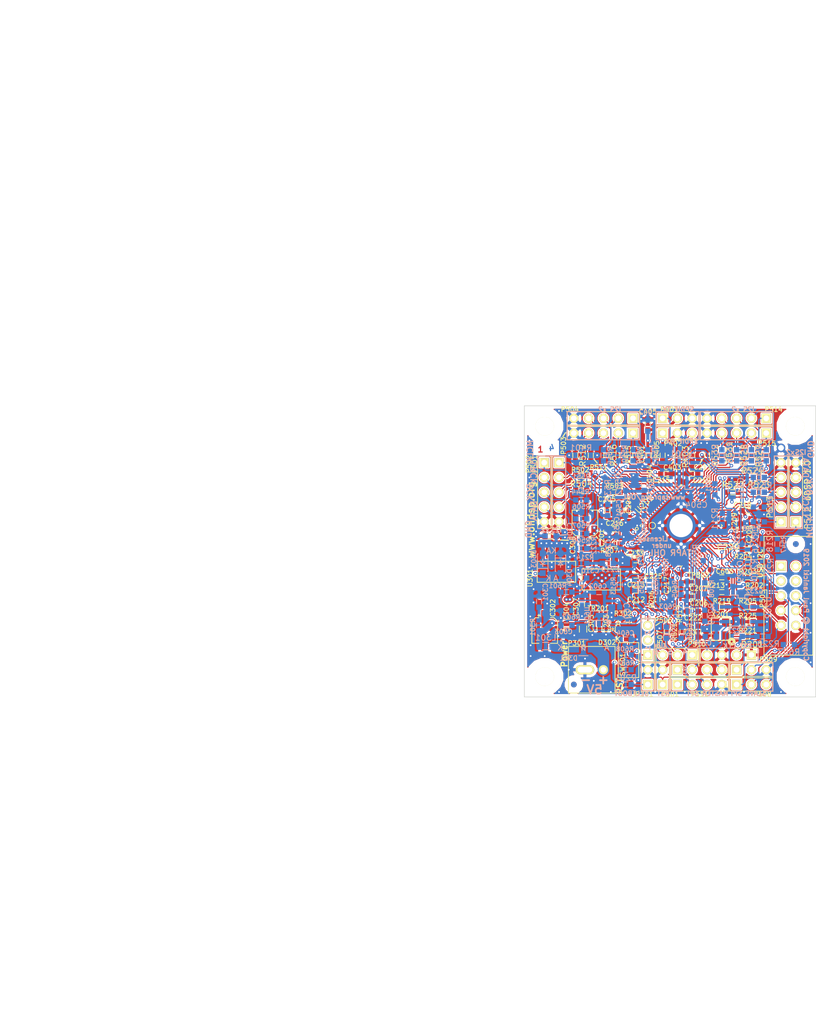
<source format=kicad_pcb>
(kicad_pcb (version 20171130) (host pcbnew "(5.0.2)-1")
  (title_block (title uDSP) (date 2019-03-11) (rev 1.0) (company "Open Hardware DSP Platform - www.ohdsp.org") (comment 1 "MERCHANTABILITY, SATISFACTORY QUALITY AND FITNESS FOR A PARTICULAR PURPOSE.") (comment 2 "is distributed WITHOUT ANY EXPRESS OR IMPLIED WARRANTY, INCLUDING OF") (comment 3 "Licensed under the TAPR Open Hardware License (www.tapr.org/OHL). This documentation") (comment 4 "Copyright Paul Janicki 2019"))
  (layers (0 F.Cu jumper) (1 In1.Cu power) (2 In2.Cu mixed) (31 B.Cu jumper) (34 B.Paste user) (35 F.Paste user) (36 B.SilkS user) (37 F.SilkS user) (38 B.Mask user) (39 F.Mask user) (44 Edge.Cuts user))
  (net 0 "")
  (net 1 GNDD)
  (net 2 VCC)
  (net 3 "Net-(C501-Pad1)")
  (net 4 /Connectors/MCLKA1)
  (net 5 /Connectors/MCLKB1)
  (net 6 /Connectors/MCLKB2)
  (net 7 /Connectors/MCLKB3)
  (net 8 /Connectors/MCLKB4)
  (net 9 /Connectors/MCLKA2)
  (net 10 /Connectors/MCLKA3)
  (net 11 /Connectors/MCLKA4)
  (net 12 "Net-(P501-Pad4)")
  (net 13 "Net-(P502-Pad4)")
  (net 14 "Net-(P503-Pad4)")
  (net 15 "Net-(P504-Pad2)")
  (net 16 "Net-(P504-Pad4)")
  (net 17 "Net-(P505-Pad2)")
  (net 18 "Net-(P501-Pad2)")
  (net 19 "Net-(P502-Pad2)")
  (net 20 "Net-(P503-Pad2)")
  (net 21 "Net-(P507-Pad2)")
  (net 22 "Net-(P512-Pad2)")
  (net 23 +3V3)
  (net 24 /MAN_RESET)
  (net 25 +1V2)
  (net 26 /AUXADC1)
  (net 27 /AUXADC2)
  (net 28 /AUXADC3)
  (net 29 /AUXADC4)
  (net 30 /AUXADC5)
  (net 31 /AUXADC6)
  (net 32 /SPDIF_RX)
  (net 33 /SPI_MISO)
  (net 34 /SPI_SCLK)
  (net 35 /SPI_MOSI)
  (net 36 /SPI_SS)
  (net 37 /SPI_M_CLK)
  (net 38 /SPI_M_MOSI)
  (net 39 /SPI_M_CS)
  (net 40 /SPI_M_MUTE)
  (net 41 /SPI_M_MISO)
  (net 42 /MCLK)
  (net 43 /SPDIF_TX)
  (net 44 /IN_LRCLK3)
  (net 45 /IN_BCLK3)
  (net 46 /IN_SDATA3)
  (net 47 /IN_LRCLK2)
  (net 48 /IN_BCLK2)
  (net 49 /IN_SDATA2)
  (net 50 /IN_LRCLK1)
  (net 51 /IN_BCLK1)
  (net 52 /IN_SDATA1)
  (net 53 /IN_LRCLK0)
  (net 54 /IN_BCLK0)
  (net 55 /IN_SDATA0)
  (net 56 /OUT_LRCLK0)
  (net 57 /OUT_BCLK0)
  (net 58 /OUT_SDATA0)
  (net 59 /OUT_LRCLK1)
  (net 60 /OUT_BCLK1)
  (net 61 /OUT_SDATA1)
  (net 62 /OUT_LRCLK2)
  (net 63 /OUT_BCLK2)
  (net 64 /OUT_SDATA2)
  (net 65 /OUT_LRCLK3)
  (net 66 /OUT_BCLK3)
  (net 67 /OUT_SDATA3)
  (net 68 /GLB_RESET)
  (net 69 "Net-(R601-Pad2)")
  (net 70 "Net-(P201-Pad2)")
  (net 71 "Net-(P512-Pad4)")
  (net 72 "Net-(P601-Pad1)")
  (net 73 "Net-(R220-Pad1)")
  (net 74 "Net-(TP201-Pad1)")
  (net 75 "Net-(TP202-Pad1)")
  (net 76 /SPDIF/SPDIF_3V3)
  (net 77 "Net-(P506-Pad2)")
  (net 78 "Net-(P401-Pad1)")
  (net 79 "Net-(P507-Pad1)")
  (net 80 "Net-(P505-Pad1)")
  (net 81 "Net-(P505-Pad3)")
  (net 82 "Net-(P512-Pad3)")
  (net 83 "Net-(P504-Pad3)")
  (net 84 "Net-(P507-Pad3)")
  (net 85 "Net-(P515-Pad3)")
  (net 86 "Net-(P515-Pad4)")
  (net 87 "Net-(P515-Pad2)")
  (net 88 "Net-(P501-Pad3)")
  (net 89 "Net-(P513-Pad4)")
  (net 90 "Net-(P503-Pad3)")
  (net 91 "Net-(P513-Pad2)")
  (net 92 "Net-(P513-Pad3)")
  (net 93 "Net-(P514-Pad3)")
  (net 94 "Net-(P502-Pad3)")
  (net 95 "Net-(P514-Pad2)")
  (net 96 "Net-(P514-Pad4)")
  (net 97 "Net-(P506-Pad3)")
  (net 98 "Net-(P506-Pad1)")
  (net 99 "Net-(R212-Pad1)")
  (net 100 "Net-(C604-Pad1)")
  (net 101 "Net-(R603-Pad2)")
  (net 102 "Net-(C227-Pad1)")
  (net 103 "Net-(D302-Pad1)")
  (net 104 "Net-(C403-Pad1)")
  (net 105 "Net-(C403-Pad2)")
  (net 106 "Net-(D301-Pad2)")
  (net 107 "Net-(C301-Pad1)")
  (net 108 "Net-(R211-Pad1)")
  (net 109 "Net-(R208-Pad1)")
  (net 110 "Net-(C212-Pad2)")
  (net 111 "Net-(C213-Pad2)")
  (net 112 "Net-(R216-Pad2)")
  (net 113 "Net-(R223-Pad1)")
  (net 114 "Net-(C603-Pad1)")
  (net 115 "Net-(R209-Pad1)")
  (net 116 "Net-(R210-Pad1)")
  (net 117 "Net-(D301-Pad1)")
  (net 118 "Net-(P505-Pad4)")
  (net 119 "Net-(R207-Pad2)")
  (net 120 "Net-(R544-Pad1)")
  (net 121 "Net-(R547-Pad1)")
  (net 122 "Net-(R546-Pad1)")
  (net 123 "Net-(R545-Pad1)")
  (net 124 /DSP_RESET)
  (net 125 "Net-(P510-Pad2)")
  (net 126 "Net-(C504-Pad1)")
  (net 127 /DSP/XTALIN)
  (net 128 /DSP/AVDD)
  (net 129 /DSP/PVDD)
  (net 130 /DSP/M_SS)
  (net 131 /DSP/MCLK_ADAU)
  (net 132 /DSP/XTALOUT)
  (net 133 /DSP/SS_ADDR0)
  (net 134 /DSP/SELFBOOT)
  (net 135 /DSP/MOSI_ADDR1)
  (net 136 /DSP/SCLK_SCL)
  (net 137 /DSP/MISO_SDA)
  (module MyKiCadLibs-Footprints:SMD-0603 (layer B.Cu) (at 124.38 126.113)
    (fp_text reference C604 (at -0.047 -1.0815) (layer B.SilkS) (effects (font (size 0.8 0.8)) (justify mirror)))
    (fp_text value 10n hide)
    (pad 2 smd rect (at 0.95 0) (size 0.9 0.9) (layers B.Cu B.Paste B.Mask) (net 1 GNDD))
    (pad 1 smd rect (at -0.95 0) (size 0.9 0.9) (layers B.Cu B.Paste B.Mask) (net 100 "Net-(C604-Pad1)"))
  )
  (module MyKiCadLibs-Footprints:SMD-0603 (layer B.Cu) (at 114.22 117.985 180)
    (fp_text reference R601 (at 1.5075 1.0815 180) (layer B.SilkS) (effects (font (size 0.8 0.8)) (justify mirror)))
    (fp_text value 22K hide)
    (pad 2 smd rect (at 0.95 0 180) (size 0.9 0.9) (layers B.Cu B.Paste B.Mask) (net 69 "Net-(R601-Pad2)"))
    (pad 1 smd rect (at -0.95 0 180) (size 0.9 0.9) (layers B.Cu B.Paste B.Mask) (net 25 +1V2))
  )
  (module MyKiCadLibs-Footprints:SMD-0603 (layer B.Cu) (at 114.22 121.16 180)
    (fp_text reference R602 (at -0.842 -1.141 180) (layer B.SilkS) (effects (font (size 0.8 0.8)) (justify mirror)))
    (fp_text value 11K5 hide)
    (pad 2 smd rect (at 0.95 0 180) (size 0.9 0.9) (layers B.Cu B.Paste B.Mask) (net 1 GNDD))
    (pad 1 smd rect (at -0.95 0 180) (size 0.9 0.9) (layers B.Cu B.Paste B.Mask) (net 69 "Net-(R601-Pad2)"))
  )
  (module MyKiCadLibs-Footprints:SMD-0603 (layer B.Cu) (at 116.76 110.492 180)
    (fp_text reference R222 (at -2.1755 0.51 270) (layer B.SilkS) (effects (font (size 0.8 0.8)) (justify mirror)))
    (fp_text value 1 hide)
    (pad 2 smd rect (at 0.95 0 180) (size 0.9 0.9) (layers B.Cu B.Paste B.Mask) (net 23 +3V3))
    (pad 1 smd rect (at -0.95 0 180) (size 0.9 0.9) (layers B.Cu B.Paste B.Mask) (net 128 /DSP/AVDD))
  )
  (module MyKiCadLibs-Footprints:SMD-0603 (layer B.Cu) (at 121.332 103.888 270)
    (fp_text reference R533 (at -3.3675 -0.0165 270) (layer B.SilkS) (effects (justify mirror)))
    (fp_text value 1 hide)
    (pad 1 smd rect (at -0.95 0 270) (size 0.9 0.9) (layers B.Cu B.Paste B.Mask) (net 3 "Net-(C501-Pad1)"))
    (pad 2 smd rect (at 0.95 0 270) (size 0.9 0.9) (layers B.Cu B.Paste B.Mask) (net 23 +3V3))
  )
  (module MyKiCadLibs-Footprints:SMD-0603 (layer B.Cu) (at 116.76 113.032 180)
    (fp_text reference R214 (at -0.64 1.018 180) (layer B.SilkS) (effects (font (size 0.8 0.8)) (justify mirror)))
    (fp_text value 1 hide)
    (pad 2 smd rect (at 0.95 0 180) (size 0.9 0.9) (layers B.Cu B.Paste B.Mask) (net 23 +3V3))
    (pad 1 smd rect (at -0.95 0 180) (size 0.9 0.9) (layers B.Cu B.Paste B.Mask) (net 129 /DSP/PVDD))
  )
  (module MyKiCadLibs-Footprints:SMD-0603 (layer B.Cu) (at 116.6965 94.49 180)
    (fp_text reference R401 (at 0 1.27 180) (layer B.SilkS) (effects (justify mirror)))
    (fp_text value 1 hide)
    (pad 1 smd rect (at -0.95 0 180) (size 0.9 0.9) (layers B.Cu B.Paste B.Mask) (net 76 /SPDIF/SPDIF_3V3))
    (pad 2 smd rect (at 0.95 0 180) (size 0.9 0.9) (layers B.Cu B.Paste B.Mask) (net 23 +3V3))
  )
  (module MyKiCadLibs-Footprints:SMD-0603 (layer B.Cu) (at 125.904 112.082 90)
    (fp_text reference C221 (at 0.0045 1.223 90) (layer B.SilkS) (effects (font (size 0.8 0.8)) (justify mirror)))
    (fp_text value 10u hide)
    (pad 2 smd rect (at 0.95 0 90) (size 0.9 0.9) (layers B.Cu B.Paste B.Mask) (net 1 GNDD))
    (pad 1 smd rect (at -0.95 0 90) (size 0.9 0.9) (layers B.Cu B.Paste B.Mask) (net 129 /DSP/PVDD))
  )
  (module MyKiCadLibs-Footprints:SMD-0603 (layer B.Cu) (at 123.364 121.541 270)
    (fp_text reference C601 (at 0.125 -1.223 270) (layer B.SilkS) (effects (justify mirror)))
    (fp_text value 10u hide)
    (pad 1 smd rect (at -0.95 0 270) (size 0.9 0.9) (layers B.Cu B.Paste B.Mask) (net 23 +3V3))
    (pad 2 smd rect (at 0.95 0 270) (size 0.9 0.9) (layers B.Cu B.Paste B.Mask) (net 1 GNDD))
  )
  (module MyKiCadLibs-Footprints:SMD-0603 (layer B.Cu) (at 124.38 99.57 90)
    (fp_text reference C502 (at 0.129 -1.19 90) (layer B.SilkS) (effects (justify mirror)))
    (fp_text value 22u hide)
    (pad 2 smd rect (at 0.95 0 90) (size 0.9 0.9) (layers B.Cu B.Paste B.Mask) (net 1 GNDD))
    (pad 1 smd rect (at -0.95 0 90) (size 0.9 0.9) (layers B.Cu B.Paste B.Mask) (net 3 "Net-(C501-Pad1)"))
  )
  (module MyKiCadLibs-Footprints:SMD-0603 (layer B.Cu) (at 122.856 109.476 90)
    (fp_text reference C231 (at 2.923 0.0165 90) (layer B.SilkS) (effects (font (size 0.8 0.8)) (justify mirror)))
    (fp_text value 10u hide)
    (pad 1 smd rect (at -0.95 0 90) (size 0.9 0.9) (layers B.Cu B.Paste B.Mask) (net 128 /DSP/AVDD))
    (pad 2 smd rect (at 0.95 0 90) (size 0.9 0.9) (layers B.Cu B.Paste B.Mask) (net 1 GNDD))
  )
  (module MyKiCadLibs-Footprints:SMD-0603 (layer B.Cu) (at 146.605 116.715)
    (fp_text reference C232 (at -0.1105 1.0775) (layer B.SilkS) (effects (font (size 0.8 0.8)) (justify mirror)))
    (fp_text value 10u hide)
    (pad 2 smd rect (at 0.95 0) (size 0.9 0.9) (layers B.Cu B.Paste B.Mask) (net 1 GNDD))
    (pad 1 smd rect (at -0.95 0) (size 0.9 0.9) (layers B.Cu B.Paste B.Mask) (net 23 +3V3))
  )
  (module MyKiCadLibs-Footprints:SMD-0603 (layer B.Cu) (at 111.5 108.333 180)
    (fp_text reference C306 (at -3.308 0.764 90) (layer B.SilkS) (effects (font (size 0.8 0.8)) (justify mirror)))
    (fp_text value 22u hide)
    (pad 1 smd rect (at -0.95 0 180) (size 0.9 0.9) (layers B.Cu B.Paste B.Mask) (net 23 +3V3))
    (pad 2 smd rect (at 0.95 0 180) (size 0.9 0.9) (layers B.Cu B.Paste B.Mask) (net 1 GNDD))
  )
  (module MyKiCadLibs-Footprints:SMD-0603 (layer B.Cu) (at 116.76 115.572 180)
    (fp_text reference C310 (at -1.5405 1.27 180) (layer B.SilkS) (effects (font (size 0.8 0.8)) (justify mirror)))
    (fp_text value 10u hide)
    (pad 2 smd rect (at 0.95 0 180) (size 0.9 0.9) (layers B.Cu B.Paste B.Mask) (net 1 GNDD))
    (pad 1 smd rect (at -0.95 0 180) (size 0.9 0.9) (layers B.Cu B.Paste B.Mask) (net 23 +3V3))
  )
  (module MyKiCadLibs-Footprints:SMD-0603 (layer B.Cu) (at 128.19 89.41 90)
    (fp_text reference C402 (at 2.288 0.0165 180) (layer B.SilkS) (effects (font (size 0.8 0.8)) (justify mirror)))
    (fp_text value 22u hide)
    (pad 1 smd rect (at -0.95 0 90) (size 0.9 0.9) (layers B.Cu B.Paste B.Mask) (net 76 /SPDIF/SPDIF_3V3))
    (pad 2 smd rect (at 0.95 0 90) (size 0.9 0.9) (layers B.Cu B.Paste B.Mask) (net 1 GNDD))
  )
  (module MyKiCadLibs-Footprints:IC-SOT23-6 (layer B.Cu) (at 119.808 122.049 180)
    (fp_text reference U601 (at 2.032 0 270) (layer B.SilkS) (effects (font (size 0.8 0.8)) (justify mirror)))
    (fp_text value IC-RST-NCP308 hide)
    (pad 6 smd rect (at -0.95 1.4 180) (size 0.65 1.2) (layers B.Cu B.Paste B.Mask) (net 23 +3V3))
    (pad 4 smd rect (at 0.95 1.4 180) (size 0.65 1.2) (layers B.Cu B.Paste B.Mask) (net 114 "Net-(C603-Pad1)"))
    (pad 3 smd rect (at 0.95 -1.4 180) (size 0.65 1.2) (layers B.Cu B.Paste B.Mask) (net 100 "Net-(C604-Pad1)"))
    (pad 2 smd rect (at 0 -1.4 180) (size 0.65 1.2) (layers B.Cu B.Paste B.Mask) (net 1 GNDD))
    (pad 1 smd rect (at -0.95 -1.4 180) (size 0.65 1.2) (layers B.Cu B.Paste B.Mask) (net 101 "Net-(R603-Pad2)"))
    (pad 5 smd rect (at 0 1.4 180) (size 0.65 1.2) (layers B.Cu B.Paste B.Mask) (net 69 "Net-(R601-Pad2)"))
  )
  (module MyKiCadLibs-Footprints:SMD-0603 (layer F.Cu) (at 124.968 122.809 180)
    (fp_text reference R302 (at 1.0325 1.141 180) (layer F.SilkS) (effects (font (size 0.8 0.8))))
    (fp_text value 470 hide)
    (pad 1 smd rect (at -0.95 0 180) (size 0.9 0.9) (layers F.Cu F.Paste F.Mask) (net 23 +3V3))
    (pad 2 smd rect (at 0.95 0 180) (size 0.9 0.9) (layers F.Cu F.Paste F.Mask) (net 103 "Net-(D302-Pad1)"))
  )
  (module MyKiCadLibs-Footprints:SMD-0603-LED (layer F.Cu) (at 122.174 124.3355 270)
    (fp_text reference D302 (at 2.2855 0.969) (layer F.SilkS) (effects (font (size 0.8 0.8))))
    (fp_text value "LED 0603" hide)
    (fp_text user A (at -0.953 -0.936) (layer F.SilkS))
    (fp_text user K (at 1.7775 -0.936) (layer F.SilkS))
    (pad 1 smd rect (at -0.95 0 270) (size 0.9 0.9) (layers F.Cu F.Paste F.Mask) (net 103 "Net-(D302-Pad1)"))
    (pad 2 smd rect (at 0.95 0 270) (size 0.9 0.9) (layers F.Cu F.Paste F.Mask) (net 1 GNDD))
  )
  (module MyKiCadLibs-Footprints:SMD-0805 (layer F.Cu) (at 117.08 124.335 270)
    (fp_text reference C303 (at -0.9525 -1.3945 270) (layer F.SilkS) (effects (font (size 0.8 0.8))))
    (fp_text value 22u hide)
    (pad 2 smd rect (at 1.1 0 270) (size 0.9 1.3) (layers F.Cu F.Paste F.Mask) (net 1 GNDD))
    (pad 1 smd rect (at -1.1 0 270) (size 0.9 1.3) (layers F.Cu F.Paste F.Mask) (net 2 VCC))
  )
  (module MyKiCadLibs-Footprints:SMD-0603 (layer B.Cu) (at 136.525 101.6 180)
    (fp_text reference C504 (at 0 -1.399 180) (layer B.SilkS) (effects (justify mirror)))
    (fp_text value 1n hide)
    (pad 1 smd rect (at -0.95 0 180) (size 0.9 0.9) (layers B.Cu B.Paste B.Mask) (net 126 "Net-(C504-Pad1)"))
    (pad 2 smd rect (at 0.95 0 180) (size 0.9 0.9) (layers B.Cu B.Paste B.Mask) (net 1 GNDD))
  )
  (module MyKiCadLibs-Footprints:SMD-0603 (layer F.Cu) (at 116.887 120.0805 270)
    (fp_text reference C307 (at 0.4445 1.016 270) (layer F.SilkS) (effects (font (size 0.8 0.8))))
    (fp_text value 100n hide)
    (pad 2 smd rect (at 0.95 0 270) (size 0.9 0.9) (layers F.Cu F.Paste F.Mask) (net 1 GNDD))
    (pad 1 smd rect (at -0.95 0 270) (size 0.9 0.9) (layers F.Cu F.Paste F.Mask) (net 23 +3V3))
  )
  (module MyKiCadLibs-Footprints:SMD-0603 (layer F.Cu) (at 114.22 124.335 270)
    (fp_text reference C304 (at -3.048 0 90) (layer F.SilkS) (effects (font (size 0.8 0.8))))
    (fp_text value 100n hide)
    (pad 2 smd rect (at 0.95 0 270) (size 0.9 0.9) (layers F.Cu F.Paste F.Mask) (net 1 GNDD))
    (pad 1 smd rect (at -0.95 0 270) (size 0.9 0.9) (layers F.Cu F.Paste F.Mask) (net 2 VCC))
  )
  (module MyKiCadLibs-Footprints:SMD-0603 (layer F.Cu) (at 111.5 108.46 180)
    (fp_text reference C305 (at -3.816 -1.4585 270) (layer F.SilkS) (effects (font (size 0.8 0.8))))
    (fp_text value 100n hide)
    (pad 1 smd rect (at -0.95 0 180) (size 0.9 0.9) (layers F.Cu F.Paste F.Mask) (net 23 +3V3))
    (pad 2 smd rect (at 0.95 0 180) (size 0.9 0.9) (layers F.Cu F.Paste F.Mask) (net 1 GNDD))
  )
  (module MyKiCadLibs-Footprints:CAP-SMD-SIZE-B (layer F.Cu) (at 110.49 124.587)
    (fp_text reference C302 (at 1.397 -3.8735 270) (layer F.SilkS) (effects (font (size 0.8 0.8))))
    (fp_text value 10u hide)
    (pad 1 smd rect (at 0 -2) (size 1.2 3) (layers F.Cu F.Paste F.Mask) (net 2 VCC))
    (pad 2 smd rect (at 0 2) (size 1.2 3) (layers F.Cu F.Paste F.Mask) (net 1 GNDD))
  )
  (module MyKiCadLibs-Footprints:CAP-SMD-SIZE-B (layer F.Cu) (at 117.395 106.1085 180)
    (fp_text reference C201 (at -2.8575 -2.6035 90) (layer F.SilkS) (effects (font (size 0.8 0.8))))
    (fp_text value 22u hide)
    (pad 1 smd rect (at 0 -2 180) (size 1.2 3) (layers F.Cu F.Paste F.Mask) (net 25 +1V2))
    (pad 2 smd rect (at 0 2 180) (size 1.2 3) (layers F.Cu F.Paste F.Mask) (net 1 GNDD))
  )
  (module MyKiCadLibs-Footprints:CONN_SIL_4_1MM (layer F.Cu) (at 133.27 131.32)
    (fp_text reference P510 (at 3.3185 -4.3835 180) (layer F.SilkS) (effects (font (size 0.8 0.8))))
    (fp_text value CONN_4x1 hide)
    (pad 4 thru_hole circle (at 7.62 0) (size 1.6 1.6) (drill 1) (layers *.Cu *.Mask F.SilkS) (net 38 /SPI_M_MOSI))
    (pad 3 thru_hole circle (at 5.08 0) (size 1.6 1.6) (drill 1) (layers *.Cu *.Mask F.SilkS) (net 37 /SPI_M_CLK))
    (pad 1 thru_hole rect (at 0 0) (size 1.6 1.6) (drill 1) (layers *.Cu *.Mask F.SilkS) (net 23 +3V3))
    (pad 2 thru_hole circle (at 2.54 0) (size 1.6 1.6) (drill 1) (layers *.Cu *.Mask F.SilkS) (net 125 "Net-(P510-Pad2)"))
  )
  (module MyKiCadLibs-Footprints:IC_SOIC_8 (layer B.Cu) (at 146.859 119.255 180)
    (fp_text reference U202 (at -2.032 -1.397 270) (layer B.SilkS) (effects (justify mirror)))
    (fp_text value M95M01-RMN6TP hide)
    (pad 8 smd rect (at 5.2 0 180) (size 2.2 0.6) (layers B.Cu B.Paste B.Mask) (net 23 +3V3))
    (pad 7 smd rect (at 5.2 -1.27 180) (size 2.2 0.6) (layers B.Cu B.Paste B.Mask) (net 113 "Net-(R223-Pad1)"))
    (pad 6 smd rect (at 5.2 -2.54 180) (size 2.2 0.6) (layers B.Cu B.Paste B.Mask) (net 37 /SPI_M_CLK))
    (pad 5 smd rect (at 5.2 -3.81 180) (size 2.2 0.6) (layers B.Cu B.Paste B.Mask) (net 38 /SPI_M_MOSI))
    (pad 4 smd rect (at 0 -3.81 180) (size 2.2 0.6) (layers B.Cu B.Paste B.Mask) (net 1 GNDD))
    (pad 3 smd rect (at 0 -2.54 180) (size 2.2 0.6) (layers B.Cu B.Paste B.Mask) (net 73 "Net-(R220-Pad1)"))
    (pad 2 smd rect (at 0 -1.27 180) (size 2.2 0.6) (layers B.Cu B.Paste B.Mask) (net 112 "Net-(R216-Pad2)"))
    (pad 1 smd rect (at 0 0 180) (size 2.2 0.6) (layers B.Cu B.Paste B.Mask) (net 130 /DSP/M_SS))
  )
  (module MyKiCadLibs-Footprints:SMD-0603 (layer B.Cu) (at 123.364 116.715 90)
    (fp_text reference R513 (at -0.1885 -1.063 90) (layer B.SilkS) (effects (font (size 0.8 0.8)) (justify mirror)))
    (fp_text value 4K7 hide)
    (pad 1 smd rect (at -0.95 0 90) (size 0.9 0.9) (layers B.Cu B.Paste B.Mask) (net 97 "Net-(P506-Pad3)"))
    (pad 2 smd rect (at 0.95 0 90) (size 0.9 0.9) (layers B.Cu B.Paste B.Mask) (net 28 /AUXADC3))
  )
  (module MyKiCadLibs-Footprints:SMD-0603 (layer B.Cu) (at 128.444 116.715 90)
    (fp_text reference R525 (at -0.252 1.096 90) (layer B.SilkS) (effects (font (size 0.8 0.8)) (justify mirror)))
    (fp_text value 4K7 hide)
    (pad 2 smd rect (at 0.95 0 90) (size 0.9 0.9) (layers B.Cu B.Paste B.Mask) (net 31 /AUXADC6))
    (pad 1 smd rect (at -0.95 0 90) (size 0.9 0.9) (layers B.Cu B.Paste B.Mask) (net 84 "Net-(P507-Pad3)"))
  )
  (module MyKiCadLibs-Footprints:SMD-0603 (layer F.Cu) (at 131.492 124.775 90)
    (fp_text reference R521 (at -0.068 1.27 90) (layer F.SilkS) (effects (font (size 0.8 0.8))))
    (fp_text value 4K7 hide)
    (pad 1 smd rect (at -0.95 0 90) (size 0.9 0.9) (layers F.Cu F.Paste F.Mask) (net 21 "Net-(P507-Pad2)"))
    (pad 2 smd rect (at 0.95 0 90) (size 0.9 0.9) (layers F.Cu F.Paste F.Mask) (net 30 /AUXADC5))
  )
  (module MyKiCadLibs-Footprints:SMD-0603 (layer F.Cu) (at 134.159 124.775 90)
    (fp_text reference R517 (at 3.0435 -0.508 90) (layer F.SilkS) (effects (font (size 0.8 0.8))))
    (fp_text value 4K7 hide)
    (pad 2 smd rect (at 0.95 0 90) (size 0.9 0.9) (layers F.Cu F.Paste F.Mask) (net 29 /AUXADC4))
    (pad 1 smd rect (at -0.95 0 90) (size 0.9 0.9) (layers F.Cu F.Paste F.Mask) (net 79 "Net-(P507-Pad1)"))
  )
  (module MyKiCadLibs-Footprints:SMD-0603 (layer B.Cu) (at 125.904 116.715 90)
    (fp_text reference R505 (at 0.002 1.1595 90) (layer B.SilkS) (effects (font (size 0.8 0.8)) (justify mirror)))
    (fp_text value 4K7 hide)
    (pad 1 smd rect (at -0.95 0 90) (size 0.9 0.9) (layers B.Cu B.Paste B.Mask) (net 98 "Net-(P506-Pad1)"))
    (pad 2 smd rect (at 0.95 0 90) (size 0.9 0.9) (layers B.Cu B.Paste B.Mask) (net 26 /AUXADC1))
  )
  (module MyKiCadLibs-Footprints:SMD-0603 (layer B.Cu) (at 130.984 116.715 90)
    (fp_text reference R509 (at 2.9865 0.2705 270) (layer B.SilkS) (effects (font (size 0.8 0.8)) (justify mirror)))
    (fp_text value 4K7 hide)
    (pad 2 smd rect (at 0.95 0 90) (size 0.9 0.9) (layers B.Cu B.Paste B.Mask) (net 27 /AUXADC2))
    (pad 1 smd rect (at -0.95 0 90) (size 0.9 0.9) (layers B.Cu B.Paste B.Mask) (net 77 "Net-(P506-Pad2)"))
  )
  (module MyKiCadLibs-Footprints:SMD-0603 (layer B.Cu) (at 121.332 113.032)
    (fp_text reference C219 (at 0.3975 1.0775) (layer B.SilkS) (effects (font (size 0.8 0.8)) (justify mirror)))
    (fp_text value 100p hide)
    (pad 1 smd rect (at -0.95 0) (size 0.9 0.9) (layers B.Cu B.Paste B.Mask) (net 129 /DSP/PVDD))
    (pad 2 smd rect (at 0.95 0) (size 0.9 0.9) (layers B.Cu B.Paste B.Mask) (net 1 GNDD))
  )
  (module MyKiCadLibs-Footprints:CONN_DIL_2X5_BOX_1MM (layer F.Cu) (at 152.32 118.62)
    (fp_text reference P505 (at -4.445 0.508 90) (layer F.SilkS) (effects (font (size 0.8 0.8))))
    (fp_text value CONN_02X05 hide)
    (pad 10 thru_hole circle (at 1.27 5.08) (size 1.6 1.6) (drill 1) (layers *.Cu *.Mask F.SilkS) (net 1 GNDD))
    (pad 9 thru_hole circle (at -1.27 5.08) (size 1.6 1.6) (drill 1) (layers *.Cu *.Mask F.SilkS) (net 36 /SPI_SS))
    (pad 8 thru_hole circle (at 1.27 2.54) (size 1.6 1.6) (drill 1) (layers *.Cu *.Mask F.SilkS) (net 35 /SPI_MOSI))
    (pad 7 thru_hole circle (at -1.27 2.54) (size 1.6 1.6) (drill 1) (layers *.Cu *.Mask F.SilkS) (net 34 /SPI_SCLK))
    (pad 6 thru_hole circle (at 1.27 0) (size 1.6 1.6) (drill 1) (layers *.Cu *.Mask F.SilkS) (net 24 /MAN_RESET))
    (pad 5 thru_hole circle (at -1.27 0) (size 1.6 1.6) (drill 1) (layers *.Cu *.Mask F.SilkS) (net 33 /SPI_MISO))
    (pad 4 thru_hole circle (at 1.27 -2.54) (size 1.6 1.6) (drill 1) (layers *.Cu *.Mask F.SilkS) (net 118 "Net-(P505-Pad4)"))
    (pad 3 thru_hole circle (at -1.27 -2.54) (size 1.6 1.6) (drill 1) (layers *.Cu *.Mask F.SilkS) (net 81 "Net-(P505-Pad3)"))
    (pad 2 thru_hole circle (at 1.27 -5.08) (size 1.6 1.6) (drill 1) (layers *.Cu *.Mask F.SilkS) (net 17 "Net-(P505-Pad2)"))
    (pad 1 thru_hole rect (at -1.27 -5.08) (size 1.6 1.6) (drill 1) (layers *.Cu *.Mask F.SilkS) (net 80 "Net-(P505-Pad1)"))
  )
  (module MyKiCadLibs-Footprints:SMD-0603 (layer B.Cu) (at 124.38 128.78 180)
    (fp_text reference R608 (at 0.127 1.016) (layer B.SilkS) (effects (font (size 0.8 0.8)) (justify mirror)))
    (fp_text value 2K2 hide)
    (pad 1 smd rect (at -0.95 0 180) (size 0.9 0.9) (layers B.Cu B.Paste B.Mask) (net 23 +3V3))
    (pad 2 smd rect (at 0.95 0 180) (size 0.9 0.9) (layers B.Cu B.Paste B.Mask) (net 100 "Net-(C604-Pad1)"))
  )
  (module MyKiCadLibs-Footprints:SMD-0603 (layer B.Cu) (at 148.51 94.49 90)
    (fp_text reference R526 (at 0.002 -1.143 90) (layer B.SilkS) (effects (justify mirror)))
    (fp_text value 22 hide)
    (pad 2 smd rect (at 0.95 0 90) (size 0.9 0.9) (layers B.Cu B.Paste B.Mask) (net 95 "Net-(P514-Pad2)"))
    (pad 1 smd rect (at -0.95 0 90) (size 0.9 0.9) (layers B.Cu B.Paste B.Mask) (net 62 /OUT_LRCLK2))
  )
  (module MyKiCadLibs-Footprints:XTAL_3.2x2.5_4PIN (layer F.Cu) (at 140.675 124.335 90)
    (fp_text reference X201 (at 2.54 -0.039 180) (layer F.SilkS) (effects (font (size 0.8 0.8))))
    (fp_text value 24M576 hide)
    (pad 1 smd rect (at -1.1 0.85 90) (size 1.4 1.2) (layers F.Cu F.Paste F.Mask) (net 127 /DSP/XTALIN))
    (pad 2 smd rect (at 1.1 0.85 90) (size 1.4 1.2) (layers F.Cu F.Paste F.Mask) (net 1 GNDD))
    (pad 3 smd rect (at 1.1 -0.85 90) (size 1.4 1.2) (layers F.Cu F.Paste F.Mask) (net 102 "Net-(C227-Pad1)"))
    (pad 4 smd rect (at -1.1 -0.85 90) (size 1.4 1.2) (layers F.Cu F.Paste F.Mask) (net 1 GNDD))
  )
  (module MyKiCadLibs-Footprints:SMD-0603 (layer F.Cu) (at 145.335 110.68)
    (fp_text reference C220 (at -3.3655 -0.442) (layer F.SilkS))
    (fp_text value 10n hide)
    (pad 1 smd rect (at -0.95 0) (size 0.9 0.9) (layers F.Cu F.Paste F.Mask) (net 134 /DSP/SELFBOOT))
    (pad 2 smd rect (at 0.95 0) (size 0.9 0.9) (layers F.Cu F.Paste F.Mask) (net 1 GNDD))
  )
  (module MyKiCadLibs-Footprints:SMD-0603 (layer B.Cu) (at 109.521 119.636 90)
    (fp_text reference C301 (at 1.653 1.096 90) (layer B.SilkS) (effects (font (size 0.8 0.8)) (justify mirror)))
    (fp_text value 100p hide)
    (pad 2 smd rect (at 0.95 0 90) (size 0.9 0.9) (layers B.Cu B.Paste B.Mask) (net 1 GNDD))
    (pad 1 smd rect (at -0.95 0 90) (size 0.9 0.9) (layers B.Cu B.Paste B.Mask) (net 107 "Net-(C301-Pad1)"))
  )
  (module MyKiCadLibs-Footprints:SMD-0603 (layer B.Cu) (at 109.521 123.7 90)
    (fp_text reference R301 (at -0.3155 -1.063 90) (layer B.SilkS) (effects (font (size 0.8 0.8)) (justify mirror)))
    (fp_text value 47 hide)
    (pad 1 smd rect (at -0.95 0 90) (size 0.9 0.9) (layers B.Cu B.Paste B.Mask) (net 2 VCC))
    (pad 2 smd rect (at 0.95 0 90) (size 0.9 0.9) (layers B.Cu B.Paste B.Mask) (net 107 "Net-(C301-Pad1)"))
  )
  (module MyKiCadLibs-Footprints:SMD-0603 (layer F.Cu) (at 119.888 124.333 270)
    (fp_text reference C203 (at -0.9505 -1.19 270) (layer F.SilkS) (effects (font (size 0.8 0.8))))
    (fp_text value 100n hide)
    (pad 1 smd rect (at -0.95 0 270) (size 0.9 0.9) (layers F.Cu F.Paste F.Mask) (net 25 +1V2))
    (pad 2 smd rect (at 0.95 0 270) (size 0.9 0.9) (layers F.Cu F.Paste F.Mask) (net 1 GNDD))
  )
  (module MyKiCadLibs-Footprints:IC-LFCSP72-HANDFIT (layer F.Cu) (at 133.905 106.561981 45)
    (fp_text reference U201 (at -1.821891 -7.070429 45) (layer F.SilkS))
    (fp_text value ADAU1452WBCPZ hide)
    (pad EP1 thru_hole circle (at 2.25 2.25 45) (size 0.8 0.8) (drill 0.6) (layers *.Cu *.Mask) (net 1 GNDD))
    (pad EP1 thru_hole circle (at -2.25 2.25 45) (size 0.8 0.8) (drill 0.6) (layers *.Cu *.Mask) (net 1 GNDD))
    (pad EP1 thru_hole circle (at -2.25 -2.25 45) (size 0.8 0.8) (drill 0.6) (layers *.Cu *.Mask) (net 1 GNDD))
    (pad EP1 thru_hole circle (at 2.25 -2.25 45) (size 0.8 0.8) (drill 0.6) (layers *.Cu *.Mask) (net 1 GNDD))
    (pad EP1 thru_hole circle (at 0 0 45) (size 5 5) (drill 4) (layers *.Cu *.Mask) (net 1 GNDD))
    (pad EP1 smd rect (at 0 0 45) (size 5.3 5.3) (layers F.Cu F.Paste F.Mask) (net 1 GNDD))
    (pad 72 smd rect (at -4.25 -5.55 45) (size 0.25 1.5) (layers F.Cu F.Paste F.Mask) (net 1 GNDD))
    (pad 71 smd rect (at -3.75 -5.55 45) (size 0.25 1.5) (layers F.Cu F.Paste F.Mask) (net 25 +1V2))
    (pad 70 smd rect (at -3.25 -5.550001 45) (size 0.25 1.5) (layers F.Cu F.Paste F.Mask) (net 46 /IN_SDATA3))
    (pad 69 smd rect (at -2.75 -5.55 45) (size 0.25 1.5) (layers F.Cu F.Paste F.Mask) (net 44 /IN_LRCLK3))
    (pad 68 smd rect (at -2.25 -5.55 45) (size 0.25 1.5) (layers F.Cu F.Paste F.Mask) (net 45 /IN_BCLK3))
    (pad 67 smd rect (at -1.75 -5.550001 45) (size 0.25 1.5) (layers F.Cu F.Paste F.Mask) (net 49 /IN_SDATA2))
    (pad 66 smd rect (at -1.25 -5.55 45) (size 0.25 1.5) (layers F.Cu F.Paste F.Mask) (net 47 /IN_LRCLK2))
    (pad 65 smd rect (at -0.75 -5.550001 45) (size 0.25 1.5) (layers F.Cu F.Paste F.Mask) (net 48 /IN_BCLK2))
    (pad 64 smd rect (at -0.25 -5.55 45) (size 0.25 1.5) (layers F.Cu F.Paste F.Mask) (net 74 "Net-(TP201-Pad1)"))
    (pad 63 smd rect (at 0.25 -5.55 45) (size 0.25 1.5) (layers F.Cu F.Paste F.Mask) (net 75 "Net-(TP202-Pad1)"))
    (pad 62 smd rect (at 0.75 -5.550001 45) (size 0.25 1.5) (layers F.Cu F.Paste F.Mask) (net 52 /IN_SDATA1))
    (pad 61 smd rect (at 1.25 -5.55 45) (size 0.25 1.5) (layers F.Cu F.Paste F.Mask) (net 50 /IN_LRCLK1))
    (pad 60 smd rect (at 1.75 -5.550001 45) (size 0.25 1.5) (layers F.Cu F.Paste F.Mask) (net 51 /IN_BCLK1))
    (pad 59 smd rect (at 2.25 -5.55 45) (size 0.25 1.5) (layers F.Cu F.Paste F.Mask) (net 55 /IN_SDATA0))
    (pad 58 smd rect (at 2.75 -5.55 45) (size 0.25 1.5) (layers F.Cu F.Paste F.Mask) (net 53 /IN_LRCLK0))
    (pad 57 smd rect (at 3.25 -5.550001 45) (size 0.25 1.5) (layers F.Cu F.Paste F.Mask) (net 54 /IN_BCLK0))
    (pad 56 smd rect (at 3.75 -5.55 45) (size 0.25 1.5) (layers F.Cu F.Paste F.Mask) (net 23 +3V3))
    (pad 55 smd rect (at 4.25 -5.55 45) (size 0.25 1.5) (layers F.Cu F.Paste F.Mask) (net 1 GNDD))
    (pad 54 smd rect (at 5.55 -4.25 45) (size 1.5 0.25) (layers F.Cu F.Paste F.Mask) (net 1 GNDD))
    (pad 53 smd rect (at 5.55 -3.75 45) (size 1.5 0.25) (layers F.Cu F.Paste F.Mask) (net 25 +1V2))
    (pad 52 smd rect (at 5.550001 -3.25 45) (size 1.5 0.25) (layers F.Cu F.Paste F.Mask) (net 67 /OUT_SDATA3))
    (pad 51 smd rect (at 5.55 -2.75 45) (size 1.5 0.25) (layers F.Cu F.Paste F.Mask) (net 66 /OUT_BCLK3))
    (pad 50 smd rect (at 5.55 -2.25 45) (size 1.5 0.25) (layers F.Cu F.Paste F.Mask) (net 65 /OUT_LRCLK3))
    (pad 49 smd rect (at 5.550001 -1.75 45) (size 1.5 0.25) (layers F.Cu F.Paste F.Mask) (net 64 /OUT_SDATA2))
    (pad 48 smd rect (at 5.55 -1.25 45) (size 1.5 0.25) (layers F.Cu F.Paste F.Mask) (net 63 /OUT_BCLK2))
    (pad 47 smd rect (at 5.550001 -0.75 45) (size 1.5 0.25) (layers F.Cu F.Paste F.Mask) (net 62 /OUT_LRCLK2))
    (pad 46 smd rect (at 5.55 -0.25 45) (size 1.5 0.25) (layers F.Cu F.Paste F.Mask) (net 108 "Net-(R211-Pad1)"))
    (pad 45 smd rect (at 5.55 0.25 45) (size 1.5 0.25) (layers F.Cu F.Paste F.Mask) (net 99 "Net-(R212-Pad1)"))
    (pad 44 smd rect (at 5.550001 0.75 45) (size 1.5 0.25) (layers F.Cu F.Paste F.Mask) (net 61 /OUT_SDATA1))
    (pad 43 smd rect (at 5.55 1.25 45) (size 1.5 0.25) (layers F.Cu F.Paste F.Mask) (net 60 /OUT_BCLK1))
    (pad 42 smd rect (at 5.550001 1.75 45) (size 1.5 0.25) (layers F.Cu F.Paste F.Mask) (net 59 /OUT_LRCLK1))
    (pad 41 smd rect (at 5.55 2.25 45) (size 1.5 0.25) (layers F.Cu F.Paste F.Mask) (net 58 /OUT_SDATA0))
    (pad 40 smd rect (at 5.55 2.75 45) (size 1.5 0.25) (layers F.Cu F.Paste F.Mask) (net 57 /OUT_BCLK0))
    (pad 39 smd rect (at 5.550001 3.25 45) (size 1.5 0.25) (layers F.Cu F.Paste F.Mask) (net 56 /OUT_LRCLK0))
    (pad 38 smd rect (at 5.55 3.75 45) (size 1.5 0.25) (layers F.Cu F.Paste F.Mask) (net 23 +3V3))
    (pad 37 smd rect (at 5.55 4.25 45) (size 1.5 0.25) (layers F.Cu F.Paste F.Mask) (net 1 GNDD))
    (pad 36 smd rect (at 4.25 5.55 45) (size 0.25 1.5) (layers F.Cu F.Paste F.Mask) (net 1 GNDD))
    (pad 35 smd rect (at 3.75 5.55 45) (size 0.25 1.5) (layers F.Cu F.Paste F.Mask) (net 25 +1V2))
    (pad 34 smd rect (at 3.25 5.550001 45) (size 0.25 1.5) (layers F.Cu F.Paste F.Mask) (net 134 /DSP/SELFBOOT))
    (pad 33 smd rect (at 2.75 5.55 45) (size 0.25 1.5) (layers F.Cu F.Paste F.Mask) (net 133 /DSP/SS_ADDR0))
    (pad 32 smd rect (at 2.25 5.55 45) (size 0.25 1.5) (layers F.Cu F.Paste F.Mask) (net 135 /DSP/MOSI_ADDR1))
    (pad 31 smd rect (at 1.75 5.550001 45) (size 0.25 1.5) (layers F.Cu F.Paste F.Mask) (net 136 /DSP/SCLK_SCL))
    (pad 30 smd rect (at 1.25 5.55 45) (size 0.25 1.5) (layers F.Cu F.Paste F.Mask) (net 137 /DSP/MISO_SDA))
    (pad 29 smd rect (at 0.75 5.550001 45) (size 0.25 1.5) (layers F.Cu F.Paste F.Mask) (net 41 /SPI_M_MISO))
    (pad 28 smd rect (at 0.25 5.55 45) (size 0.25 1.5) (layers F.Cu F.Paste F.Mask) (net 109 "Net-(R208-Pad1)"))
    (pad 27 smd rect (at -0.25 5.55 45) (size 0.25 1.5) (layers F.Cu F.Paste F.Mask) (net 115 "Net-(R209-Pad1)"))
    (pad 26 smd rect (at -0.75 5.550001 45) (size 0.25 1.5) (layers F.Cu F.Paste F.Mask) (net 116 "Net-(R210-Pad1)"))
    (pad 25 smd rect (at -1.25 5.55 45) (size 0.25 1.5) (layers F.Cu F.Paste F.Mask) (net 1 GNDD))
    (pad 24 smd rect (at -1.75 5.550001 45) (size 0.25 1.5) (layers F.Cu F.Paste F.Mask) (net 124 /DSP_RESET))
    (pad 23 smd rect (at -2.25 5.55 45) (size 0.25 1.5) (layers F.Cu F.Paste F.Mask) (net 131 /DSP/MCLK_ADAU))
    (pad 22 smd rect (at -2.75 5.55 45) (size 0.25 1.5) (layers F.Cu F.Paste F.Mask) (net 132 /DSP/XTALOUT))
    (pad 21 smd rect (at -3.25 5.550001 45) (size 0.25 1.5) (layers F.Cu F.Paste F.Mask) (net 127 /DSP/XTALIN))
    (pad 20 smd rect (at -3.75 5.55 45) (size 0.25 1.5) (layers F.Cu F.Paste F.Mask) (net 25 +1V2))
    (pad 19 smd rect (at -4.25 5.55 45) (size 0.25 1.5) (layers F.Cu F.Paste F.Mask) (net 1 GNDD))
    (pad 18 smd rect (at -5.55 4.25 45) (size 1.5 0.25) (layers F.Cu F.Paste F.Mask) (net 23 +3V3))
    (pad 17 smd rect (at -5.55 3.75 45) (size 1.5 0.25) (layers F.Cu F.Paste F.Mask) (net 1 GNDD))
    (pad 16 smd rect (at -5.550001 3.25 45) (size 1.5 0.25) (layers F.Cu F.Paste F.Mask) (net 111 "Net-(C213-Pad2)"))
    (pad 15 smd rect (at -5.55 2.75 45) (size 1.5 0.25) (layers F.Cu F.Paste F.Mask) (net 129 /DSP/PVDD))
    (pad 14 smd rect (at -5.55 2.25 45) (size 1.5 0.25) (layers F.Cu F.Paste F.Mask) (net 1 GNDD))
    (pad 13 smd rect (at -5.550001 1.75 45) (size 1.5 0.25) (layers F.Cu F.Paste F.Mask) (net 31 /AUXADC6))
    (pad 12 smd rect (at -5.55 1.25 45) (size 1.5 0.25) (layers F.Cu F.Paste F.Mask) (net 30 /AUXADC5))
    (pad 11 smd rect (at -5.550001 0.75 45) (size 1.5 0.25) (layers F.Cu F.Paste F.Mask) (net 29 /AUXADC4))
    (pad 10 smd rect (at -5.55 0.25 45) (size 1.5 0.25) (layers F.Cu F.Paste F.Mask) (net 28 /AUXADC3))
    (pad 9 smd rect (at -5.55 -0.25 45) (size 1.5 0.25) (layers F.Cu F.Paste F.Mask) (net 27 /AUXADC2))
    (pad 8 smd rect (at -5.550001 -0.75 45) (size 1.5 0.25) (layers F.Cu F.Paste F.Mask) (net 26 /AUXADC1))
    (pad 7 smd rect (at -5.55 -1.25 45) (size 1.5 0.25) (layers F.Cu F.Paste F.Mask) (net 128 /DSP/AVDD))
    (pad 6 smd rect (at -5.550001 -1.75 45) (size 1.5 0.25) (layers F.Cu F.Paste F.Mask) (net 1 GNDD))
    (pad 5 smd rect (at -5.55 -2.25 45) (size 1.5 0.25) (layers F.Cu F.Paste F.Mask) (net 43 /SPDIF_TX))
    (pad 4 smd rect (at -5.55 -2.75 45) (size 1.5 0.25) (layers F.Cu F.Paste F.Mask) (net 32 /SPDIF_RX))
    (pad 3 smd rect (at -5.550001 -3.25 45) (size 1.5 0.25) (layers F.Cu F.Paste F.Mask) (net 119 "Net-(R207-Pad2)"))
    (pad 2 smd rect (at -5.55 -3.75 45) (size 1.5 0.25) (layers F.Cu F.Paste F.Mask) (net 23 +3V3))
    (pad 1 smd rect (at -5.55 -4.25 45) (size 1.5 0.25) (layers F.Cu F.Paste F.Mask) (net 1 GNDD))
  )
  (module MyKiCadLibs-Footprints:SMD-0603 (layer F.Cu) (at 140.89 117.985)
    (fp_text reference R213 (at -1.016 -1.143) (layer F.SilkS) (effects (font (size 0.8 0.8))))
    (fp_text value 22 hide)
    (pad 1 smd rect (at -0.949999 0) (size 0.9 0.9) (layers F.Cu F.Paste F.Mask) (net 131 /DSP/MCLK_ADAU))
    (pad 2 smd rect (at 0.949999 0) (size 0.9 0.9) (layers F.Cu F.Paste F.Mask) (net 42 /MCLK))
  )
  (module MyKiCadLibs-Footprints:SMD-0603 (layer F.Cu) (at 128.19 89.156 90)
    (fp_text reference C405 (at 2.159 0 180) (layer F.SilkS) (effects (font (size 0.8 0.8))))
    (fp_text value 100n hide)
    (pad 2 smd rect (at 0.95 0 90) (size 0.9 0.9) (layers F.Cu F.Paste F.Mask) (net 1 GNDD))
    (pad 1 smd rect (at -0.95 0 90) (size 0.9 0.9) (layers F.Cu F.Paste F.Mask) (net 76 /SPDIF/SPDIF_3V3))
  )
  (module MyKiCadLibs-Footprints:SMD-0603 (layer B.Cu) (at 124.38 103.888 270)
    (fp_text reference C501 (at -0.3195 1.1265 270) (layer B.SilkS) (effects (font (size 0.8 0.8)) (justify mirror)))
    (fp_text value 100p hide)
    (pad 1 smd rect (at -0.95 0 270) (size 0.9 0.9) (layers B.Cu B.Paste B.Mask) (net 3 "Net-(C501-Pad1)"))
    (pad 2 smd rect (at 0.95 0 270) (size 0.9 0.9) (layers B.Cu B.Paste B.Mask) (net 1 GNDD))
  )
  (module MyKiCadLibs-Footprints:SMD-0603 (layer F.Cu) (at 126.031 94.49 270)
    (fp_text reference C401 (at -0.1925 -1.096 270) (layer F.SilkS) (effects (font (size 0.8 0.8))))
    (fp_text value 100p hide)
    (pad 2 smd rect (at 0.95 0 270) (size 0.9 0.9) (layers F.Cu F.Paste F.Mask) (net 1 GNDD))
    (pad 1 smd rect (at -0.95 0 270) (size 0.9 0.9) (layers F.Cu F.Paste F.Mask) (net 76 /SPDIF/SPDIF_3V3))
  )
  (module MyKiCadLibs-Footprints:SMD-0603 (layer B.Cu) (at 120.316 109.476 90)
    (fp_text reference C228 (at -0.9505 1.096 90) (layer B.SilkS) (effects (font (size 0.8 0.8)) (justify mirror)))
    (fp_text value 100p hide)
    (pad 1 smd rect (at -0.95 0 90) (size 0.9 0.9) (layers B.Cu B.Paste B.Mask) (net 128 /DSP/AVDD))
    (pad 2 smd rect (at 0.95 0 90) (size 0.9 0.9) (layers B.Cu B.Paste B.Mask) (net 1 GNDD))
  )
  (module MyKiCadLibs-Footprints:SMD-0603 (layer F.Cu) (at 133.27 94.49 90)
    (fp_text reference C403 (at -2.0935 -0.8725 180) (layer F.SilkS) (effects (font (size 0.8 0.8))))
    (fp_text value 10n hide)
    (pad 2 smd rect (at 0.95 0 90) (size 0.9 0.9) (layers F.Cu F.Paste F.Mask) (net 105 "Net-(C403-Pad2)"))
    (pad 1 smd rect (at -0.95 0 90) (size 0.9 0.9) (layers F.Cu F.Paste F.Mask) (net 104 "Net-(C403-Pad1)"))
  )
  (module MyKiCadLibs-Footprints:SMD-0603 (layer F.Cu) (at 128.3805 94.49 270)
    (fp_text reference C404 (at 3.175 -0.127 270) (layer F.SilkS) (effects (font (size 0.8 0.8))))
    (fp_text value 100n hide)
    (pad 1 smd rect (at -0.95 0 270) (size 0.9 0.9) (layers F.Cu F.Paste F.Mask) (net 76 /SPDIF/SPDIF_3V3))
    (pad 2 smd rect (at 0.95 0 270) (size 0.9 0.9) (layers F.Cu F.Paste F.Mask) (net 1 GNDD))
  )
  (module MyKiCadLibs-Footprints:SMD-0603 (layer F.Cu) (at 130.73 94.49 90)
    (fp_text reference R405 (at 0.9545 -0.9995 90) (layer F.SilkS) (effects (font (size 0.8 0.8))))
    (fp_text value 10K hide)
    (pad 1 smd rect (at -0.95 0 90) (size 0.9 0.9) (layers F.Cu F.Paste F.Mask) (net 105 "Net-(C403-Pad2)"))
    (pad 2 smd rect (at 0.95 0 90) (size 0.9 0.9) (layers F.Cu F.Paste F.Mask) (net 76 /SPDIF/SPDIF_3V3))
  )
  (module MyKiCadLibs-Footprints:SMD-0603 (layer F.Cu) (at 135.81 94.49 90)
    (fp_text reference R403 (at -0.254 -1.143 90) (layer F.SilkS))
    (fp_text value 22 hide)
    (pad 2 smd rect (at 0.95 0 90) (size 0.9 0.9) (layers F.Cu F.Paste F.Mask) (net 32 /SPDIF_RX))
    (pad 1 smd rect (at -0.95 0 90) (size 0.9 0.9) (layers F.Cu F.Paste F.Mask) (net 104 "Net-(C403-Pad1)"))
  )
  (module MyKiCadLibs-Footprints:SMD-0603 (layer B.Cu) (at 127.555 103.888 270)
    (fp_text reference R404 (at 2.919 -0.08 270) (layer B.SilkS) (effects (font (size 0.8 0.8)) (justify mirror)))
    (fp_text value 22 hide)
    (pad 1 smd rect (at -0.95 0 270) (size 0.9 0.9) (layers B.Cu B.Paste B.Mask) (net 78 "Net-(P401-Pad1)"))
    (pad 2 smd rect (at 0.95 0 270) (size 0.9 0.9) (layers B.Cu B.Paste B.Mask) (net 43 /SPDIF_TX))
  )
  (module MyKiCadLibs-Footprints:CONN_SIL_3_1MM (layer F.Cu) (at 143.43 131.32)
    (fp_text reference P509 (at 5.461 -1.778) (layer F.SilkS) (effects (font (size 0.8 0.8))))
    (fp_text value CONN_3x1 hide)
    (fp_text user 1 (at -1.8 0) (layer F.SilkS))
    (pad 3 thru_hole circle (at 5.08 0) (size 1.6 1.6) (drill 1) (layers *.Cu *.Mask F.SilkS) (net 1 GNDD))
    (pad 1 thru_hole rect (at 0 0) (size 1.6 1.6) (drill 1) (layers *.Cu *.Mask F.SilkS) (net 36 /SPI_SS))
    (pad 2 thru_hole circle (at 2.54 0) (size 1.6 1.6) (drill 1) (layers *.Cu *.Mask F.SilkS) (net 24 /MAN_RESET))
  )
  (module MyKiCadLibs-Footprints:SMD-0603 (layer F.Cu) (at 136.84 124.775 270)
    (fp_text reference C227 (at 0.068 1.03 270) (layer F.SilkS) (effects (font (size 0.8 0.8))))
    (fp_text value 33p hide)
    (pad 1 smd rect (at -0.95 0 270) (size 0.9 0.9) (layers F.Cu F.Paste F.Mask) (net 102 "Net-(C227-Pad1)"))
    (pad 2 smd rect (at 0.95 0 270) (size 0.9 0.9) (layers F.Cu F.Paste F.Mask) (net 1 GNDD))
  )
  (module MyKiCadLibs-Footprints:SMD-0603 (layer B.Cu) (at 143.43 94.49 90)
    (fp_text reference R546 (at 0.51 -1.143 90) (layer B.SilkS) (effects (justify mirror)))
    (fp_text value 22 hide)
    (pad 1 smd rect (at -0.95 0 90) (size 0.9 0.9) (layers B.Cu B.Paste B.Mask) (net 122 "Net-(R546-Pad1)"))
    (pad 2 smd rect (at 0.95 0 90) (size 0.9 0.9) (layers B.Cu B.Paste B.Mask) (net 7 /Connectors/MCLKB3))
  )
  (module MyKiCadLibs-Footprints:SMD-0603 (layer B.Cu) (at 127.555 99.57 90)
    (fp_text reference C503 (at 0.254 1.27 90) (layer B.SilkS) (effects (justify mirror)))
    (fp_text value 100n hide)
    (pad 1 smd rect (at -0.95 0 90) (size 0.9 0.9) (layers B.Cu B.Paste B.Mask) (net 3 "Net-(C501-Pad1)"))
    (pad 2 smd rect (at 0.95 0 90) (size 0.9 0.9) (layers B.Cu B.Paste B.Mask) (net 1 GNDD))
  )
  (module MyKiCadLibs-Footprints:SMD-0603 (layer B.Cu) (at 139.7 100.33 90)
    (fp_text reference R501 (at 1.014 -1.096 90) (layer B.SilkS) (effects (font (size 0.8 0.8)) (justify mirror)))
    (fp_text value 1K hide)
    (pad 1 smd rect (at -0.95 0 90) (size 0.9 0.9) (layers B.Cu B.Paste B.Mask) (net 23 +3V3))
    (pad 2 smd rect (at 0.95 0 90) (size 0.9 0.9) (layers B.Cu B.Paste B.Mask) (net 126 "Net-(C504-Pad1)"))
  )
  (module MyKiCadLibs-Footprints:SMD-0603 (layer B.Cu) (at 128.19 94.49 90)
    (fp_text reference R545 (at 0 1.27 90) (layer B.SilkS) (effects (justify mirror)))
    (fp_text value 22 hide)
    (pad 2 smd rect (at 0.95 0 90) (size 0.9 0.9) (layers B.Cu B.Paste B.Mask) (net 4 /Connectors/MCLKA1))
    (pad 1 smd rect (at -0.95 0 90) (size 0.9 0.9) (layers B.Cu B.Paste B.Mask) (net 123 "Net-(R545-Pad1)"))
  )
  (module MyKiCadLibs-Footprints:SMD-0603 (layer B.Cu) (at 150.415 109.73 270)
    (fp_text reference R547 (at -0.002 -1.096 270) (layer B.SilkS) (effects (font (size 0.8 0.8)) (justify mirror)))
    (fp_text value 22 hide)
    (pad 2 smd rect (at 0.95 0 270) (size 0.9 0.9) (layers B.Cu B.Paste B.Mask) (net 5 /Connectors/MCLKB1))
    (pad 1 smd rect (at -0.95 0 270) (size 0.9 0.9) (layers B.Cu B.Paste B.Mask) (net 121 "Net-(R547-Pad1)"))
  )
  (module MyKiCadLibs-Footprints:SMD-0603 (layer B.Cu) (at 116.76 99.6315 180)
    (fp_text reference R544 (at 0.127 -1.143 180) (layer B.SilkS) (effects (font (size 0.8 0.8)) (justify mirror)))
    (fp_text value 22 hide)
    (pad 1 smd rect (at -0.95 0 180) (size 0.9 0.9) (layers B.Cu B.Paste B.Mask) (net 120 "Net-(R544-Pad1)"))
    (pad 2 smd rect (at 0.95 0 180) (size 0.9 0.9) (layers B.Cu B.Paste B.Mask) (net 10 /Connectors/MCLKA3))
  )
  (module MyKiCadLibs-Footprints:SMD-0603 (layer B.Cu) (at 147.24 105.92)
    (fp_text reference R548 (at -1.2535 1.141 180) (layer B.SilkS) (effects (font (size 0.8 0.8)) (justify mirror)))
    (fp_text value 22 hide)
    (pad 2 smd rect (at 0.95 0) (size 0.9 0.9) (layers B.Cu B.Paste B.Mask) (net 6 /Connectors/MCLKB2))
    (pad 1 smd rect (at -0.95 0) (size 0.9 0.9) (layers B.Cu B.Paste B.Mask) (net 121 "Net-(R547-Pad1)"))
  )
  (module MyKiCadLibs-Footprints:SMD-0603 (layer B.Cu) (at 145.97 94.49 90)
    (fp_text reference R549 (at 0.002 -1.143 90) (layer B.SilkS) (effects (justify mirror)))
    (fp_text value 22 hide)
    (pad 1 smd rect (at -0.95 0 90) (size 0.9 0.9) (layers B.Cu B.Paste B.Mask) (net 122 "Net-(R546-Pad1)"))
    (pad 2 smd rect (at 0.95 0 90) (size 0.9 0.9) (layers B.Cu B.Paste B.Mask) (net 8 /Connectors/MCLKB4))
  )
  (module MyKiCadLibs-Footprints:SMD-0603 (layer B.Cu) (at 125.65 94.49 90)
    (fp_text reference R550 (at 0.0655 1.096 90) (layer B.SilkS) (effects (font (size 0.8 0.8)) (justify mirror)))
    (fp_text value 22 hide)
    (pad 2 smd rect (at 0.95 0 90) (size 0.9 0.9) (layers B.Cu B.Paste B.Mask) (net 9 /Connectors/MCLKA2))
    (pad 1 smd rect (at -0.95 0 90) (size 0.9 0.9) (layers B.Cu B.Paste B.Mask) (net 123 "Net-(R545-Pad1)"))
  )
  (module MyKiCadLibs-Footprints:SMD-0603 (layer B.Cu) (at 116.76 97.028 180)
    (fp_text reference R551 (at 0 -1.143 180) (layer B.SilkS) (effects (font (size 0.8 0.8)) (justify mirror)))
    (fp_text value 22 hide)
    (pad 1 smd rect (at -0.95 0 180) (size 0.9 0.9) (layers B.Cu B.Paste B.Mask) (net 120 "Net-(R544-Pad1)"))
    (pad 2 smd rect (at 0.95 0 180) (size 0.9 0.9) (layers B.Cu B.Paste B.Mask) (net 11 /Connectors/MCLKA4))
  )
  (module MyKiCadLibs-Footprints:CONN_SIL_5_1MM (layer F.Cu) (at 153.59 105.92 90)
    (fp_text reference P512 (at 0.635 2.032 90) (layer F.SilkS))
    (fp_text value CONN_5x1 hide)
    (pad 2 thru_hole circle (at 2.54 0 90) (size 1.6 1.6) (drill 1) (layers *.Cu *.Mask F.SilkS) (net 22 "Net-(P512-Pad2)"))
    (pad 1 thru_hole rect (at 0 0 90) (size 1.6 1.6) (drill 1) (layers *.Cu *.Mask F.SilkS) (net 5 /Connectors/MCLKB1))
    (pad 3 thru_hole circle (at 5.08 0 90) (size 1.6 1.6) (drill 1) (layers *.Cu *.Mask F.SilkS) (net 82 "Net-(P512-Pad3)"))
    (pad 4 thru_hole circle (at 7.62 0 90) (size 1.6 1.6) (drill 1) (layers *.Cu *.Mask F.SilkS) (net 71 "Net-(P512-Pad4)"))
    (pad 5 thru_hole circle (at 10.16 0 90) (size 1.6 1.6) (drill 1) (layers *.Cu *.Mask F.SilkS) (net 1 GNDD))
  )
  (module MyKiCadLibs-Footprints:SMD-0603 (layer B.Cu) (at 137.715 111.635 90)
    (fp_text reference R535 (at 0 -1.27 90) (layer B.SilkS) (effects (justify mirror)))
    (fp_text value 0 hide)
    (pad 2 smd rect (at 0.95 0 90) (size 0.9 0.9) (layers B.Cu B.Paste B.Mask) (net 41 /SPI_M_MISO))
    (pad 1 smd rect (at -0.95 0 90) (size 0.9 0.9) (layers B.Cu B.Paste B.Mask) (net 125 "Net-(P510-Pad2)"))
  )
  (module MyKiCadLibs-Footprints:SMD-0603 (layer B.Cu) (at 116.76 102.1715)
    (fp_text reference R506 (at 0 1.143) (layer B.SilkS) (effects (font (size 0.8 0.8)) (justify mirror)))
    (fp_text value 0 hide)
    (pad 1 smd rect (at -0.95 0) (size 0.9 0.9) (layers B.Cu B.Paste B.Mask) (net 19 "Net-(P502-Pad2)"))
    (pad 2 smd rect (at 0.95 0) (size 0.9 0.9) (layers B.Cu B.Paste B.Mask) (net 47 /IN_LRCLK2))
  )
  (module MyKiCadLibs-Footprints:SMD-0603 (layer B.Cu) (at 147.24 103.38)
    (fp_text reference R518 (at 1.985 -0.4465 90) (layer B.SilkS) (effects (font (size 0.8 0.8)) (justify mirror)))
    (fp_text value 22 hide)
    (pad 2 smd rect (at 0.95 0) (size 0.9 0.9) (layers B.Cu B.Paste B.Mask) (net 22 "Net-(P512-Pad2)"))
    (pad 1 smd rect (at -0.95 0) (size 0.9 0.9) (layers B.Cu B.Paste B.Mask) (net 56 /OUT_LRCLK0))
  )
  (module MyKiCadLibs-Footprints:SMD-0603 (layer F.Cu) (at 121.078 94.49 270)
    (fp_text reference R516 (at -0.002 -1.223 270) (layer F.SilkS))
    (fp_text value 0 hide)
    (pad 2 smd rect (at 0.95 0 270) (size 0.9 0.9) (layers F.Cu F.Paste F.Mask) (net 55 /IN_SDATA0))
    (pad 1 smd rect (at -0.95 0 270) (size 0.9 0.9) (layers F.Cu F.Paste F.Mask) (net 16 "Net-(P504-Pad4)"))
  )
  (module MyKiCadLibs-Footprints:SMD-0603 (layer B.Cu) (at 147.24 100.84)
    (fp_text reference R519 (at 0.381 -1.143) (layer B.SilkS) (effects (justify mirror)))
    (fp_text value 22 hide)
    (pad 2 smd rect (at 0.95 0) (size 0.9 0.9) (layers B.Cu B.Paste B.Mask) (net 82 "Net-(P512-Pad3)"))
    (pad 1 smd rect (at -0.95 0) (size 0.9 0.9) (layers B.Cu B.Paste B.Mask) (net 57 /OUT_BCLK0))
  )
  (module MyKiCadLibs-Footprints:SMD-0603 (layer F.Cu) (at 142.795 100.84)
    (fp_text reference R522 (at 0 -1.27) (layer F.SilkS))
    (fp_text value 22 hide)
    (pad 2 smd rect (at 0.95 0) (size 0.9 0.9) (layers F.Cu F.Paste F.Mask) (net 91 "Net-(P513-Pad2)"))
    (pad 1 smd rect (at -0.95 0) (size 0.9 0.9) (layers F.Cu F.Paste F.Mask) (net 59 /OUT_LRCLK1))
  )
  (module MyKiCadLibs-Footprints:SMD-0603 (layer F.Cu) (at 147.24 100.84)
    (fp_text reference R523 (at 0 -1.27) (layer F.SilkS))
    (fp_text value 22 hide)
    (pad 2 smd rect (at 0.95 0) (size 0.9 0.9) (layers F.Cu F.Paste F.Mask) (net 92 "Net-(P513-Pad3)"))
    (pad 1 smd rect (at -0.95 0) (size 0.9 0.9) (layers F.Cu F.Paste F.Mask) (net 60 /OUT_BCLK1))
  )
  (module MyKiCadLibs-Footprints:SMD-0603 (layer F.Cu) (at 147.24 98.3)
    (fp_text reference R524 (at -1.143 -1.143) (layer F.SilkS))
    (fp_text value 22 hide)
    (pad 2 smd rect (at 0.95 0) (size 0.9 0.9) (layers F.Cu F.Paste F.Mask) (net 89 "Net-(P513-Pad4)"))
    (pad 1 smd rect (at -0.95 0) (size 0.9 0.9) (layers F.Cu F.Paste F.Mask) (net 61 /OUT_SDATA1))
  )
  (module MyKiCadLibs-Footprints:SMD-0603 (layer F.Cu) (at 123.745 94.49 270)
    (fp_text reference R515 (at -0.129 -1.096 270) (layer F.SilkS) (effects (font (size 0.8 0.8))))
    (fp_text value 0 hide)
    (pad 1 smd rect (at -0.95 0 270) (size 0.9 0.9) (layers F.Cu F.Paste F.Mask) (net 83 "Net-(P504-Pad3)"))
    (pad 2 smd rect (at 0.95 0 270) (size 0.9 0.9) (layers F.Cu F.Paste F.Mask) (net 54 /IN_BCLK0))
  )
  (module MyKiCadLibs-Footprints:SMD-0603 (layer F.Cu) (at 145.97 94.49 90)
    (fp_text reference R528 (at 0 -1.27 90) (layer F.SilkS))
    (fp_text value 22 hide)
    (pad 2 smd rect (at 0.95 0 90) (size 0.9 0.9) (layers F.Cu F.Paste F.Mask) (net 96 "Net-(P514-Pad4)"))
    (pad 1 smd rect (at -0.95 0 90) (size 0.9 0.9) (layers F.Cu F.Paste F.Mask) (net 64 /OUT_SDATA2))
  )
  (module MyKiCadLibs-Footprints:SMD-0603 (layer F.Cu) (at 143.43 94.49 90)
    (fp_text reference R531 (at 0.508 -1.27 90) (layer F.SilkS))
    (fp_text value 22 hide)
    (pad 2 smd rect (at 0.95 0 90) (size 0.9 0.9) (layers F.Cu F.Paste F.Mask) (net 85 "Net-(P515-Pad3)"))
    (pad 1 smd rect (at -0.95 0 90) (size 0.9 0.9) (layers F.Cu F.Paste F.Mask) (net 66 /OUT_BCLK3))
  )
  (module MyKiCadLibs-Footprints:SMD-0603 (layer F.Cu) (at 140.89 94.49 90)
    (fp_text reference R532 (at 0 -1.143 90) (layer F.SilkS))
    (fp_text value 22 hide)
    (pad 2 smd rect (at 0.95 0 90) (size 0.9 0.9) (layers F.Cu F.Paste F.Mask) (net 86 "Net-(P515-Pad4)"))
    (pad 1 smd rect (at -0.95 0 90) (size 0.9 0.9) (layers F.Cu F.Paste F.Mask) (net 67 /OUT_SDATA3))
  )
  (module MyKiCadLibs-Footprints:SMD-0603 (layer F.Cu) (at 148.51 94.49 90)
    (fp_text reference R527 (at -0.127 -1.27 90) (layer F.SilkS))
    (fp_text value 22 hide)
    (pad 2 smd rect (at 0.95 0 90) (size 0.9 0.9) (layers F.Cu F.Paste F.Mask) (net 93 "Net-(P514-Pad3)"))
    (pad 1 smd rect (at -0.95 0 90) (size 0.9 0.9) (layers F.Cu F.Paste F.Mask) (net 63 /OUT_BCLK2))
  )
  (module MyKiCadLibs-Footprints:SMD-0603 (layer B.Cu) (at 140.89 94.49 90)
    (fp_text reference R530 (at 0.002 -1.143 90) (layer B.SilkS) (effects (justify mirror)))
    (fp_text value 22 hide)
    (pad 2 smd rect (at 0.95 0 90) (size 0.9 0.9) (layers B.Cu B.Paste B.Mask) (net 87 "Net-(P515-Pad2)"))
    (pad 1 smd rect (at -0.95 0 90) (size 0.9 0.9) (layers B.Cu B.Paste B.Mask) (net 65 /OUT_LRCLK3))
  )
  (module MyKiCadLibs-Footprints:SMD-0603 (layer F.Cu) (at 116.76 97.9805)
    (fp_text reference R502 (at -0.174 -1.016) (layer F.SilkS) (effects (font (size 0.8 0.8))))
    (fp_text value 0 hide)
    (pad 2 smd rect (at 0.95 0) (size 0.9 0.9) (layers F.Cu F.Paste F.Mask) (net 44 /IN_LRCLK3))
    (pad 1 smd rect (at -0.95 0) (size 0.9 0.9) (layers F.Cu F.Paste F.Mask) (net 18 "Net-(P501-Pad2)"))
  )
  (module MyKiCadLibs-Footprints:SMD-0603 (layer F.Cu) (at 122.475 100.84)
    (fp_text reference R503 (at -0.047 -1.0815) (layer F.SilkS) (effects (font (size 0.8 0.8))))
    (fp_text value 0 hide)
    (pad 2 smd rect (at 0.95 0) (size 0.9 0.9) (layers F.Cu F.Paste F.Mask) (net 45 /IN_BCLK3))
    (pad 1 smd rect (at -0.95 0) (size 0.9 0.9) (layers F.Cu F.Paste F.Mask) (net 88 "Net-(P501-Pad3)"))
  )
  (module MyKiCadLibs-Footprints:SMD-0603 (layer B.Cu) (at 147.24 98.3)
    (fp_text reference R520 (at -0.889 -1.143) (layer B.SilkS) (effects (justify mirror)))
    (fp_text value 22 hide)
    (pad 2 smd rect (at 0.95 0) (size 0.9 0.9) (layers B.Cu B.Paste B.Mask) (net 71 "Net-(P512-Pad4)"))
    (pad 1 smd rect (at -0.95 0) (size 0.9 0.9) (layers B.Cu B.Paste B.Mask) (net 58 /OUT_SDATA0))
  )
  (module MyKiCadLibs-Footprints:SMD-0603 (layer B.Cu) (at 116.76 105.412)
    (fp_text reference R507 (at 0 1.143) (layer B.SilkS) (effects (font (size 0.8 0.8)) (justify mirror)))
    (fp_text value 0 hide)
    (pad 1 smd rect (at -0.95 0) (size 0.9 0.9) (layers B.Cu B.Paste B.Mask) (net 94 "Net-(P502-Pad3)"))
    (pad 2 smd rect (at 0.95 0) (size 0.9 0.9) (layers B.Cu B.Paste B.Mask) (net 48 /IN_BCLK2))
  )
  (module MyKiCadLibs-Footprints:SMD-0603 (layer F.Cu) (at 116.76 100.5205)
    (fp_text reference R504 (at 0 -1.143) (layer F.SilkS))
    (fp_text value 0 hide)
    (pad 2 smd rect (at 0.95 0) (size 0.9 0.9) (layers F.Cu F.Paste F.Mask) (net 46 /IN_SDATA3))
    (pad 1 smd rect (at -0.95 0) (size 0.9 0.9) (layers F.Cu F.Paste F.Mask) (net 12 "Net-(P501-Pad4)"))
  )
  (module MyKiCadLibs-Footprints:SMD-0603 (layer B.Cu) (at 120.57 94.49 270)
    (fp_text reference R514 (at 0.0615 -1.096 270) (layer B.SilkS) (effects (font (size 0.8 0.8)) (justify mirror)))
    (fp_text value 0 hide)
    (pad 2 smd rect (at 0.95 0 270) (size 0.9 0.9) (layers B.Cu B.Paste B.Mask) (net 53 /IN_LRCLK0))
    (pad 1 smd rect (at -0.95 0 270) (size 0.9 0.9) (layers B.Cu B.Paste B.Mask) (net 15 "Net-(P504-Pad2)"))
  )
  (module MyKiCadLibs-Footprints:SMD-0603 (layer F.Cu) (at 115.744 94.49 270)
    (fp_text reference R512 (at 0 -1.27 270) (layer F.SilkS))
    (fp_text value 0 hide)
    (pad 2 smd rect (at 0.95 0 270) (size 0.9 0.9) (layers F.Cu F.Paste F.Mask) (net 52 /IN_SDATA1))
    (pad 1 smd rect (at -0.95 0 270) (size 0.9 0.9) (layers F.Cu F.Paste F.Mask) (net 14 "Net-(P503-Pad4)"))
  )
  (module MyKiCadLibs-Footprints:SMD-0603 (layer F.Cu) (at 118.411 94.49 270)
    (fp_text reference R511 (at 2.03 -1.35) (layer F.SilkS) (effects (font (size 0.8 0.8))))
    (fp_text value 0 hide)
    (pad 2 smd rect (at 0.95 0 270) (size 0.9 0.9) (layers F.Cu F.Paste F.Mask) (net 51 /IN_BCLK1))
    (pad 1 smd rect (at -0.95 0 270) (size 0.9 0.9) (layers F.Cu F.Paste F.Mask) (net 90 "Net-(P503-Pad3)"))
  )
  (module MyKiCadLibs-Footprints:SMD-0603 (layer B.Cu) (at 123.11 94.49 270)
    (fp_text reference R510 (at -0.256 -1.096 270) (layer B.SilkS) (effects (font (size 0.8 0.8)) (justify mirror)))
    (fp_text value 0 hide)
    (pad 2 smd rect (at 0.95 0 270) (size 0.9 0.9) (layers B.Cu B.Paste B.Mask) (net 50 /IN_LRCLK1))
    (pad 1 smd rect (at -0.95 0 270) (size 0.9 0.9) (layers B.Cu B.Paste B.Mask) (net 20 "Net-(P503-Pad2)"))
  )
  (module MyKiCadLibs-Footprints:SMD-0603 (layer B.Cu) (at 116.76 107.952)
    (fp_text reference R508 (at 0 1.143) (layer B.SilkS) (effects (font (size 0.8 0.8)) (justify mirror)))
    (fp_text value 0 hide)
    (pad 1 smd rect (at -0.95 0) (size 0.9 0.9) (layers B.Cu B.Paste B.Mask) (net 13 "Net-(P502-Pad4)"))
    (pad 2 smd rect (at 0.95 0) (size 0.9 0.9) (layers B.Cu B.Paste B.Mask) (net 49 /IN_SDATA2))
  )
  (module MyKiCadLibs-Footprints:SMD-0603 (layer B.Cu) (at 124.38 133.86)
    (fp_text reference R201 (at 0 -1.143) (layer B.SilkS) (effects (justify mirror)))
    (fp_text value 1K hide)
    (pad 2 smd rect (at 0.95 0) (size 0.9 0.9) (layers B.Cu B.Paste B.Mask) (net 134 /DSP/SELFBOOT))
    (pad 1 smd rect (at -0.95 0) (size 0.9 0.9) (layers B.Cu B.Paste B.Mask) (net 23 +3V3))
  )
  (module MyKiCadLibs-Footprints:SMD-0603 (layer F.Cu) (at 122.475 109.73)
    (fp_text reference R207 (at -0.889 1.143) (layer F.SilkS) (effects (font (size 0.8 0.8))))
    (fp_text value 1K hide)
    (pad 2 smd rect (at 0.95 0) (size 0.9 0.9) (layers F.Cu F.Paste F.Mask) (net 119 "Net-(R207-Pad2)"))
    (pad 1 smd rect (at -0.95 0) (size 0.9 0.9) (layers F.Cu F.Paste F.Mask) (net 23 +3V3))
  )
  (module MyKiCadLibs-Footprints:TP-1mm (layer F.Cu) (at 138.985 114.175)
    (fp_text reference TP602 (at -2.0955 0.889 180) (layer F.SilkS) (effects (font (size 0.8 0.8))))
    (fp_text value PIN hide)
    (pad 1 smd circle (at 0 0) (size 1 1) (layers F.Cu F.Paste F.Mask) (net 124 /DSP_RESET))
  )
  (module MyKiCadLibs-Footprints:SW_TACT_SMD_FSMSM (layer F.Cu) (at 124.888 129.669)
    (fp_text reference SW601 (at -1.016 0.762 90) (layer F.SilkS) (effects (font (size 0.8 0.8))))
    (fp_text value FSMSM hide)
    (pad 2 smd rect (at 0 4.3) (size 1.6 2.1) (layers F.Cu F.Paste F.Mask) (net 1 GNDD))
    (pad 1 smd rect (at 0 -4.3) (size 1.6 2.1) (layers F.Cu F.Paste F.Mask) (net 72 "Net-(P601-Pad1)"))
  )
  (module MyKiCadLibs-Footprints:SMD-0603 (layer B.Cu) (at 119.808 117.985 180)
    (fp_text reference C602 (at 0.174 1.018 180) (layer B.SilkS) (effects (font (size 0.8 0.8)) (justify mirror)))
    (fp_text value 100n hide)
    (pad 2 smd rect (at 0.95 0 180) (size 0.9 0.9) (layers B.Cu B.Paste B.Mask) (net 1 GNDD))
    (pad 1 smd rect (at -0.95 0 180) (size 0.9 0.9) (layers B.Cu B.Paste B.Mask) (net 23 +3V3))
  )
  (module MyKiCadLibs-Footprints:SMD-0603 (layer B.Cu) (at 114.22 123.7 180)
    (fp_text reference C603 (at 0.4915 -1.0775 180) (layer B.SilkS) (effects (font (size 0.8 0.8)) (justify mirror)))
    (fp_text value 10n hide)
    (pad 2 smd rect (at 0.95 0 180) (size 0.9 0.9) (layers B.Cu B.Paste B.Mask) (net 1 GNDD))
    (pad 1 smd rect (at -0.95 0 180) (size 0.9 0.9) (layers B.Cu B.Paste B.Mask) (net 114 "Net-(C603-Pad1)"))
  )
  (module MyKiCadLibs-Footprints:SMD-0603 (layer B.Cu) (at 152.4 127)
    (fp_text reference R607 (at 0 1.27) (layer B.SilkS) (effects (justify mirror)))
    (fp_text value 0 hide)
    (pad 2 smd rect (at 0.95 0) (size 0.9 0.9) (layers B.Cu B.Paste B.Mask) (net 24 /MAN_RESET))
    (pad 1 smd rect (at -0.95 0) (size 0.9 0.9) (layers B.Cu B.Paste B.Mask) (net 72 "Net-(P601-Pad1)"))
  )
  (module MyKiCadLibs-Footprints:SMD-0603 (layer B.Cu) (at 131.365 124.97 270)
    (fp_text reference R606 (at -0.0655 -1.1595 270) (layer B.SilkS) (effects (font (size 0.8 0.8)) (justify mirror)))
    (fp_text value 100 hide)
    (pad 2 smd rect (at 0.95 0 270) (size 0.9 0.9) (layers B.Cu B.Paste B.Mask) (net 68 /GLB_RESET))
    (pad 1 smd rect (at -0.95 0 270) (size 0.9 0.9) (layers B.Cu B.Paste B.Mask) (net 101 "Net-(R603-Pad2)"))
  )
  (module MyKiCadLibs-Footprints:SMD-0603 (layer B.Cu) (at 133.905 117.477 90)
    (fp_text reference R605 (at 0.002 -1.063 270) (layer B.SilkS) (effects (font (size 0.8 0.8)) (justify mirror)))
    (fp_text value 100 hide)
    (pad 2 smd rect (at 0.95 0 90) (size 0.9 0.9) (layers B.Cu B.Paste B.Mask) (net 124 /DSP_RESET))
    (pad 1 smd rect (at -0.95 0 90) (size 0.9 0.9) (layers B.Cu B.Paste B.Mask) (net 101 "Net-(R603-Pad2)"))
  )
  (module MyKiCadLibs-Footprints:SMD-0603 (layer B.Cu) (at 124.38 131.32)
    (fp_text reference R604 (at 0 -1.143) (layer B.SilkS) (effects (font (size 0.8 0.8)) (justify mirror)))
    (fp_text value 100 hide)
    (pad 2 smd rect (at 0.95 0) (size 0.9 0.9) (layers B.Cu B.Paste B.Mask) (net 72 "Net-(P601-Pad1)"))
    (pad 1 smd rect (at -0.95 0) (size 0.9 0.9) (layers B.Cu B.Paste B.Mask) (net 100 "Net-(C604-Pad1)"))
  )
  (module MyKiCadLibs-Footprints:SMD-0603 (layer B.Cu) (at 132.955 121.414 180)
    (fp_text reference R603 (at 1.3195 0.9545 180) (layer B.SilkS) (effects (font (size 0.8 0.8)) (justify mirror)))
    (fp_text value 2K2 hide)
    (pad 2 smd rect (at 0.95 0 180) (size 0.9 0.9) (layers B.Cu B.Paste B.Mask) (net 101 "Net-(R603-Pad2)"))
    (pad 1 smd rect (at -0.95 0 180) (size 0.9 0.9) (layers B.Cu B.Paste B.Mask) (net 23 +3V3))
  )
  (module MyKiCadLibs-Footprints:SMD-0603 (layer B.Cu) (at 133.905 124.97 90)
    (fp_text reference C606 (at 0.127 1.397 90) (layer B.SilkS) (effects (font (size 0.8 0.8)) (justify mirror)))
    (fp_text value 100n hide)
    (pad 2 smd rect (at 0.95 0 90) (size 0.9 0.9) (layers B.Cu B.Paste B.Mask) (net 1 GNDD))
    (pad 1 smd rect (at -0.95 0 90) (size 0.9 0.9) (layers B.Cu B.Paste B.Mask) (net 68 /GLB_RESET))
  )
  (module MyKiCadLibs-Footprints:SMD-0603 (layer F.Cu) (at 140.89 115.445)
    (fp_text reference C605 (at 0.508 -1.016) (layer F.SilkS) (effects (font (size 0.8 0.8))))
    (fp_text value 100n hide)
    (pad 2 smd rect (at 0.95 0) (size 0.9 0.9) (layers F.Cu F.Paste F.Mask) (net 1 GNDD))
    (pad 1 smd rect (at -0.95 0) (size 0.9 0.9) (layers F.Cu F.Paste F.Mask) (net 124 /DSP_RESET))
  )
  (module MyKiCadLibs-Footprints:SMD-0603 (layer B.Cu) (at 142.795 116.08 90)
    (fp_text reference C229 (at 1.651 1.27 90) (layer B.SilkS) (effects (justify mirror)))
    (fp_text value 100n hide)
    (pad 2 smd rect (at 0.95 0 90) (size 0.9 0.9) (layers B.Cu B.Paste B.Mask) (net 1 GNDD))
    (pad 1 smd rect (at -0.95 0 90) (size 0.9 0.9) (layers B.Cu B.Paste B.Mask) (net 23 +3V3))
  )
  (module MyKiCadLibs-Footprints:SMD-0603 (layer B.Cu) (at 140.97 105.41 270)
    (fp_text reference R211 (at 0 1.27 270) (layer B.SilkS) (effects (justify mirror)))
    (fp_text value 22 hide)
    (pad 1 smd rect (at -0.95 0 270) (size 0.9 0.9) (layers B.Cu B.Paste B.Mask) (net 108 "Net-(R211-Pad1)"))
    (pad 2 smd rect (at 0.95 0 270) (size 0.9 0.9) (layers B.Cu B.Paste B.Mask) (net 39 /SPI_M_CS))
  )
  (module MyKiCadLibs-Footprints:SMD-0603 (layer B.Cu) (at 143.256 105.41 270)
    (fp_text reference R212 (at 3.431 -0.174 270) (layer B.SilkS) (effects (justify mirror)))
    (fp_text value 22 hide)
    (pad 2 smd rect (at 0.95 0 270) (size 0.9 0.9) (layers B.Cu B.Paste B.Mask) (net 40 /SPI_M_MUTE))
    (pad 1 smd rect (at -0.95 0 270) (size 0.9 0.9) (layers B.Cu B.Paste B.Mask) (net 99 "Net-(R212-Pad1)"))
  )
  (module MyKiCadLibs-Footprints:SMD-0603 (layer B.Cu) (at 137.969 122.049 270)
    (fp_text reference R209 (at -0.3195 -1.1595 270) (layer B.SilkS) (effects (justify mirror)))
    (fp_text value 22 hide)
    (pad 2 smd rect (at 0.95 0 270) (size 0.9 0.9) (layers B.Cu B.Paste B.Mask) (net 38 /SPI_M_MOSI))
    (pad 1 smd rect (at -0.95 0 270) (size 0.9 0.9) (layers B.Cu B.Paste B.Mask) (net 115 "Net-(R209-Pad1)"))
  )
  (module MyKiCadLibs-Footprints:SMD-0603 (layer B.Cu) (at 137.969 117.35 270)
    (fp_text reference R208 (at 0.0615 -1.1595 270) (layer B.SilkS) (effects (font (size 0.8 0.8)) (justify mirror)))
    (fp_text value 22 hide)
    (pad 2 smd rect (at 0.95 0 270) (size 0.9 0.9) (layers B.Cu B.Paste B.Mask) (net 37 /SPI_M_CLK))
    (pad 1 smd rect (at -0.95 0 270) (size 0.9 0.9) (layers B.Cu B.Paste B.Mask) (net 109 "Net-(R208-Pad1)"))
  )
  (module MyKiCadLibs-Footprints:SMD-0603 (layer B.Cu) (at 145.335 113.54 270)
    (fp_text reference R210 (at 0.5695 -1.1595 270) (layer B.SilkS) (effects (justify mirror)))
    (fp_text value 22 hide)
    (pad 2 smd rect (at 0.95 0 270) (size 0.9 0.9) (layers B.Cu B.Paste B.Mask) (net 130 /DSP/M_SS))
    (pad 1 smd rect (at -0.95 0 270) (size 0.9 0.9) (layers B.Cu B.Paste B.Mask) (net 116 "Net-(R210-Pad1)"))
  )
  (module MyKiCadLibs-Footprints:SMD-0603 (layer B.Cu) (at 143.43 125.605)
    (fp_text reference R223 (at 0 -1.016) (layer B.SilkS) (effects (font (size 0.8 0.8)) (justify mirror)))
    (fp_text value 10K hide)
    (pad 2 smd rect (at 0.95 0) (size 0.9 0.9) (layers B.Cu B.Paste B.Mask) (net 23 +3V3))
    (pad 1 smd rect (at -0.95 0) (size 0.9 0.9) (layers B.Cu B.Paste B.Mask) (net 113 "Net-(R223-Pad1)"))
  )
  (module MyKiCadLibs-Footprints:SMD-0603 (layer B.Cu) (at 145.335 109.73 90)
    (fp_text reference R216 (at 0.254 1.27 90) (layer B.SilkS) (effects (justify mirror)))
    (fp_text value 22 hide)
    (pad 2 smd rect (at 0.95 0 90) (size 0.9 0.9) (layers B.Cu B.Paste B.Mask) (net 112 "Net-(R216-Pad2)"))
    (pad 1 smd rect (at -0.95 0 90) (size 0.9 0.9) (layers B.Cu B.Paste B.Mask) (net 41 /SPI_M_MISO))
  )
  (module MyKiCadLibs-Footprints:SMD-0603 (layer B.Cu) (at 147.875 113.54 90)
    (fp_text reference R217 (at -0.508 1.397 90) (layer B.SilkS) (effects (justify mirror)))
    (fp_text value 10K hide)
    (pad 2 smd rect (at 0.95 0 90) (size 0.9 0.9) (layers B.Cu B.Paste B.Mask) (net 23 +3V3))
    (pad 1 smd rect (at -0.95 0 90) (size 0.9 0.9) (layers B.Cu B.Paste B.Mask) (net 130 /DSP/M_SS))
  )
  (module MyKiCadLibs-Footprints:SMD-0603 (layer B.Cu) (at 147.875 109.73 90)
    (fp_text reference R218 (at 0.508 1.27 90) (layer B.SilkS) (effects (justify mirror)))
    (fp_text value N/F hide)
    (pad 2 smd rect (at 0.95 0 90) (size 0.9 0.9) (layers B.Cu B.Paste B.Mask) (net 23 +3V3))
    (pad 1 smd rect (at -0.95 0 90) (size 0.9 0.9) (layers B.Cu B.Paste B.Mask) (net 112 "Net-(R216-Pad2)"))
  )
  (module MyKiCadLibs-Footprints:SMD-0603 (layer B.Cu) (at 147.875 125.605 180)
    (fp_text reference R220 (at -1.016 -1.27 180) (layer B.SilkS) (effects (justify mirror)))
    (fp_text value 10K hide)
    (pad 2 smd rect (at 0.95 0 180) (size 0.9 0.9) (layers B.Cu B.Paste B.Mask) (net 23 +3V3))
    (pad 1 smd rect (at -0.95 0 180) (size 0.9 0.9) (layers B.Cu B.Paste B.Mask) (net 73 "Net-(R220-Pad1)"))
  )
  (module MyKiCadLibs-Footprints:SMD-0603 (layer F.Cu) (at 145.335 123.065)
    (fp_text reference R225 (at 0 -1.016) (layer F.SilkS) (effects (font (size 0.8 0.8))))
    (fp_text value N/F hide)
    (pad 2 smd rect (at 0.95 0) (size 0.9 0.9) (layers F.Cu F.Paste F.Mask) (net 70 "Net-(P201-Pad2)"))
    (pad 1 smd rect (at -0.95 0) (size 0.9 0.9) (layers F.Cu F.Paste F.Mask) (net 1 GNDD))
  )
  (module MyKiCadLibs-Footprints:SMD-0603 (layer F.Cu) (at 145.335 125.605)
    (fp_text reference R221 (at 0 -1.016) (layer F.SilkS) (effects (font (size 0.8 0.8))))
    (fp_text value N/F hide)
    (pad 2 smd rect (at 0.95 0) (size 0.9 0.9) (layers F.Cu F.Paste F.Mask) (net 70 "Net-(P201-Pad2)"))
    (pad 1 smd rect (at -0.95 0) (size 0.9 0.9) (layers F.Cu F.Paste F.Mask) (net 127 /DSP/XTALIN))
  )
  (module MyKiCadLibs-Footprints:SMD-0603 (layer B.Cu) (at 138.985 125.605)
    (fp_text reference C230 (at -1.3805 1.141) (layer B.SilkS) (effects (font (size 0.8 0.8)) (justify mirror)))
    (fp_text value 100n hide)
    (pad 2 smd rect (at 0.95 0) (size 0.9 0.9) (layers B.Cu B.Paste B.Mask) (net 1 GNDD))
    (pad 1 smd rect (at -0.95 0) (size 0.9 0.9) (layers B.Cu B.Paste B.Mask) (net 23 +3V3))
  )
  (module MyKiCadLibs-Footprints:SMD-0603 (layer F.Cu) (at 140.89 120.525)
    (fp_text reference R219 (at 0 -1.016) (layer F.SilkS) (effects (font (size 0.8 0.8))))
    (fp_text value 100 hide)
    (pad 2 smd rect (at 0.95 0) (size 0.9 0.9) (layers F.Cu F.Paste F.Mask) (net 102 "Net-(C227-Pad1)"))
    (pad 1 smd rect (at -0.95 0) (size 0.9 0.9) (layers F.Cu F.Paste F.Mask) (net 132 /DSP/XTALOUT))
  )
  (module MyKiCadLibs-Footprints:SMD-0603 (layer F.Cu) (at 135.89 121.285 180)
    (fp_text reference C222 (at -0.047 -1.145 180) (layer F.SilkS) (effects (font (size 0.8 0.8))))
    (fp_text value 33p hide)
    (pad 2 smd rect (at 0.95 0 180) (size 0.9 0.9) (layers F.Cu F.Paste F.Mask) (net 1 GNDD))
    (pad 1 smd rect (at -0.95 0 180) (size 0.9 0.9) (layers F.Cu F.Paste F.Mask) (net 127 /DSP/XTALIN))
  )
  (module MyKiCadLibs-Footprints:SMD-0603 (layer F.Cu) (at 145.335 112.905 180)
    (fp_text reference R204 (at 0.762 1.016 180) (layer F.SilkS) (effects (font (size 0.8 0.8))))
    (fp_text value 0 hide)
    (pad 2 smd rect (at 0.95 0 180) (size 0.9 0.9) (layers F.Cu F.Paste F.Mask) (net 135 /DSP/MOSI_ADDR1))
    (pad 1 smd rect (at -0.95 0 180) (size 0.9 0.9) (layers F.Cu F.Paste F.Mask) (net 35 /SPI_MOSI))
  )
  (module MyKiCadLibs-Footprints:SMD-0603 (layer F.Cu) (at 145.335 120.525 180)
    (fp_text reference R205 (at 0 1.016 180) (layer F.SilkS) (effects (font (size 0.8 0.8))))
    (fp_text value 0 hide)
    (pad 2 smd rect (at 0.95 0 180) (size 0.9 0.9) (layers F.Cu F.Paste F.Mask) (net 133 /DSP/SS_ADDR0))
    (pad 1 smd rect (at -0.95 0 180) (size 0.9 0.9) (layers F.Cu F.Paste F.Mask) (net 36 /SPI_SS))
  )
  (module MyKiCadLibs-Footprints:SMD-0603 (layer F.Cu) (at 145.335 115.445 180)
    (fp_text reference R203 (at 0 1.016 180) (layer F.SilkS) (effects (font (size 0.8 0.8))))
    (fp_text value 0 hide)
    (pad 2 smd rect (at 0.95 0 180) (size 0.9 0.9) (layers F.Cu F.Paste F.Mask) (net 136 /DSP/SCLK_SCL))
    (pad 1 smd rect (at -0.95 0 180) (size 0.9 0.9) (layers F.Cu F.Paste F.Mask) (net 34 /SPI_SCLK))
  )
  (module MyKiCadLibs-Footprints:SMD-0603 (layer F.Cu) (at 145.335 117.985 180)
    (fp_text reference R202 (at -1.143 1.143 180) (layer F.SilkS) (effects (font (size 0.8 0.8))))
    (fp_text value 22 hide)
    (pad 2 smd rect (at 0.95 0 180) (size 0.9 0.9) (layers F.Cu F.Paste F.Mask) (net 137 /DSP/MISO_SDA))
    (pad 1 smd rect (at -0.95 0 180) (size 0.9 0.9) (layers F.Cu F.Paste F.Mask) (net 33 /SPI_MISO))
  )
  (module MyKiCadLibs-Footprints:SMD-0805 (layer B.Cu) (at 142.621 100.457 90)
    (fp_text reference C214 (at 0.254 1.524 90) (layer B.SilkS) (effects (justify mirror)))
    (fp_text value 10u hide)
    (pad 2 smd rect (at 1.1 0 90) (size 0.9 1.3) (layers B.Cu B.Paste B.Mask) (net 1 GNDD))
    (pad 1 smd rect (at -1.1 0 90) (size 0.9 1.3) (layers B.Cu B.Paste B.Mask) (net 23 +3V3))
  )
  (module MyKiCadLibs-Footprints:IC-SOT-223 (layer F.Cu) (at 120.189 115.826 180)
    (fp_text reference TR201 (at 0.508 -4.953) (layer F.SilkS) (effects (font (size 0.8 0.8))))
    (fp_text value NJT4030PT3G hide)
    (pad 1 smd rect (at -2.286 3.302 180) (size 1.2 2) (layers F.Cu F.Paste F.Mask) (net 119 "Net-(R207-Pad2)"))
    (pad 3 smd rect (at 2.286 3.302 180) (size 1.2 2) (layers F.Cu F.Paste F.Mask) (net 23 +3V3))
    (pad 2 smd rect (at 0 3.302 180) (size 1.2 2) (layers F.Cu F.Paste F.Mask) (net 25 +1V2))
    (pad 2 smd rect (at 0 -3.302 180) (size 3.6 2) (layers F.Cu F.Paste F.Mask) (net 25 +1V2))
  )
  (module MyKiCadLibs-Footprints:CONN_SIL_3_1MM (layer F.Cu) (at 128.19 128.78 90)
    (fp_text reference P506 (at 5.969 2.667 180) (layer F.SilkS) (effects (font (size 0.8 0.8))))
    (fp_text value CONN_3x1 hide)
    (pad 2 thru_hole circle (at 2.54 0 90) (size 1.6 1.6) (drill 1) (layers *.Cu *.Mask F.SilkS) (net 77 "Net-(P506-Pad2)"))
    (pad 1 thru_hole rect (at 0 0 90) (size 1.6 1.6) (drill 1) (layers *.Cu *.Mask F.SilkS) (net 98 "Net-(P506-Pad1)"))
    (pad 3 thru_hole circle (at 5.08 0 90) (size 1.6 1.6) (drill 1) (layers *.Cu *.Mask F.SilkS) (net 97 "Net-(P506-Pad3)"))
  )
  (module MyKiCadLibs-Footprints:CONN_SIL_3_1MM (layer F.Cu) (at 143.43 133.86)
    (fp_text reference P508 (at 4.445 1.651 180) (layer F.SilkS) (effects (font (size 0.8 0.8))))
    (fp_text value CONN_3x1 hide)
    (fp_text user 1 (at -1.8 0) (layer F.SilkS))
    (pad 2 thru_hole circle (at 2.54 0) (size 1.6 1.6) (drill 1) (layers *.Cu *.Mask F.SilkS) (net 34 /SPI_SCLK))
    (pad 1 thru_hole rect (at 0 0) (size 1.6 1.6) (drill 1) (layers *.Cu *.Mask F.SilkS) (net 33 /SPI_MISO))
    (pad 3 thru_hole circle (at 5.08 0) (size 1.6 1.6) (drill 1) (layers *.Cu *.Mask F.SilkS) (net 35 /SPI_MOSI))
  )
  (module MyKiCadLibs-Footprints:CONN_SIL_3_1MM (layer F.Cu) (at 135.81 128.78 180)
    (fp_text reference P507 (at 5.508 2.669 270) (layer F.SilkS) (effects (font (size 0.8 0.8))))
    (fp_text value CONN_3x1 hide)
    (pad 2 thru_hole circle (at 2.54 0 180) (size 1.6 1.6) (drill 1) (layers *.Cu *.Mask F.SilkS) (net 21 "Net-(P507-Pad2)"))
    (pad 1 thru_hole rect (at 0 0 180) (size 1.6 1.6) (drill 1) (layers *.Cu *.Mask F.SilkS) (net 79 "Net-(P507-Pad1)"))
    (pad 3 thru_hole circle (at 5.08 0 180) (size 1.6 1.6) (drill 1) (layers *.Cu *.Mask F.SilkS) (net 84 "Net-(P507-Pad3)"))
  )
  (module MyKiCadLibs-Footprints:CONN_SIL_4_1MM (layer F.Cu) (at 133.27 133.86)
    (fp_text reference P511 (at 3.81 1.651) (layer F.SilkS) (effects (font (size 0.8 0.8))))
    (fp_text value CONN_4x1 hide)
    (pad 2 thru_hole circle (at 2.54 0) (size 1.6 1.6) (drill 1) (layers *.Cu *.Mask F.SilkS) (net 68 /GLB_RESET))
    (pad 1 thru_hole rect (at 0 0) (size 1.6 1.6) (drill 1) (layers *.Cu *.Mask F.SilkS) (net 39 /SPI_M_CS))
    (pad 3 thru_hole circle (at 5.08 0) (size 1.6 1.6) (drill 1) (layers *.Cu *.Mask F.SilkS) (net 40 /SPI_M_MUTE))
    (pad 4 thru_hole circle (at 7.62 0) (size 1.6 1.6) (drill 1) (layers *.Cu *.Mask F.SilkS) (net 1 GNDD))
  )
  (module MyKiCadLibs-Footprints:CONN_SIL_5_1MM (layer F.Cu) (at 125.65 88.14 180)
    (fp_text reference P504 (at 10.842 1.526) (layer F.SilkS) (effects (font (size 0.8 0.8))))
    (fp_text value CONN_5x1 hide)
    (pad 2 thru_hole circle (at 2.54 0 180) (size 1.6 1.6) (drill 1) (layers *.Cu *.Mask F.SilkS) (net 15 "Net-(P504-Pad2)"))
    (pad 1 thru_hole rect (at 0 0 180) (size 1.6 1.6) (drill 1) (layers *.Cu *.Mask F.SilkS) (net 4 /Connectors/MCLKA1))
    (pad 3 thru_hole circle (at 5.08 0 180) (size 1.6 1.6) (drill 1) (layers *.Cu *.Mask F.SilkS) (net 83 "Net-(P504-Pad3)"))
    (pad 4 thru_hole circle (at 7.62 0 180) (size 1.6 1.6) (drill 1) (layers *.Cu *.Mask F.SilkS) (net 16 "Net-(P504-Pad4)"))
    (pad 5 thru_hole circle (at 10.16 0 180) (size 1.6 1.6) (drill 1) (layers *.Cu *.Mask F.SilkS) (net 1 GNDD))
  )
  (module MyKiCadLibs-Footprints:CONN_SIL_5_1MM (layer F.Cu) (at 125.65 90.68 180)
    (fp_text reference P503 (at 11.9215 -2.157 270) (layer F.SilkS) (effects (font (size 0.8 0.8))))
    (fp_text value CONN_5x1 hide)
    (pad 2 thru_hole circle (at 2.54 0 180) (size 1.6 1.6) (drill 1) (layers *.Cu *.Mask F.SilkS) (net 20 "Net-(P503-Pad2)"))
    (pad 1 thru_hole rect (at 0 0 180) (size 1.6 1.6) (drill 1) (layers *.Cu *.Mask F.SilkS) (net 9 /Connectors/MCLKA2))
    (pad 3 thru_hole circle (at 5.08 0 180) (size 1.6 1.6) (drill 1) (layers *.Cu *.Mask F.SilkS) (net 90 "Net-(P503-Pad3)"))
    (pad 4 thru_hole circle (at 7.62 0 180) (size 1.6 1.6) (drill 1) (layers *.Cu *.Mask F.SilkS) (net 14 "Net-(P503-Pad4)"))
    (pad 5 thru_hole circle (at 10.16 0 180) (size 1.6 1.6) (drill 1) (layers *.Cu *.Mask F.SilkS) (net 1 GNDD))
  )
  (module MyKiCadLibs-Footprints:CONN_SIL_5_1MM (layer F.Cu) (at 110.41 95.76 270)
    (fp_text reference P502 (at 0.254 2.667 270) (layer F.SilkS) (effects (font (size 0.8 0.8))))
    (fp_text value CONN_5x1 hide)
    (pad 2 thru_hole circle (at 2.54 0 270) (size 1.6 1.6) (drill 1) (layers *.Cu *.Mask F.SilkS) (net 19 "Net-(P502-Pad2)"))
    (pad 1 thru_hole rect (at 0 0 270) (size 1.6 1.6) (drill 1) (layers *.Cu *.Mask F.SilkS) (net 10 /Connectors/MCLKA3))
    (pad 3 thru_hole circle (at 5.08 0 270) (size 1.6 1.6) (drill 1) (layers *.Cu *.Mask F.SilkS) (net 94 "Net-(P502-Pad3)"))
    (pad 4 thru_hole circle (at 7.62 0 270) (size 1.6 1.6) (drill 1) (layers *.Cu *.Mask F.SilkS) (net 13 "Net-(P502-Pad4)"))
    (pad 5 thru_hole circle (at 10.16 0 270) (size 1.6 1.6) (drill 1) (layers *.Cu *.Mask F.SilkS) (net 1 GNDD))
  )
  (module MyKiCadLibs-Footprints:CONN_SIL_5_1MM (layer F.Cu) (at 112.95 95.76 270)
    (fp_text reference P501 (at 0.254 4.191 270) (layer F.SilkS) (effects (font (size 0.8 0.8))))
    (fp_text value CONN_5x1 hide)
    (pad 2 thru_hole circle (at 2.54 0 270) (size 1.6 1.6) (drill 1) (layers *.Cu *.Mask F.SilkS) (net 18 "Net-(P501-Pad2)"))
    (pad 1 thru_hole rect (at 0 0 270) (size 1.6 1.6) (drill 1) (layers *.Cu *.Mask F.SilkS) (net 11 /Connectors/MCLKA4))
    (pad 3 thru_hole circle (at 5.08 0 270) (size 1.6 1.6) (drill 1) (layers *.Cu *.Mask F.SilkS) (net 88 "Net-(P501-Pad3)"))
    (pad 4 thru_hole circle (at 7.62 0 270) (size 1.6 1.6) (drill 1) (layers *.Cu *.Mask F.SilkS) (net 12 "Net-(P501-Pad4)"))
    (pad 5 thru_hole circle (at 10.16 0 270) (size 1.6 1.6) (drill 1) (layers *.Cu *.Mask F.SilkS) (net 1 GNDD))
  )
  (module MyKiCadLibs-Footprints:CONN_SIL_5_1MM (layer F.Cu) (at 148.51 90.68 180)
    (fp_text reference P515 (at -0.127 -1.778 180) (layer F.SilkS) (effects (font (size 0.8 0.8))))
    (fp_text value CONN_5x1 hide)
    (pad 2 thru_hole circle (at 2.54 0 180) (size 1.6 1.6) (drill 1) (layers *.Cu *.Mask F.SilkS) (net 87 "Net-(P515-Pad2)"))
    (pad 1 thru_hole rect (at 0 0 180) (size 1.6 1.6) (drill 1) (layers *.Cu *.Mask F.SilkS) (net 8 /Connectors/MCLKB4))
    (pad 3 thru_hole circle (at 5.08 0 180) (size 1.6 1.6) (drill 1) (layers *.Cu *.Mask F.SilkS) (net 85 "Net-(P515-Pad3)"))
    (pad 4 thru_hole circle (at 7.62 0 180) (size 1.6 1.6) (drill 1) (layers *.Cu *.Mask F.SilkS) (net 86 "Net-(P515-Pad4)"))
    (pad 5 thru_hole circle (at 10.16 0 180) (size 1.6 1.6) (drill 1) (layers *.Cu *.Mask F.SilkS) (net 1 GNDD))
  )
  (module MyKiCadLibs-Footprints:CONN_SIL_5_1MM (layer F.Cu) (at 148.51 88.14 180)
    (fp_text reference P514 (at -1.27 1.524) (layer F.SilkS) (effects (font (size 0.8 0.8))))
    (fp_text value CONN_5x1 hide)
    (pad 2 thru_hole circle (at 2.54 0 180) (size 1.6 1.6) (drill 1) (layers *.Cu *.Mask F.SilkS) (net 95 "Net-(P514-Pad2)"))
    (pad 1 thru_hole rect (at 0 0 180) (size 1.6 1.6) (drill 1) (layers *.Cu *.Mask F.SilkS) (net 7 /Connectors/MCLKB3))
    (pad 3 thru_hole circle (at 5.08 0 180) (size 1.6 1.6) (drill 1) (layers *.Cu *.Mask F.SilkS) (net 93 "Net-(P514-Pad3)"))
    (pad 4 thru_hole circle (at 7.62 0 180) (size 1.6 1.6) (drill 1) (layers *.Cu *.Mask F.SilkS) (net 96 "Net-(P514-Pad4)"))
    (pad 5 thru_hole circle (at 10.16 0 180) (size 1.6 1.6) (drill 1) (layers *.Cu *.Mask F.SilkS) (net 1 GNDD))
  )
  (module MyKiCadLibs-Footprints:CONN_SIL_5_1MM (layer F.Cu) (at 151.05 105.92 90)
    (fp_text reference P513 (at 2.54 -1.905 90) (layer F.SilkS))
    (fp_text value CONN_5x1 hide)
    (pad 2 thru_hole circle (at 2.54 0 90) (size 1.6 1.6) (drill 1) (layers *.Cu *.Mask F.SilkS) (net 91 "Net-(P513-Pad2)"))
    (pad 1 thru_hole rect (at 0 0 90) (size 1.6 1.6) (drill 1) (layers *.Cu *.Mask F.SilkS) (net 6 /Connectors/MCLKB2))
    (pad 3 thru_hole circle (at 5.08 0 90) (size 1.6 1.6) (drill 1) (layers *.Cu *.Mask F.SilkS) (net 92 "Net-(P513-Pad3)"))
    (pad 4 thru_hole circle (at 7.62 0 90) (size 1.6 1.6) (drill 1) (layers *.Cu *.Mask F.SilkS) (net 89 "Net-(P513-Pad4)"))
    (pad 5 thru_hole circle (at 10.16 0 90) (size 1.6 1.6) (drill 1) (layers *.Cu *.Mask F.SilkS) (net 1 GNDD))
  )
  (module MyKiCadLibs-Footprints:CONN_SIL_3_1MM (layer F.Cu) (at 130.73 90.68)
    (fp_text reference P402 (at 1.778 1.778) (layer F.SilkS) (effects (font (size 0.8 0.8))))
    (fp_text value CONN_3x1 hide)
    (pad 2 thru_hole circle (at 2.54 0) (size 1.6 1.6) (drill 1) (layers *.Cu *.Mask F.SilkS) (net 1 GNDD))
    (pad 1 thru_hole rect (at 0 0) (size 1.6 1.6) (drill 1) (layers *.Cu *.Mask F.SilkS) (net 76 /SPDIF/SPDIF_3V3))
    (pad 3 thru_hole circle (at 5.08 0) (size 1.6 1.6) (drill 1) (layers *.Cu *.Mask F.SilkS) (net 105 "Net-(C403-Pad2)"))
  )
  (module MyKiCadLibs-Footprints:CONN_SIL_3_1MM (layer F.Cu) (at 130.73 88.14)
    (fp_text reference P401 (at 1.143 -1.524 180) (layer F.SilkS) (effects (font (size 0.8 0.8))))
    (fp_text value CONN_3x1 hide)
    (pad 2 thru_hole circle (at 2.54 0) (size 1.6 1.6) (drill 1) (layers *.Cu *.Mask F.SilkS) (net 76 /SPDIF/SPDIF_3V3))
    (pad 1 thru_hole rect (at 0 0) (size 1.6 1.6) (drill 1) (layers *.Cu *.Mask F.SilkS) (net 78 "Net-(P401-Pad1)"))
    (pad 3 thru_hole circle (at 5.08 0) (size 1.6 1.6) (drill 1) (layers *.Cu *.Mask F.SilkS) (net 1 GNDD))
  )
  (module MyKiCadLibs-Footprints:CONN_SIL_4_1MM (layer F.Cu) (at 145.97 128.78 180)
    (fp_text reference P201 (at -0.127 1.778) (layer F.SilkS))
    (fp_text value CONN_4x1 hide)
    (pad 2 thru_hole circle (at 2.54 0 180) (size 1.6 1.6) (drill 1) (layers *.Cu *.Mask F.SilkS) (net 70 "Net-(P201-Pad2)"))
    (pad 1 thru_hole rect (at 0 0 180) (size 1.6 1.6) (drill 1) (layers *.Cu *.Mask F.SilkS) (net 1 GNDD))
    (pad 3 thru_hole circle (at 5.08 0 180) (size 1.6 1.6) (drill 1) (layers *.Cu *.Mask F.SilkS) (net 1 GNDD))
    (pad 4 thru_hole circle (at 7.62 0 180) (size 1.6 1.6) (drill 1) (layers *.Cu *.Mask F.SilkS) (net 23 +3V3))
  )
  (module MyKiCadLibs-Footprints:CONN_SIL_2_1MM (layer F.Cu) (at 128.19 133.86 90)
    (fp_text reference JP201 (at -1.651 -0.889 180) (layer F.SilkS) (effects (font (size 0.8 0.8))))
    (fp_text value CONN_2x1 hide)
    (pad 1 thru_hole rect (at 0 0 90) (size 1.6 1.6) (drill 1) (layers *.Cu *.Mask F.SilkS) (net 134 /DSP/SELFBOOT))
    (pad 2 thru_hole circle (at 2.54 0 90) (size 1.6 1.6) (drill 1) (layers *.Cu *.Mask F.SilkS) (net 1 GNDD))
  )
  (module MyKiCadLibs-Footprints:CONN_SIL_2_1MM (layer F.Cu) (at 130.73 133.86 90)
    (fp_text reference P601 (at -1.651 1.27 180) (layer F.SilkS) (effects (font (size 0.8 0.8))))
    (fp_text value CONN_2x1 hide)
    (pad 1 thru_hole rect (at 0 0 90) (size 1.6 1.6) (drill 1) (layers *.Cu *.Mask F.SilkS) (net 72 "Net-(P601-Pad1)"))
    (pad 2 thru_hole circle (at 2.54 0 90) (size 1.6 1.6) (drill 1) (layers *.Cu *.Mask F.SilkS) (net 1 GNDD))
  )
  (module MyKiCadLibs-Footprints:IC_SOIC_8 (layer B.Cu) (at 131.365 99.57)
    (fp_text reference U501 (at 2.54 -5.334) (layer B.SilkS) (effects (justify mirror)))
    (fp_text value NB3L553 hide)
    (pad 1 smd rect (at 0 0) (size 2.2 0.6) (layers B.Cu B.Paste B.Mask) (net 3 "Net-(C501-Pad1)"))
    (pad 2 smd rect (at 0 -1.27) (size 2.2 0.6) (layers B.Cu B.Paste B.Mask) (net 120 "Net-(R544-Pad1)"))
    (pad 3 smd rect (at 0 -2.54) (size 2.2 0.6) (layers B.Cu B.Paste B.Mask) (net 123 "Net-(R545-Pad1)"))
    (pad 4 smd rect (at 0 -3.81) (size 2.2 0.6) (layers B.Cu B.Paste B.Mask) (net 1 GNDD))
    (pad 5 smd rect (at 5.2 -3.81) (size 2.2 0.6) (layers B.Cu B.Paste B.Mask) (net 42 /MCLK))
    (pad 6 smd rect (at 5.2 -2.54) (size 2.2 0.6) (layers B.Cu B.Paste B.Mask) (net 121 "Net-(R547-Pad1)"))
    (pad 7 smd rect (at 5.2 -1.27) (size 2.2 0.6) (layers B.Cu B.Paste B.Mask) (net 122 "Net-(R546-Pad1)"))
    (pad 8 smd rect (at 5.2 0) (size 2.2 0.6) (layers B.Cu B.Paste B.Mask) (net 126 "Net-(C504-Pad1)"))
  )
  (module MyKiCadLibs-Footprints:TP-TH-1mm (layer F.Cu) (at 151.05 93.22)
    (fp_text reference TP502 hide)
    (fp_text value PIN)
    (pad 1 thru_hole circle (at 0 0) (size 1.5 1.5) (drill 1) (layers *.Cu *.Mask F.Paste) (net 1 GNDD))
  )
  (module MyKiCadLibs-Footprints:SMD-0603 (layer F.Cu) (at 129.841 119.255 90)
    (fp_text reference R206 (at 0 -1.016 90) (layer F.SilkS) (effects (font (size 0.8 0.8))))
    (fp_text value 4k3 hide)
    (pad 2 smd rect (at 0.95 0 90) (size 0.9 0.9) (layers F.Cu F.Paste F.Mask) (net 111 "Net-(C213-Pad2)"))
    (pad 1 smd rect (at -0.95 0 90) (size 0.9 0.9) (layers F.Cu F.Paste F.Mask) (net 110 "Net-(C212-Pad2)"))
  )
  (module MyKiCadLibs-Footprints:SMD-0603 (layer F.Cu) (at 126.158 117.731)
    (fp_text reference C213 (at 0 -1.016) (layer F.SilkS) (effects (font (size 0.8 0.8))))
    (fp_text value 150p hide)
    (pad 2 smd rect (at 0.95 0) (size 0.9 0.9) (layers F.Cu F.Paste F.Mask) (net 111 "Net-(C213-Pad2)"))
    (pad 1 smd rect (at -0.95 0) (size 0.9 0.9) (layers F.Cu F.Paste F.Mask) (net 129 /DSP/PVDD))
  )
  (module MyKiCadLibs-Footprints:SMD-0603 (layer F.Cu) (at 126.158 120.271)
    (fp_text reference C212 (at 0 -1.016) (layer F.SilkS) (effects (font (size 0.8 0.8))))
    (fp_text value 5n6 hide)
    (pad 2 smd rect (at 0.95 0) (size 0.9 0.9) (layers F.Cu F.Paste F.Mask) (net 110 "Net-(C212-Pad2)"))
    (pad 1 smd rect (at -0.95 0) (size 0.9 0.9) (layers F.Cu F.Paste F.Mask) (net 129 /DSP/PVDD))
  )
  (module MyKiCadLibs-Footprints:SMD-0603 (layer F.Cu) (at 126.158 112.524 180)
    (fp_text reference C233 (at 0.254 1.143 180) (layer F.SilkS) (effects (font (size 0.8 0.8))))
    (fp_text value 100n hide)
    (pad 2 smd rect (at 0.949999 0 180) (size 0.9 0.9) (layers F.Cu F.Paste F.Mask) (net 1 GNDD))
    (pad 1 smd rect (at -0.949999 0 180) (size 0.9 0.9) (layers F.Cu F.Paste F.Mask) (net 128 /DSP/AVDD))
  )
  (module MyKiCadLibs-Footprints:SMD-0603 (layer F.Cu) (at 126.158 115.191 180)
    (fp_text reference C225 (at -2.9845 -0.0635) (layer F.SilkS) (effects (font (size 0.8 0.8))))
    (fp_text value 100n hide)
    (pad 2 smd rect (at 0.95 0 180) (size 0.9 0.9) (layers F.Cu F.Paste F.Mask) (net 1 GNDD))
    (pad 1 smd rect (at -0.95 0 180) (size 0.9 0.9) (layers F.Cu F.Paste F.Mask) (net 129 /DSP/PVDD))
  )
  (module MyKiCadLibs-Footprints:SMD-0603 (layer F.Cu) (at 145.335 104.015)
    (fp_text reference C218 (at -0.889 -1.016) (layer F.SilkS) (effects (font (size 0.8 0.8))))
    (fp_text value 100n hide)
    (pad 2 smd rect (at 0.95 0) (size 0.9 0.9) (layers F.Cu F.Paste F.Mask) (net 1 GNDD))
    (pad 1 smd rect (at -0.95 0) (size 0.9 0.9) (layers F.Cu F.Paste F.Mask) (net 23 +3V3))
  )
  (module MyKiCadLibs-Footprints:SMD-0603 (layer F.Cu) (at 132.508 117.477 270)
    (fp_text reference C217 (at -0.635 1.0795 270) (layer F.SilkS) (effects (font (size 0.8 0.8))))
    (fp_text value 100n hide)
    (pad 2 smd rect (at 0.95 0 270) (size 0.9 0.9) (layers F.Cu F.Paste F.Mask) (net 1 GNDD))
    (pad 1 smd rect (at -0.95 0 270) (size 0.9 0.9) (layers F.Cu F.Paste F.Mask) (net 23 +3V3))
  )
  (module MyKiCadLibs-Footprints:SMD-0603 (layer F.Cu) (at 131.365 97.665)
    (fp_text reference C215 (at -0.8725 1.0775) (layer F.SilkS) (effects (font (size 0.8 0.8))))
    (fp_text value 100n hide)
    (pad 2 smd rect (at 0.95 0) (size 0.9 0.9) (layers F.Cu F.Paste F.Mask) (net 1 GNDD))
    (pad 1 smd rect (at -0.95 0) (size 0.9 0.9) (layers F.Cu F.Paste F.Mask) (net 23 +3V3))
  )
  (module MyKiCadLibs-Footprints:SMD-0603 (layer F.Cu) (at 138.35 94.49 90)
    (fp_text reference C211 (at -2.032 -0.762 180) (layer F.SilkS) (effects (font (size 0.8 0.8))))
    (fp_text value 10n hide)
    (pad 2 smd rect (at 0.95 0 90) (size 0.9 0.9) (layers F.Cu F.Paste F.Mask) (net 1 GNDD))
    (pad 1 smd rect (at -0.95 0 90) (size 0.9 0.9) (layers F.Cu F.Paste F.Mask) (net 25 +1V2))
  )
  (module MyKiCadLibs-Footprints:SMD-0603 (layer F.Cu) (at 135.81 97.665 180)
    (fp_text reference C210 (at -1.651 -1.143 180) (layer F.SilkS) (effects (font (size 0.8 0.8))))
    (fp_text value 100n hide)
    (pad 2 smd rect (at 0.95 0 180) (size 0.9 0.9) (layers F.Cu F.Paste F.Mask) (net 1 GNDD))
    (pad 1 smd rect (at -0.95 0 180) (size 0.9 0.9) (layers F.Cu F.Paste F.Mask) (net 25 +1V2))
  )
  (module MyKiCadLibs-Footprints:SMD-0603 (layer F.Cu) (at 144.065 107.19 90)
    (fp_text reference C209 (at 1.3335 -1.016 90) (layer F.SilkS) (effects (font (size 0.8 0.8))))
    (fp_text value 10n hide)
    (pad 2 smd rect (at 0.95 0 90) (size 0.9 0.9) (layers F.Cu F.Paste F.Mask) (net 1 GNDD))
    (pad 1 smd rect (at -0.95 0 90) (size 0.9 0.9) (layers F.Cu F.Paste F.Mask) (net 25 +1V2))
  )
  (module MyKiCadLibs-Footprints:SMD-0603 (layer F.Cu) (at 146.605 107.19 90)
    (fp_text reference C208 (at -0.889 -1.016 90) (layer F.SilkS) (effects (font (size 0.8 0.8))))
    (fp_text value 100n hide)
    (pad 2 smd rect (at 0.95 0 90) (size 0.9 0.9) (layers F.Cu F.Paste F.Mask) (net 1 GNDD))
    (pad 1 smd rect (at -0.95 0 90) (size 0.9 0.9) (layers F.Cu F.Paste F.Mask) (net 25 +1V2))
  )
  (module MyKiCadLibs-Footprints:SMD-0603 (layer F.Cu) (at 135.89 116.205 180)
    (fp_text reference C207 (at -0.9995 -1.145) (layer F.SilkS) (effects (font (size 0.8 0.8))))
    (fp_text value 10n hide)
    (pad 2 smd rect (at 0.95 0 180) (size 0.9 0.9) (layers F.Cu F.Paste F.Mask) (net 1 GNDD))
    (pad 1 smd rect (at -0.95 0 180) (size 0.9 0.9) (layers F.Cu F.Paste F.Mask) (net 25 +1V2))
  )
  (module MyKiCadLibs-Footprints:SMD-0603 (layer F.Cu) (at 135.89 118.745 180)
    (fp_text reference C206 (at -1.063 -1.145 180) (layer F.SilkS) (effects (font (size 0.8 0.8))))
    (fp_text value 100n hide)
    (pad 2 smd rect (at 0.95 0 180) (size 0.9 0.9) (layers F.Cu F.Paste F.Mask) (net 1 GNDD))
    (pad 1 smd rect (at -0.95 0 180) (size 0.9 0.9) (layers F.Cu F.Paste F.Mask) (net 25 +1V2))
  )
  (module MyKiCadLibs-Footprints:SMD-0603 (layer F.Cu) (at 121.205 104.015 90)
    (fp_text reference C205 (at 1.9705 -0.047 180) (layer F.SilkS) (effects (font (size 0.8 0.8))))
    (fp_text value 10n hide)
    (pad 2 smd rect (at 0.95 0 90) (size 0.9 0.9) (layers F.Cu F.Paste F.Mask) (net 1 GNDD))
    (pad 1 smd rect (at -0.95 0 90) (size 0.9 0.9) (layers F.Cu F.Paste F.Mask) (net 25 +1V2))
  )
  (module MyKiCadLibs-Footprints:SMD-0603 (layer F.Cu) (at 123.745 104.015 90)
    (fp_text reference C204 (at 1.016 1.143 90) (layer F.SilkS) (effects (font (size 0.8 0.8))))
    (fp_text value 100n hide)
    (pad 2 smd rect (at 0.95 0 90) (size 0.9 0.9) (layers F.Cu F.Paste F.Mask) (net 1 GNDD))
    (pad 1 smd rect (at -0.95 0 90) (size 0.9 0.9) (layers F.Cu F.Paste F.Mask) (net 25 +1V2))
  )
  (module MyKiCadLibs-Footprints:TP-1mm (layer F.Cu) (at 126.539 100.205)
    (fp_text reference TP202 hide)
    (fp_text value PIN)
    (pad 1 smd circle (at 0 0) (size 1 1) (layers F.Cu F.Paste F.Mask) (net 75 "Net-(TP202-Pad1)"))
  )
  (module MyKiCadLibs-Footprints:TP-1mm (layer F.Cu) (at 127.555 101.348)
    (fp_text reference TP201 hide)
    (fp_text value PIN)
    (pad 1 smd circle (at 0 0) (size 1 1) (layers F.Cu F.Paste F.Mask) (net 74 "Net-(TP201-Pad1)"))
  )
  (module MyKiCadLibs-Footprints:SMD-0603 (layer F.Cu) (at 122.475 107.19 180)
    (fp_text reference C216 (at -0.0165 1.016 180) (layer F.SilkS) (effects (font (size 0.8 0.8))))
    (fp_text value 100n hide)
    (pad 2 smd rect (at 0.95 0 180) (size 0.9 0.9) (layers F.Cu F.Paste F.Mask) (net 1 GNDD))
    (pad 1 smd rect (at -0.95 0 180) (size 0.9 0.9) (layers F.Cu F.Paste F.Mask) (net 23 +3V3))
  )
  (module MyKiCadLibs-Footprints:SMD-0805 (layer B.Cu) (at 110.664 127.256 180)
    (fp_text reference L301 (at 0 1.45 180) (layer B.SilkS) (effects (justify mirror)))
    (fp_text value 600R@100MHz hide)
    (pad 2 smd rect (at 1.1 0 180) (size 0.9 1.3) (layers B.Cu B.Paste B.Mask) (net 2 VCC))
    (pad 1 smd rect (at -1.1 0 180) (size 0.9 1.3) (layers B.Cu B.Paste B.Mask) (net 106 "Net-(D301-Pad2)"))
  )
  (module MyKiCadLibs-Footprints:DIODE-SOD-123 (layer B.Cu) (at 110.156 113.032 90)
    (fp_text reference D303 (at 0.762 -1.524 90) (layer B.SilkS) (effects (font (size 0.8 0.8)) (justify mirror)))
    (fp_text value 1N5819HW hide)
    (fp_text user K (at -2.6015 0.969 180) (layer B.SilkS) (effects (justify mirror)))
    (fp_text user A (at 2.159 1.0325 180) (layer B.SilkS) (effects (justify mirror)))
    (pad 2 smd rect (at -1.7 0 90) (size 1 1) (layers B.Cu B.Paste B.Mask) (net 2 VCC))
    (pad 1 smd rect (at 1.7 0 90) (size 1 1) (layers B.Cu B.Paste B.Mask) (net 23 +3V3))
  )
  (module MyKiCadLibs-Footprints:DIODE-SOD-123 (layer B.Cu) (at 113.204 113.032 270)
    (fp_text reference D304 (at 2.4745 -1.5405 90) (layer B.SilkS) (effects (font (size 0.8 0.8)) (justify mirror)))
    (fp_text value 1N5819HW hide)
    (fp_text user K (at -2.159 1.143) (layer B.SilkS) (effects (justify mirror)))
    (fp_text user A (at 2.6015 0.809) (layer B.SilkS) (effects (justify mirror)))
    (pad 2 smd rect (at -1.7 0 270) (size 1 1) (layers B.Cu B.Paste B.Mask) (net 23 +3V3))
    (pad 1 smd rect (at 1.7 0 270) (size 1 1) (layers B.Cu B.Paste B.Mask) (net 1 GNDD))
  )
  (module MyKiCadLibs-Footprints:CONN-2WAY-2.54mm-3.81mm-SPACING (layer F.Cu) (at 120.57 131.32 180)
    (fp_text reference P301 (at 4.572 4.572) (layer F.SilkS) (effects (font (size 0.8 0.8))))
    (fp_text value CONN_2x1 hide)
    (pad 2 thru_hole oval (at 3.175 0 180) (size 3.2 1.6) (drill oval 2.54 1) (layers *.Cu *.Mask F.SilkS) (net 1 GNDD))
    (pad 1 thru_hole circle (at 0 0 180) (size 1.6 1.6) (drill 1) (layers *.Cu *.Mask F.SilkS) (net 117 "Net-(D301-Pad1)"))
  )
  (module MyKiCadLibs-Footprints:DIODE-SMA (layer B.Cu) (at 117.141 127.51 180)
    (fp_text reference D301 (at 2.54 -1.8395 180) (layer B.SilkS) (effects (font (size 0.8 0.8)) (justify mirror)))
    (fp_text value B240A hide)
    (fp_text user A (at -4 0 180) (layer B.SilkS) (effects (justify mirror)))
    (fp_text user K (at 4 0 180) (layer B.SilkS) (effects (justify mirror)))
    (pad 2 smd rect (at 2 0 180) (size 2.5 1.7) (layers B.Cu B.Paste B.Mask) (net 106 "Net-(D301-Pad2)"))
    (pad 1 smd rect (at -2 0 180) (size 2.5 1.7) (layers B.Cu B.Paste B.Mask) (net 117 "Net-(D301-Pad1)"))
  )
  (module MyKiCadLibs-Footprints:MNT_HOLE_3.2mm (layer F.Cu) (at 110.5 132.5)
    (fp_text reference MNT301 hide)
    (fp_text value MNT_HOLE hide)
    (pad "" np_thru_hole circle (at 0 0) (size 3.2 3.2) (drill 3.2) (layers *.Cu *.Mask F.SilkS) (clearance 1.6))
  )
  (module MyKiCadLibs-Footprints:MNT_HOLE_3.2mm (layer F.Cu) (at 153.5 132.5)
    (fp_text reference MNT303 hide)
    (fp_text value MNT_HOLE hide)
    (pad "" np_thru_hole circle (at 0 0) (size 3.2 3.2) (drill 3.2) (layers *.Cu *.Mask F.SilkS) (clearance 1.6))
  )
  (module MyKiCadLibs-Footprints:MNT_HOLE_3.2mm (layer F.Cu) (at 153.5 89.5)
    (fp_text reference MNT302 hide)
    (fp_text value MNT_HOLE hide)
    (pad "" np_thru_hole circle (at 0 0) (size 3.2 3.2) (drill 3.2) (layers *.Cu *.Mask F.SilkS) (clearance 1.6))
  )
  (module MyKiCadLibs-Footprints:MNT_HOLE_3.2mm (layer F.Cu) (at 110.5 89.5)
    (fp_text reference MNT304 hide)
    (fp_text value MNT_HOLE hide)
    (pad "" np_thru_hole circle (at 0 0) (size 3.2 3.2) (drill 3.2) (layers *.Cu *.Mask F.SilkS) (clearance 1.6))
  )
  (module MyKiCadLibs-Footprints:IC-SOT-223 (layer F.Cu) (at 112.5 114.5)
    (fp_text reference U301 (at -4.503 1.072 270) (layer F.SilkS) (effects (font (size 0.8 0.8))))
    (fp_text value TLV1117LV33DCY hide)
    (pad 1 smd rect (at -2.286 3.302) (size 1.2 2) (layers F.Cu F.Paste F.Mask) (net 1 GNDD))
    (pad 3 smd rect (at 2.286 3.302) (size 1.2 2) (layers F.Cu F.Paste F.Mask) (net 2 VCC))
    (pad 2 smd rect (at 0 3.302) (size 1.2 2) (layers F.Cu F.Paste F.Mask) (net 23 +3V3))
    (pad 2 smd rect (at 0 -3.302) (size 3.6 2) (layers F.Cu F.Paste F.Mask) (net 23 +3V3))
  )
  (module MyKiCadLibs-Footprints:FID-1MM-3MM (layer B.Cu) (at 153.59 109.73)
    (fp_text reference FID304 hide)
    (fp_text value MNT_HOLE hide)
    (pad 1 smd circle (at 0 0) (size 1 1) (layers B.Cu B.Paste B.Mask) (clearance 1.1))
  )
  (module MyKiCadLibs-Footprints:FID-1MM-3MM (layer B.Cu) (at 115.49 133.86)
    (fp_text reference FID302 hide)
    (fp_text value MNT_HOLE hide)
    (pad 1 smd circle (at 0 0) (size 1 1) (layers B.Cu B.Paste B.Mask) (clearance 1.1))
  )
  (module MyKiCadLibs-Footprints:FID-1MM-3MM (layer F.Cu) (at 153.59 109.73)
    (fp_text reference FID303 hide)
    (fp_text value MNT_HOLE hide)
    (pad 1 smd circle (at 0 0) (size 1 1) (layers F.Cu F.Paste F.Mask) (clearance 1.1))
  )
  (module MyKiCadLibs-Footprints:FID-1MM-3MM (layer F.Cu) (at 115.49 133.86)
    (fp_text reference FID301 hide)
    (fp_text value MNT_HOLE hide)
    (pad 1 smd circle (at 0 0) (size 1 1) (layers F.Cu F.Paste F.Mask) (clearance 1.1))
  )
  (gr_line (start 132.2705 96.012) (end 132.588 95.5675) (layer F.SilkS) (width 0.2))
  (gr_line (start 137.16 95.8215) (end 137.668 95.0595) (layer F.SilkS) (width 0.2))
  (gr_line (start 130.175 123.317) (end 129.6035 123.698) (layer F.SilkS) (width 0.2))
  (gr_line (start 130.937 126.8095) (end 131.318 127.3175) (layer F.SilkS) (width 0.2))
  (gr_line (start 114.173 108.1405) (end 113.157 108.204) (layer B.SilkS) (width 0.2))
  (gr_line (start 118.3005 109.728) (end 117.6655 109.855) (layer B.SilkS) (width 0.2))
  (gr_line (start 119.507 95.8215) (end 119.0625 95.3135) (layer F.SilkS) (width 0.2))
  (gr_line (start 113.6015 91.313) (end 114.046 90.6145) (layer F.SilkS) (width 0.2))
  (gr_line (start 119.634 108.7755) (end 119.3165 108.3945) (layer F.SilkS) (width 0.2))
  (gr_line (start 114.554 109.093) (end 113.157 109.0295) (layer F.SilkS) (width 0.2))
  (gr_text 3V3 (at 134.54 131.32 90) (layer B.SilkS) (effects (font (size 0.6 0.6)) (justify mirror)))
  (gr_line (start 109.775 107.063) (end 109.267 107.063) (layer B.SilkS) (width 0.2))
  (gr_line (start 109.267 94.617) (end 109.267 95.506) (layer B.SilkS) (width 0.2))
  (gr_text 4 (at 134.54 128.272) (layer B.SilkS) (effects (font (size 0.8 0.8) (thickness 0.2)) (justify mirror)))
  (gr_text 5 (at 132 128.272) (layer B.SilkS) (effects (font (size 0.8 0.8) (thickness 0.2)) (justify mirror)))
  (gr_text 6 (at 129.587 128.272) (layer B.SilkS) (effects (font (size 0.8 0.8) (thickness 0.2)) (justify mirror)))
  (gr_line (start 129.333 122.557) (end 128.952 122.557) (layer B.SilkS) (width 0.2))
  (gr_text 1 (at 128.19 127.637 90) (layer B.SilkS) (effects (font (size 0.8 0.8) (thickness 0.2)) (justify mirror)))
  (gr_text 2 (at 128.19 124.97 90) (layer B.SilkS) (effects (font (size 0.8 0.8) (thickness 0.2)) (justify mirror)))
  (gr_text 3 (at 128.19 122.43 90) (layer B.SilkS) (effects (font (size 0.8 0.8) (thickness 0.2)) (justify mirror)))
  (gr_line (start 129.333 122.557) (end 129.333 126.367) (layer B.SilkS) (width 0.2))
  (gr_line (start 149.653 135.003) (end 148.764 135.003) (layer B.SilkS) (width 0.2))
  (gr_line (start 132 135.003) (end 134.032 135.003) (layer B.SilkS) (width 0.2))
  (gr_text "EXT CLK" (at 143.557 127.256) (layer B.SilkS) (effects (font (size 0.8 0.8) (thickness 0.2)) (justify mirror)))
  (gr_text "SLAVE SPI" (at 145.462 135.384) (layer B.SilkS) (effects (font (size 0.8 0.8) (thickness 0.2)) (justify mirror)))
  (gr_text "MASTER SPI" (at 138.477 135.384) (layer B.SilkS) (effects (font (size 0.8 0.8) (thickness 0.2)) (justify mirror)))
  (gr_text RST (at 130.857 135.384) (layer B.SilkS) (effects (font (size 0.8 0.8) (thickness 0.2)) (justify mirror)))
  (gr_line (start 142.16 135.003) (end 142.16 130.05) (layer B.SilkS) (width 0.2))
  (gr_line (start 132 130.05) (end 132 135.003) (layer B.SilkS) (width 0.2))
  (gr_line (start 137.08 127.637) (end 137.08 130.05) (layer B.SilkS) (width 0.2))
  (gr_line (start 147.113 127.637) (end 147.113 130.05) (layer B.SilkS) (width 0.2))
  (gr_line (start 137.08 127.637) (end 140.763 127.637) (layer B.SilkS) (width 0.2))
  (gr_line (start 137.08 127.637) (end 134.921 127.637) (layer B.SilkS) (width 0.2))
  (gr_line (start 149.653 130.05) (end 149.653 135.003) (layer B.SilkS) (width 0.2))
  (gr_line (start 127.047 130.05) (end 149.653 130.05) (layer B.SilkS) (width 0.2))
  (gr_line (start 127.301 122.557) (end 127.047 122.557) (layer B.SilkS) (width 0.2))
  (gr_line (start 129.46 135.003) (end 129.46 130.05) (layer B.SilkS) (width 0.2))
  (gr_line (start 128.571 135.003) (end 129.46 135.003) (layer B.SilkS) (width 0.2))
  (gr_line (start 127.047 122.557) (end 127.047 134.622) (layer B.SilkS) (width 0.2))
  (gr_line (start 149.907 107.063) (end 149.907 94.617) (layer B.SilkS) (width 0.2))
  (gr_line (start 152.32 107.063) (end 149.907 107.063) (layer B.SilkS) (width 0.2))
  (gr_line (start 154.733 107.063) (end 154.733 105.412) (layer B.SilkS) (width 0.2))
  (gr_line (start 152.32 107.063) (end 154.733 107.063) (layer B.SilkS) (width 0.2))
  (gr_line (start 152.32 94.617) (end 152.32 107.063) (layer B.SilkS) (width 0.2))
  (gr_line (start 149.907 94.617) (end 154.733 94.617) (layer B.SilkS) (width 0.2))
  (gr_line (start 111.68 94.617) (end 109.267 94.617) (layer B.SilkS) (width 0.2))
  (gr_line (start 111.68 94.617) (end 111.68 106.555) (layer B.SilkS) (width 0.2))
  (gr_line (start 114.093 94.617) (end 111.68 94.617) (layer B.SilkS) (width 0.2))
  (gr_line (start 114.093 107.063) (end 114.093 94.617) (layer B.SilkS) (width 0.2))
  (gr_line (start 114.347 91.823) (end 114.347 89.41) (layer B.SilkS) (width 0.2))
  (gr_line (start 126.793 91.823) (end 114.347 91.823) (layer B.SilkS) (width 0.2))
  (gr_line (start 126.793 89.41) (end 126.793 91.823) (layer B.SilkS) (width 0.2))
  (gr_line (start 123.745 86.997) (end 126.412 86.997) (layer B.SilkS) (width 0.2))
  (gr_line (start 126.793 89.41) (end 126.793 88.648) (layer B.SilkS) (width 0.2))
  (gr_line (start 114.347 89.41) (end 126.793 89.41) (layer B.SilkS) (width 0.2))
  (gr_line (start 114.347 86.997) (end 114.347 89.41) (layer B.SilkS) (width 0.2))
  (gr_line (start 119.427 86.997) (end 114.347 86.997) (layer B.SilkS) (width 0.2))
  (gr_line (start 149.653 91.823) (end 138.8745 91.821) (layer B.SilkS) (width 0.2))
  (gr_line (start 149.653 89.41) (end 149.653 91.823) (layer B.SilkS) (width 0.2))
  (gr_line (start 137.207 91.823) (end 138.858 91.823) (layer B.SilkS) (width 0.2))
  (gr_line (start 137.207 89.41) (end 137.207 91.823) (layer B.SilkS) (width 0.2))
  (gr_line (start 142.287 86.997) (end 137.207 86.997) (layer B.SilkS) (width 0.2))
  (gr_line (start 149.653 86.997) (end 146.605 86.997) (layer B.SilkS) (width 0.2))
  (gr_line (start 149.653 89.41) (end 149.653 86.997) (layer B.SilkS) (width 0.2))
  (gr_line (start 137.207 89.41) (end 149.653 89.41) (layer B.SilkS) (width 0.2))
  (gr_line (start 137.207 86.997) (end 137.207 89.41) (layer B.SilkS) (width 0.2))
  (gr_line (start 129.587 91.823) (end 130.984 91.823) (layer B.SilkS) (width 0.2))
  (gr_line (start 130.603 86.997) (end 129.841 86.997) (layer B.SilkS) (width 0.2))
  (gr_line (start 136.953 86.997) (end 136.318 86.997) (layer B.SilkS) (width 0.2))
  (gr_line (start 136.953 89.41) (end 136.953 91.823) (layer B.SilkS) (width 0.2))
  (gr_line (start 129.587 89.41) (end 129.587 91.823) (layer B.SilkS) (width 0.2))
  (gr_line (start 129.587 89.41) (end 129.587 87.759) (layer B.SilkS) (width 0.2))
  (gr_line (start 136.953 89.41) (end 136.953 86.997) (layer B.SilkS) (width 0.2))
  (gr_line (start 129.587 89.41) (end 136.953 89.41) (layer B.SilkS) (width 0.2))
  (gr_text SELFBOOT (at 125.396 135.384) (layer B.SilkS) (effects (font (size 0.8 0.8) (thickness 0.2)) (justify mirror)))
  (gr_text AUX (at 130.349 127.256) (layer B.SilkS) (effects (font (size 0.8 0.8) (thickness 0.2)) (justify mirror)))
  (gr_text "USB I2C" (at 147.494 113.032 90) (layer F.SilkS) (effects (font (size 0.8 0.8) (thickness 0.2))))
  (gr_text x2 (at 109.728 107.315) (layer B.SilkS) (effects (font (size 0.8 0.8) (thickness 0.2)) (justify right mirror)))
  (gr_text I2S (at 153.336 93.982) (layer B.SilkS) (effects (font (size 0.8 0.8) (thickness 0.2)) (justify right mirror)))
  (gr_text x2 (at 151.812 93.982) (layer B.SilkS) (effects (font (size 0.8 0.8) (thickness 0.2)) (justify right mirror)))
  (gr_text "SPDIF RX" (at 131.111 92.077) (layer B.SilkS) (effects (font (size 0.8 0.8) (thickness 0.2)) (justify right mirror)))
  (gr_text I2S (at 111.379 107.315) (layer B.SilkS) (effects (font (size 0.8 0.8) (thickness 0.2)) (justify right mirror)))
  (gr_text "I2S x2" (at 119.554 86.616) (layer B.SilkS) (effects (font (size 0.8 0.8) (thickness 0.2)) (justify right mirror)))
  (gr_text "I2S x2" (at 142.414 86.616) (layer B.SilkS) (effects (font (size 0.8 0.8) (thickness 0.2)) (justify right mirror)))
  (gr_text "TAPR OHL" (at 132 111.252) (layer B.SilkS) (effects (font (size 1 1) (thickness 0.2)) (justify mirror)))
  (gr_text "under\n" (at 130.603 109.984) (layer B.SilkS) (effects (font (size 0.8 0.8) (thickness 0.2)) (justify mirror)))
  (gr_text www.tapr.org/OHL (at 129.2225 101.6635) (layer B.SilkS) (effects (font (size 0.8 0.8) (thickness 0.2)) (justify mirror)))
  (gr_text www.ohdsp.org (at 108.124 112.27 90) (layer F.SilkS) (effects (font (size 1.2 1.2) (thickness 0.25)) (justify left)))
  (gr_text BCK (at 155.876 99.824 270) (layer B.SilkS) (effects (font (size 1 1) (thickness 0.2)) (justify mirror)))
  (gr_text MCLK (at 155.876 106.809 270) (layer B.SilkS) (effects (font (size 1 1) (thickness 0.2)) (justify mirror)))
  (gr_text GND (at 156.13 93.474 270) (layer B.SilkS) (effects (font (size 1 1) (thickness 0.2)) (justify mirror)))
  (gr_text LRCK (at 155.241 103.126 270) (layer B.SilkS) (effects (font (size 1 1) (thickness 0.2)) (justify mirror)))
  (gr_text DATA (at 155.241 96.649 270) (layer B.SilkS) (effects (font (size 1 1) (thickness 0.2)) (justify mirror)))
  (gr_text GND (at 107.743 107.19 90) (layer B.SilkS) (effects (font (size 1 1) (thickness 0.2)) (justify mirror)))
  (gr_text DATA (at 108.632 104.015 90) (layer B.SilkS) (effects (font (size 1 1) (thickness 0.2)) (justify mirror)))
  (gr_text BCK (at 107.997 100.84 90) (layer B.SilkS) (effects (font (size 1 1) (thickness 0.2)) (justify mirror)))
  (gr_text LRCK (at 108.632 97.538 90) (layer B.SilkS) (effects (font (size 1 1) (thickness 0.2)) (justify mirror)))
  (gr_text MCLK (at 107.997 93.855 90) (layer B.SilkS) (effects (font (size 1 1) (thickness 0.2)) (justify mirror)))
  (gr_text 5V (at 119.046 134.749) (layer B.SilkS) (effects (font (size 1.5 1.5) (thickness 0.3)) (justify mirror)))
  (gr_text "- +" (at 119.046 133.225 180) (layer B.SilkS) (effects (font (size 1.5 1.5) (thickness 0.3)) (justify mirror)))
  (gr_text Power (at 113.8555 128.651 90) (layer F.SilkS) (effects (font (size 1 1) (thickness 0.25))))
  (gr_text RST (at 123.364 134.114 90) (layer F.SilkS) (effects (font (size 1 1) (thickness 0.25))))
  (gr_line (start 136.7155 127.508) (end 136.953 130.685) (layer F.SilkS) (width 0.2))
  (gr_line (start 135.302 120.652) (end 134.54 120.652) (layer B.SilkS) (width 0.2))
  (gr_line (start 107 86) (end 107 136) (layer Edge.Cuts) (width 0.1))
  (gr_line (start 157 86) (end 107 86) (layer Edge.Cuts) (width 0.1))
  (gr_line (start 157 136) (end 157 86) (layer Edge.Cuts) (width 0.1))
  (gr_line (start 107 136) (end 157 136) (layer Edge.Cuts) (width 0.1))
  (gr_text 4 (at 111.68 93.22) (layer B.Cu) (effects (font (size 1 1) (thickness 0.2)) (justify mirror)))
  (gr_text "SPDIF TX" (at 130.603 86.616) (layer B.SilkS) (effects (font (size 0.8 0.8) (thickness 0.2)) (justify right mirror)))
  (gr_text 1 (at 109.775 93.474) (layer F.Cu) (effects (font (size 1 1) (thickness 0.2))))
  (gr_text "Copyright © Paul Janicki 2019" (at 155.368 120.144 270) (layer B.SilkS) (effects (font (size 0.8 0.8) (thickness 0.2)) (justify mirror)))
  (gr_text "uDSP 1.0" (at 155.622 102.491 90) (layer F.SilkS) (effects (font (size 1 1) (thickness 0.2)) (justify left)))
  (gr_text "Licensed\n" (at 129.079 108.841) (layer B.SilkS) (effects (font (size 0.8 0.8) (thickness 0.2)) (justify mirror)))
  (via (at 138.35 92.3945) (size 0.6) (drill 0.3) (layers F.Cu B.Cu) (net 1))
  (segment (start 132.985761 99.632335) (end 133.847264 100.493838) (width 0.2) (layer F.Cu) (net 1))
  (segment (start 133.997162 100.493838) (end 133.847264 100.493838) (width 0.2) (layer F.Cu) (net 1))
  (segment (start 134.2225 100.2685) (end 133.997162 100.493838) (width 0.2) (layer F.Cu) (net 1))
  (segment (start 134.824239 99.632335) (end 134.2225 100.234074) (width 0.2) (layer F.Cu) (net 1))
  (segment (start 134.2225 100.234074) (end 134.2225 100.2685) (width 0.2) (layer F.Cu) (net 1))
  (segment (start 133.905 106.561981) (end 131.405001 109.06198) (width 0.5) (layer F.Cu) (net 1))
  (segment (start 133.905 106.561981) (end 136.404999 104.061982) (width 0.5) (layer F.Cu) (net 1))
  (segment (start 133.905 106.561981) (end 131.405001 104.061982) (width 0.5) (layer F.Cu) (net 1))
  (segment (start 133.905 106.561981) (end 136.404999 109.06198) (width 0.5) (layer F.Cu) (net 1))
  (via (at 148.6624 116.7404) (size 0.6) (drill 0.3) (layers F.Cu B.Cu) (net 1))
  (via (at 141.7028 116.6896) (size 0.6) (drill 0.3) (layers F.Cu B.Cu) (net 1))
  (via (at 138.35 124.335) (size 0.6) (drill 0.3) (layers F.Cu B.Cu) (net 1))
  (via (at 142.621 98.425) (size 0.6) (drill 0.3) (layers F.Cu B.Cu) (net 1))
  (via (at 130.175 124.206036) (size 0.6) (drill 0.3) (layers F.Cu B.Cu) (net 1))
  (via (at 108.585 117.475) (size 0.6) (drill 0.3) (layers F.Cu B.Cu) (net 1))
  (segment (start 110.214 117.802) (end 108.912 117.802) (width 1) (layer F.Cu) (net 1))
  (segment (start 108.912 117.802) (end 108.585 117.475) (width 1) (layer F.Cu) (net 1))
  (via (at 142.113 106.426) (size 0.6) (drill 0.3) (layers F.Cu B.Cu) (net 1))
  (via (at 134.366 113.919) (size 0.6) (drill 0.3) (layers F.Cu B.Cu) (net 1))
  (via (at 133.604 97.663) (size 0.6) (drill 0.3) (layers F.Cu B.Cu) (net 1))
  (via (at 115.57 125.4125) (size 0.6) (drill 0.3) (layers F.Cu B.Cu) (net 1))
  (via (at 110.49 128.9685) (size 0.6) (drill 0.3) (layers F.Cu B.Cu) (net 1))
  (via (at 108.077 127.127) (size 0.6) (drill 0.3) (layers F.Cu B.Cu) (net 1))
  (via (at 108.077 128.9685) (size 0.6) (drill 0.3) (layers F.Cu B.Cu) (net 1))
  (via (at 112.8395 125.5395) (size 0.6) (drill 0.3) (layers F.Cu B.Cu) (net 1))
  (via (at 108.0135 122.174) (size 0.6) (drill 0.3) (layers F.Cu B.Cu) (net 1))
  (via (at 114.6175 131.318) (size 0.6) (drill 0.3) (layers F.Cu B.Cu) (net 1))
  (via (at 117.4115 129.413) (size 0.6) (drill 0.3) (layers F.Cu B.Cu) (net 1))
  (via (at 118.919 133.225) (size 0.6) (drill 0.3) (layers F.Cu B.Cu) (net 1))
  (via (at 146.351 111.889) (size 0.6) (drill 0.3) (layers F.Cu B.Cu) (net 1))
  (via (at 145.208 106.174) (size 0.6) (drill 0.3) (layers F.Cu B.Cu) (net 1))
  (via (at 148.129 104.65) (size 0.6) (drill 0.3) (layers F.Cu B.Cu) (net 1))
  (via (at 127.047 88.267) (size 0.6) (drill 0.3) (layers F.Cu B.Cu) (net 1))
  (via (at 129.333 88.267) (size 0.6) (drill 0.3) (layers F.Cu B.Cu) (net 1))
  (via (at 156.13 93.22) (size 0.6) (drill 0.3) (layers F.Cu B.Cu) (net 1))
  (via (at 156.13 98.3) (size 0.6) (drill 0.3) (layers F.Cu B.Cu) (net 1))
  (via (at 156.13 103.38) (size 0.6) (drill 0.3) (layers F.Cu B.Cu) (net 1))
  (via (at 156.13 109.73) (size 0.6) (drill 0.3) (layers F.Cu B.Cu) (net 1))
  (via (at 156.13 114.81) (size 0.6) (drill 0.3) (layers F.Cu B.Cu) (net 1))
  (via (at 156.13 119.89) (size 0.6) (drill 0.3) (layers F.Cu B.Cu) (net 1))
  (via (at 156.13 124.97) (size 0.6) (drill 0.3) (layers F.Cu B.Cu) (net 1))
  (via (at 156.13 130.05) (size 0.6) (drill 0.3) (layers F.Cu B.Cu) (net 1))
  (via (at 112.95 135.13) (size 0.6) (drill 0.3) (layers F.Cu B.Cu) (net 1))
  (via (at 121.84 135.13) (size 0.6) (drill 0.3) (layers F.Cu B.Cu) (net 1))
  (via (at 134.54 135.13) (size 0.6) (drill 0.3) (layers F.Cu B.Cu) (net 1))
  (via (at 144.7 135.13) (size 0.6) (drill 0.3) (layers F.Cu B.Cu) (net 1))
  (via (at 151.05 135.13) (size 0.6) (drill 0.3) (layers F.Cu B.Cu) (net 1))
  (via (at 129.46 135.13) (size 0.6) (drill 0.3) (layers F.Cu B.Cu) (net 1))
  (via (at 107.87 91.95) (size 0.6) (drill 0.3) (layers F.Cu B.Cu) (net 1))
  (via (at 112.95 86.87) (size 0.6) (drill 0.3) (layers F.Cu B.Cu) (net 1))
  (via (at 107.87 98.3) (size 0.6) (drill 0.3) (layers F.Cu B.Cu) (net 1))
  (via (at 107.87 113.794) (size 0.6) (drill 0.3) (layers F.Cu B.Cu) (net 1))
  (via (at 123.872 112.016) (size 0.6) (drill 0.3) (layers F.Cu B.Cu) (net 1))
  (via (at 123.849662 113.009662) (size 0.6) (drill 0.3) (layers F.Cu B.Cu) (net 1))
  (via (at 121.967 122.303) (size 0.6) (drill 0.3) (layers F.Cu B.Cu) (net 1))
  (via (at 121.967 121.541) (size 0.6) (drill 0.3) (layers F.Cu B.Cu) (net 1))
  (via (at 127.301 110.238) (size 0.6) (drill 0.3) (layers F.Cu B.Cu) (net 1))
  (via (at 134.921 117.477) (size 0.6) (drill 0.3) (layers F.Cu B.Cu) (net 1))
  (via (at 134.921 120.017) (size 0.6) (drill 0.3) (layers F.Cu B.Cu) (net 1))
  (via (at 132.381 119.636) (size 0.6) (drill 0.3) (layers F.Cu B.Cu) (net 1))
  (via (at 116.887 122.1125) (size 0.6) (drill 0.3) (layers F.Cu B.Cu) (net 1))
  (via (at 118.665 125.351) (size 0.6) (drill 0.3) (layers F.Cu B.Cu) (net 1))
  (via (at 121.0145 125.2875) (size 0.6) (drill 0.3) (layers F.Cu B.Cu) (net 1))
  (via (at 110.918 119.9535) (size 0.6) (drill 0.3) (layers F.Cu B.Cu) (net 1))
  (via (at 108.5685 119.763) (size 0.6) (drill 0.3) (layers F.Cu B.Cu) (net 1))
  (via (at 113.2675 122.43) (size 0.6) (drill 0.3) (layers F.Cu B.Cu) (net 1))
  (via (at 124.3165 116.6515) (size 0.6) (drill 0.3) (layers F.Cu B.Cu) (net 1))
  (via (at 117.776 117.9215) (size 0.6) (drill 0.3) (layers F.Cu B.Cu) (net 1))
  (via (at 116.252 114.175) (size 0.6) (drill 0.3) (layers F.Cu B.Cu) (net 1))
  (via (at 109.013 108.46) (size 0.6) (drill 0.3) (layers F.Cu B.Cu) (net 1))
  (via (at 109.013 107.571) (size 0.6) (drill 0.3) (layers F.Cu B.Cu) (net 1))
  (via (at 148.637 123.065) (size 0.6) (drill 0.3) (layers F.Cu B.Cu) (net 1))
  (via (at 148.637 124.462) (size 0.6) (drill 0.3) (layers F.Cu B.Cu) (net 1))
  (via (at 139.493 127.256) (size 0.6) (drill 0.3) (layers F.Cu B.Cu) (net 1))
  (via (at 124.0625 108.5235) (size 0.6) (drill 0.3) (layers F.Cu B.Cu) (net 1))
  (via (at 125.701978 97.930522) (size 0.6) (drill 0.3) (layers F.Cu B.Cu) (net 1))
  (via (at 126.365 106.553) (size 0.6) (drill 0.3) (layers F.Cu B.Cu) (net 1))
  (via (at 121.6025 108.5215) (size 0.6) (drill 0.3) (layers F.Cu B.Cu) (net 1))
  (via (at 120.2055 103.0605) (size 0.6) (drill 0.3) (layers F.Cu B.Cu) (net 1))
  (via (at 116.0145 104.0765) (size 0.6) (drill 0.3) (layers F.Cu B.Cu) (net 1))
  (via (at 118.6815 104.0765) (size 0.6) (drill 0.3) (layers F.Cu B.Cu) (net 1))
  (via (at 120.269 106.299) (size 0.6) (drill 0.3) (layers F.Cu B.Cu) (net 1))
  (via (at 133.9215 101.0285) (size 0.6) (drill 0.3) (layers F.Cu B.Cu) (net 1))
  (segment (start 133.847264 100.493838) (end 133.9215 100.568074) (width 0.2) (layer F.Cu) (net 1))
  (segment (start 133.9215 100.604236) (end 133.9215 101.0285) (width 0.2) (layer F.Cu) (net 1))
  (segment (start 133.9215 100.568074) (end 133.9215 100.604236) (width 0.2) (layer F.Cu) (net 1))
  (via (at 124.3965 106.045) (size 0.6) (drill 0.3) (layers F.Cu B.Cu) (net 1))
  (via (at 143.3195 123.063) (size 0.6) (drill 0.3) (layers F.Cu B.Cu) (net 1))
  (via (at 126.5555 133.096) (size 0.6) (drill 0.3) (layers F.Cu B.Cu) (net 1))
  (via (at 126.365 126.111) (size 0.6) (drill 0.3) (layers F.Cu B.Cu) (net 1))
  (via (at 116.0145 117.0305) (size 0.6) (drill 0.3) (layers F.Cu B.Cu) (net 1))
  (via (at 129.413 95.4405) (size 0.6) (drill 0.3) (layers F.Cu B.Cu) (net 1))
  (via (at 131.699 94.488) (size 0.6) (drill 0.3) (layers F.Cu B.Cu) (net 1))
  (via (at 127.254 96.393) (size 0.6) (drill 0.3) (layers F.Cu B.Cu) (net 1))
  (via (at 137.3505 92.3925) (size 0.6) (drill 0.3) (layers F.Cu B.Cu) (net 1))
  (segment (start 110.49 123.385) (end 110.49 122.587) (width 1) (layer F.Cu) (net 2))
  (via (at 114.808 119.253) (size 0.6) (drill 0.3) (layers F.Cu B.Cu) (net 2))
  (segment (start 114.786 117.802) (end 114.786 119.231) (width 0.8) (layer F.Cu) (net 2))
  (segment (start 114.786 119.231) (end 114.808 119.253) (width 0.8) (layer F.Cu) (net 2))
  (via (at 111.76 123.31699) (size 0.6) (drill 0.3) (layers F.Cu B.Cu) (net 2))
  (segment (start 111.335736 123.31699) (end 111.76 123.31699) (width 1) (layer F.Cu) (net 2))
  (segment (start 110.49 122.587) (end 110.49 123.31699) (width 1) (layer F.Cu) (net 2))
  (segment (start 110.49 123.31699) (end 111.335736 123.31699) (width 1) (layer F.Cu) (net 2))
  (segment (start 114.15199 123.31699) (end 114.22 123.385) (width 0.5) (layer F.Cu) (net 2))
  (segment (start 111.76 123.31699) (end 114.15199 123.31699) (width 0.5) (layer F.Cu) (net 2))
  (segment (start 116.93 123.385) (end 117.08 123.235) (width 0.5) (layer F.Cu) (net 2))
  (segment (start 114.22 123.385) (end 116.93 123.385) (width 0.5) (layer F.Cu) (net 2))
  (via (at 114.22 119.255) (size 0.6) (drill 0.3) (layers F.Cu B.Cu) (net 2))
  (segment (start 114.808 119.253) (end 114.222 119.253) (width 1) (layer F.Cu) (net 2))
  (segment (start 114.222 119.253) (end 114.22 119.255) (width 1) (layer F.Cu) (net 2))
  (segment (start 109.564 124.693) (end 109.521 124.65) (width 1) (layer B.Cu) (net 2))
  (segment (start 109.564 127.256) (end 109.564 124.693) (width 1) (layer B.Cu) (net 2))
  (segment (start 110.42699 124.65) (end 111.76 123.31699) (width 1) (layer B.Cu) (net 2))
  (segment (start 109.521 124.65) (end 110.42699 124.65) (width 1) (layer B.Cu) (net 2))
  (via (at 108.886 114.81) (size 0.6) (drill 0.3) (layers F.Cu B.Cu) (net 2))
  (segment (start 110.078 114.81) (end 110.156 114.732) (width 0.5) (layer B.Cu) (net 2))
  (segment (start 108.886 114.81) (end 110.078 114.81) (width 0.5) (layer B.Cu) (net 2))
  (segment (start 127.405 100.67) (end 127.555 100.52) (width 0.5) (layer B.Cu) (net 3))
  (segment (start 129.46 99.57) (end 128.51 100.52) (width 0.5) (layer B.Cu) (net 3))
  (segment (start 131.365 99.57) (end 129.46 99.57) (width 0.5) (layer B.Cu) (net 3))
  (segment (start 128.51 100.52) (end 127.555 100.52) (width 0.5) (layer B.Cu) (net 3))
  (segment (start 124.38 100.67) (end 127.405 100.67) (width 0.5) (layer B.Cu) (net 3))
  (segment (start 121.591 101.729) (end 124.38 101.729) (width 0.5) (layer B.Cu) (net 3))
  (segment (start 121.332 101.988) (end 121.591 101.729) (width 0.5) (layer B.Cu) (net 3))
  (segment (start 121.332 102.938) (end 121.332 101.988) (width 0.5) (layer B.Cu) (net 3))
  (segment (start 124.38 102.938) (end 124.38 101.729) (width 0.5) (layer B.Cu) (net 3))
  (segment (start 124.38 101.729) (end 124.38 100.52) (width 0.5) (layer B.Cu) (net 3))
  (segment (start 126.92 89.41) (end 125.65 88.14) (width 0.2) (layer B.Cu) (net 4))
  (segment (start 126.92 92.204) (end 126.92 89.41) (width 0.2) (layer B.Cu) (net 4))
  (segment (start 128.19 93.54) (end 128.19 93.474) (width 0.2) (layer B.Cu) (net 4))
  (segment (start 128.19 93.474) (end 126.92 92.204) (width 0.2) (layer B.Cu) (net 4))
  (segment (start 151.065 110.68) (end 151.304 110.441) (width 0.2) (layer B.Cu) (net 5))
  (segment (start 150.415 110.68) (end 151.065 110.68) (width 0.2) (layer B.Cu) (net 5))
  (segment (start 151.304 110.441) (end 151.304 108.46) (width 0.2) (layer B.Cu) (net 5))
  (segment (start 151.304 108.46) (end 152.193 107.571) (width 0.2) (layer B.Cu) (net 5))
  (segment (start 152.193 107.571) (end 153.082 107.571) (width 0.2) (layer B.Cu) (net 5))
  (segment (start 153.59 107.063) (end 153.59 105.92) (width 0.2) (layer B.Cu) (net 5))
  (segment (start 153.082 107.571) (end 153.59 107.063) (width 0.2) (layer B.Cu) (net 5))
  (segment (start 148.84 105.92) (end 151.05 105.92) (width 0.2) (layer B.Cu) (net 6))
  (segment (start 148.19 105.92) (end 148.84 105.92) (width 0.2) (layer B.Cu) (net 6))
  (segment (start 147.24 88.41) (end 147.51 88.14) (width 0.2) (layer B.Cu) (net 7))
  (segment (start 147.24 91.315) (end 147.24 88.41) (width 0.2) (layer B.Cu) (net 7))
  (segment (start 147.51 88.14) (end 148.51 88.14) (width 0.2) (layer B.Cu) (net 7))
  (segment (start 146.605 91.95) (end 147.24 91.315) (width 0.2) (layer B.Cu) (net 7))
  (segment (start 145.67 91.95) (end 146.605 91.95) (width 0.2) (layer B.Cu) (net 7))
  (segment (start 143.43 93.54) (end 144.08 93.54) (width 0.2) (layer B.Cu) (net 7))
  (segment (start 144.08 93.54) (end 145.67 91.95) (width 0.2) (layer B.Cu) (net 7))
  (segment (start 148.51 91.68) (end 147.605 92.585) (width 0.2) (layer B.Cu) (net 8))
  (segment (start 148.51 90.68) (end 148.51 91.68) (width 0.2) (layer B.Cu) (net 8))
  (segment (start 145.97 92.839) (end 146.224 92.585) (width 0.2) (layer B.Cu) (net 8))
  (segment (start 147.605 92.585) (end 146.224 92.585) (width 0.2) (layer B.Cu) (net 8))
  (segment (start 145.97 92.839) (end 145.97 93.54) (width 0.2) (layer B.Cu) (net 8))
  (segment (start 125.65 93.54) (end 125.65 90.68) (width 0.2) (layer B.Cu) (net 9))
  (segment (start 115.81 98.792) (end 115.81 99.6315) (width 0.2) (layer B.Cu) (net 10))
  (segment (start 114.048 97.03) (end 115.81 98.792) (width 0.2) (layer B.Cu) (net 10))
  (segment (start 110.68 97.03) (end 114.048 97.03) (width 0.2) (layer B.Cu) (net 10))
  (segment (start 110.41 95.76) (end 110.41 96.76) (width 0.2) (layer B.Cu) (net 10))
  (segment (start 110.41 96.76) (end 110.68 97.03) (width 0.2) (layer B.Cu) (net 10))
  (segment (start 115.81 96.9505) (end 115.81 97.028) (width 0.2) (layer B.Cu) (net 11))
  (segment (start 112.95 95.76) (end 114.6195 95.76) (width 0.2) (layer B.Cu) (net 11))
  (segment (start 114.6195 95.76) (end 115.81 96.9505) (width 0.2) (layer B.Cu) (net 11))
  (segment (start 115.81 100.5205) (end 114.808 100.5205) (width 0.2) (layer F.Cu) (net 12))
  (segment (start 114.808 100.5205) (end 114.554 100.7745) (width 0.2) (layer F.Cu) (net 12))
  (segment (start 114.554 101.776) (end 112.95 103.38) (width 0.2) (layer F.Cu) (net 12))
  (segment (start 114.554 100.7745) (end 114.554 101.776) (width 0.2) (layer F.Cu) (net 12))
  (segment (start 113.89 104.65) (end 111.68 104.65) (width 0.2) (layer B.Cu) (net 13))
  (segment (start 111.68 104.65) (end 110.41 103.38) (width 0.2) (layer B.Cu) (net 13))
  (segment (start 115.81 107.302) (end 114.601 106.093) (width 0.2) (layer B.Cu) (net 13))
  (segment (start 115.81 107.952) (end 115.81 107.302) (width 0.2) (layer B.Cu) (net 13))
  (segment (start 114.601 105.361) (end 113.89 104.65) (width 0.2) (layer B.Cu) (net 13))
  (segment (start 114.601 106.093) (end 114.601 105.361) (width 0.2) (layer B.Cu) (net 13))
  (segment (start 117.954 90.68) (end 118.03 90.68) (width 0.2) (layer F.Cu) (net 14))
  (segment (start 115.744 93.54) (end 115.744 92.89) (width 0.2) (layer F.Cu) (net 14))
  (segment (start 115.744 92.89) (end 117.954 90.68) (width 0.2) (layer F.Cu) (net 14))
  (segment (start 121.84 89.41) (end 123.11 88.14) (width 0.2) (layer B.Cu) (net 15))
  (segment (start 121.84 92.204) (end 121.84 89.41) (width 0.2) (layer B.Cu) (net 15))
  (segment (start 120.57 93.54) (end 120.57 93.474) (width 0.2) (layer B.Cu) (net 15))
  (segment (start 120.57 93.474) (end 121.84 92.204) (width 0.2) (layer B.Cu) (net 15))
  (segment (start 118.829999 88.939999) (end 118.03 88.14) (width 0.2) (layer F.Cu) (net 16))
  (segment (start 121.078 92.458) (end 121.84 91.696) (width 0.2) (layer F.Cu) (net 16))
  (segment (start 121.078 93.54) (end 121.078 92.458) (width 0.2) (layer F.Cu) (net 16))
  (segment (start 121.84 91.696) (end 121.84 89.9757) (width 0.2) (layer F.Cu) (net 16))
  (segment (start 121.84 89.9757) (end 121.2723 89.408) (width 0.2) (layer F.Cu) (net 16))
  (segment (start 121.2723 89.408) (end 119.298 89.408) (width 0.2) (layer F.Cu) (net 16))
  (segment (start 119.298 89.408) (end 118.829999 88.939999) (width 0.2) (layer F.Cu) (net 16))
  (segment (start 114.3615 98.3) (end 112.95 98.3) (width 0.2) (layer F.Cu) (net 18))
  (segment (start 115.81 97.9805) (end 114.681 97.9805) (width 0.2) (layer F.Cu) (net 18))
  (segment (start 114.681 97.9805) (end 114.3615 98.3) (width 0.2) (layer F.Cu) (net 18))
  (segment (start 111.68 99.57) (end 110.41 98.3) (width 0.2) (layer B.Cu) (net 19))
  (segment (start 113.966 99.57) (end 111.68 99.57) (width 0.2) (layer B.Cu) (net 19))
  (segment (start 114.728 100.332) (end 113.966 99.57) (width 0.2) (layer B.Cu) (net 19))
  (segment (start 114.728 101.7395) (end 114.728 100.332) (width 0.2) (layer B.Cu) (net 19))
  (segment (start 115.16 102.1715) (end 114.728 101.7395) (width 0.2) (layer B.Cu) (net 19))
  (segment (start 115.81 102.1715) (end 115.16 102.1715) (width 0.2) (layer B.Cu) (net 19))
  (segment (start 123.11 93.54) (end 123.11 90.68) (width 0.2) (layer B.Cu) (net 20))
  (segment (start 132.470001 127.980001) (end 133.27 128.78) (width 0.2) (layer F.Cu) (net 21))
  (segment (start 132.470001 127.898001) (end 132.470001 127.980001) (width 0.2) (layer F.Cu) (net 21))
  (segment (start 131.492 125.725) (end 131.492 126.92) (width 0.2) (layer F.Cu) (net 21))
  (segment (start 131.492 126.92) (end 132.470001 127.898001) (width 0.2) (layer F.Cu) (net 21))
  (segment (start 148.84 103.38) (end 150.11 102.11) (width 0.2) (layer B.Cu) (net 22))
  (segment (start 148.19 103.38) (end 148.84 103.38) (width 0.2) (layer B.Cu) (net 22))
  (segment (start 152.32 102.11) (end 153.59 103.38) (width 0.2) (layer B.Cu) (net 22))
  (segment (start 150.11 102.11) (end 152.32 102.11) (width 0.2) (layer B.Cu) (net 22))
  (via (at 109.902 109.603) (size 0.6) (drill 0.3) (layers F.Cu B.Cu) (net 23))
  (segment (start 113.1 110.598) (end 112.5 111.198) (width 0.5) (layer F.Cu) (net 23))
  (segment (start 130.415 97.76868) (end 132.632208 99.985888) (width 0.2) (layer F.Cu) (net 23))
  (segment (start 130.415 97.665) (end 130.415 97.76868) (width 0.2) (layer F.Cu) (net 23))
  (via (at 126.285 128.145) (size 0.6) (drill 0.3) (layers F.Cu B.Cu) (net 23))
  (segment (start 126.031 128.145) (end 126.285 128.145) (width 0.2) (layer B.Cu) (net 23))
  (segment (start 125.33 128.78) (end 125.396 128.78) (width 0.2) (layer B.Cu) (net 23))
  (segment (start 125.396 128.78) (end 126.031 128.145) (width 0.2) (layer B.Cu) (net 23))
  (segment (start 147.875 107.6726) (end 147.9004 107.6472) (width 0.2) (layer B.Cu) (net 23))
  (via (at 147.9004 107.6472) (size 0.6) (drill 0.3) (layers F.Cu B.Cu) (net 23))
  (segment (start 147.875 108.78) (end 147.875 107.6726) (width 0.2) (layer B.Cu) (net 23))
  (via (at 148.6624 111.8636) (size 0.6) (drill 0.3) (layers F.Cu B.Cu) (net 23))
  (segment (start 147.936 112.59) (end 148.6624 111.8636) (width 0.2) (layer B.Cu) (net 23))
  (segment (start 147.875 112.59) (end 147.936 112.59) (width 0.2) (layer B.Cu) (net 23))
  (segment (start 144.276033 117.014999) (end 144.576032 116.715) (width 0.5) (layer B.Cu) (net 23))
  (via (at 144.576032 116.715) (size 0.6) (drill 0.3) (layers F.Cu B.Cu) (net 23))
  (segment (start 144.261032 117.03) (end 144.276033 117.014999) (width 0.5) (layer B.Cu) (net 23))
  (segment (start 142.795 117.03) (end 144.261032 117.03) (width 0.5) (layer B.Cu) (net 23))
  (segment (start 145.505 116.715) (end 144.576032 116.715) (width 0.5) (layer B.Cu) (net 23))
  (via (at 144.954 105.031) (size 0.6) (drill 0.3) (layers F.Cu B.Cu) (net 23))
  (segment (start 144.827 104.904) (end 144.954 105.031) (width 0.5) (layer F.Cu) (net 23))
  (segment (start 144.385 104.015) (end 144.827 104.457) (width 0.5) (layer F.Cu) (net 23))
  (segment (start 144.827 104.457) (end 144.827 104.904) (width 0.5) (layer F.Cu) (net 23))
  (via (at 129.447338 97.366616) (size 0.6) (drill 0.3) (layers F.Cu B.Cu) (net 23))
  (segment (start 129.745722 97.665) (end 129.447338 97.366616) (width 0.2) (layer F.Cu) (net 23))
  (segment (start 130.415 97.665) (end 129.745722 97.665) (width 0.2) (layer F.Cu) (net 23))
  (via (at 142.621 102.489) (size 0.6) (drill 0.3) (layers F.Cu B.Cu) (net 23))
  (via (at 140.334991 102.107992) (size 0.6) (drill 0.3) (layers F.Cu B.Cu) (net 23))
  (segment (start 144.385 104.015) (end 143.735 104.015) (width 0.2) (layer F.Cu) (net 23))
  (segment (start 141.062226 104.708056) (end 140.481093 105.289189) (width 0.2) (layer F.Cu) (net 23))
  (segment (start 143.735 104.015) (end 143.041944 104.708056) (width 0.2) (layer F.Cu) (net 23))
  (segment (start 143.041944 104.708056) (end 141.062226 104.708056) (width 0.2) (layer F.Cu) (net 23))
  (segment (start 139.7 101.28) (end 139.761 101.28) (width 0.2) (layer B.Cu) (net 23))
  (segment (start 140.334991 101.914991) (end 139.7 101.28) (width 0.5) (layer B.Cu) (net 23))
  (segment (start 140.334991 102.107992) (end 140.334991 101.914991) (width 0.5) (layer B.Cu) (net 23))
  (segment (start 142.621 101.557) (end 142.621 102.489) (width 0.5) (layer B.Cu) (net 23))
  (via (at 143.637 127) (size 0.6) (drill 0.3) (layers F.Cu B.Cu) (net 23))
  (segment (start 144.38 125.605) (end 146.925 125.605) (width 0.5) (layer B.Cu) (net 23))
  (segment (start 144.018 126.619) (end 143.637 127) (width 0.5) (layer B.Cu) (net 23))
  (segment (start 144.38 125.605) (end 144.018 125.967) (width 0.5) (layer B.Cu) (net 23))
  (segment (start 144.018 125.967) (end 144.018 126.619) (width 0.5) (layer B.Cu) (net 23))
  (via (at 125.9205 121.666) (size 0.6) (drill 0.3) (layers F.Cu B.Cu) (net 23))
  (segment (start 125.918 122.809) (end 125.918 121.6685) (width 0.2) (layer F.Cu) (net 23))
  (segment (start 125.918 121.6685) (end 125.9205 121.666) (width 0.2) (layer F.Cu) (net 23))
  (via (at 122.475 130.05) (size 0.6) (drill 0.3) (layers F.Cu B.Cu) (net 23))
  (via (at 111.68 109.603) (size 0.6) (drill 0.3) (layers F.Cu B.Cu) (net 23))
  (via (at 114.347 109.603) (size 0.6) (drill 0.3) (layers F.Cu B.Cu) (net 23))
  (via (at 112.569 109.603) (size 0.6) (drill 0.3) (layers F.Cu B.Cu) (net 23))
  (via (at 113.458 109.603) (size 0.6) (drill 0.3) (layers F.Cu B.Cu) (net 23))
  (via (at 110.791 109.603) (size 0.6) (drill 0.3) (layers F.Cu B.Cu) (net 23))
  (via (at 113.966 108.587) (size 0.6) (drill 0.3) (layers F.Cu B.Cu) (net 23))
  (via (at 113.966 107.698) (size 0.6) (drill 0.3) (layers F.Cu B.Cu) (net 23))
  (via (at 116.887 116.461) (size 0.6) (drill 0.3) (layers F.Cu B.Cu) (net 23))
  (segment (start 116.887 116.395) (end 117.71 115.572) (width 0.5) (layer B.Cu) (net 23))
  (segment (start 116.887 116.461) (end 116.887 116.395) (width 0.5) (layer B.Cu) (net 23))
  (segment (start 123.306 120.649) (end 123.364 120.591) (width 0.5) (layer B.Cu) (net 23))
  (via (at 122.983 119.509) (size 0.6) (drill 0.3) (layers F.Cu B.Cu) (net 23))
  (segment (start 123.364 120.591) (end 123.364 119.89) (width 0.5) (layer B.Cu) (net 23))
  (segment (start 123.364 119.89) (end 122.983 119.509) (width 0.5) (layer B.Cu) (net 23))
  (segment (start 122.983 119.509) (end 120.824 119.509) (width 0.5) (layer B.Cu) (net 23))
  (segment (start 120.758 119.443) (end 120.758 117.985) (width 0.5) (layer B.Cu) (net 23))
  (segment (start 120.824 119.509) (end 120.758 119.443) (width 0.5) (layer B.Cu) (net 23))
  (segment (start 120.798 119.509) (end 120.824 119.509) (width 0.5) (layer B.Cu) (net 23))
  (segment (start 120.758 120.649) (end 120.758 119.549) (width 0.5) (layer B.Cu) (net 23))
  (segment (start 120.758 119.549) (end 120.798 119.509) (width 0.5) (layer B.Cu) (net 23))
  (segment (start 122.348 130.177) (end 122.475 130.05) (width 0.5) (layer B.Cu) (net 23))
  (segment (start 123.43 133.86) (end 122.348 132.778) (width 0.5) (layer B.Cu) (net 23))
  (segment (start 122.348 132.778) (end 122.348 130.177) (width 0.5) (layer B.Cu) (net 23))
  (segment (start 132.461 114.016388) (end 132.985761 113.491627) (width 0.2) (layer F.Cu) (net 23))
  (segment (start 132.461 115.062) (end 132.461 114.016388) (width 0.2) (layer F.Cu) (net 23))
  (segment (start 132.461 116.48) (end 132.508 116.527) (width 0.5) (layer F.Cu) (net 23))
  (segment (start 132.461 115.062) (end 132.461 116.48) (width 0.5) (layer F.Cu) (net 23))
  (via (at 132.461 115.062) (size 0.6) (drill 0.3) (layers F.Cu B.Cu) (net 23))
  (segment (start 133.905 121.414) (end 133.905 120.017) (width 0.5) (layer B.Cu) (net 23))
  (via (at 133.905 120.017) (size 0.6) (drill 0.3) (layers F.Cu B.Cu) (net 23))
  (segment (start 116.887 116.461) (end 116.887 119.1305) (width 0.5) (layer F.Cu) (net 23))
  (segment (start 117.903 112.651) (end 117.903 112.524) (width 0.5) (layer F.Cu) (net 23))
  (segment (start 117.268 113.286) (end 117.903 112.651) (width 0.5) (layer F.Cu) (net 23))
  (segment (start 117.268 115.826) (end 117.268 113.286) (width 0.5) (layer F.Cu) (net 23))
  (segment (start 116.887 116.461) (end 116.887 116.207) (width 0.5) (layer F.Cu) (net 23))
  (segment (start 116.887 116.207) (end 117.268 115.826) (width 0.5) (layer F.Cu) (net 23))
  (segment (start 138.035 127.068) (end 138.35 127.383) (width 0.2) (layer B.Cu) (net 23))
  (segment (start 138.035 125.605) (end 138.035 127.068) (width 0.2) (layer B.Cu) (net 23))
  (segment (start 138.35 128.78) (end 138.35 127.383) (width 0.2) (layer B.Cu) (net 23))
  (segment (start 142.541 119.255) (end 141.659 119.255) (width 0.55) (layer B.Cu) (net 23))
  (segment (start 142.795 117.03) (end 142.795 119.001) (width 0.55) (layer B.Cu) (net 23))
  (segment (start 142.795 119.001) (end 142.541 119.255) (width 0.55) (layer B.Cu) (net 23))
  (via (at 125.650004 107.64081) (size 0.6) (drill 0.3) (layers F.Cu B.Cu) (net 23))
  (segment (start 125.950003 107.940809) (end 125.650004 107.64081) (width 0.2) (layer F.Cu) (net 23))
  (segment (start 126.763732 108.399948) (end 126.409142 108.399948) (width 0.2) (layer F.Cu) (net 23))
  (segment (start 126.409142 108.399948) (end 125.950003 107.940809) (width 0.2) (layer F.Cu) (net 23))
  (segment (start 127.328907 107.834773) (end 126.763732 108.399948) (width 0.2) (layer F.Cu) (net 23))
  (segment (start 125.350005 107.340811) (end 125.650004 107.64081) (width 0.5) (layer F.Cu) (net 23))
  (segment (start 125.199194 107.19) (end 125.350005 107.340811) (width 0.5) (layer F.Cu) (net 23))
  (segment (start 123.425 107.19) (end 125.199194 107.19) (width 0.5) (layer F.Cu) (net 23))
  (via (at 114.681 94.488) (size 0.6) (drill 0.3) (layers F.Cu B.Cu) (net 23))
  (segment (start 115.7465 94.49) (end 114.683 94.49) (width 1) (layer B.Cu) (net 23))
  (segment (start 114.683 94.49) (end 114.681 94.488) (width 1) (layer B.Cu) (net 23))
  (segment (start 123.425 107.84) (end 123.425 107.19) (width 0.2) (layer F.Cu) (net 23))
  (segment (start 123.425 108.223) (end 123.425 107.84) (width 0.2) (layer F.Cu) (net 23))
  (segment (start 123.063 108.585) (end 123.425 108.223) (width 0.2) (layer F.Cu) (net 23))
  (segment (start 122.682 108.585) (end 123.063 108.585) (width 0.2) (layer F.Cu) (net 23))
  (segment (start 121.525 109.73) (end 121.537 109.73) (width 0.2) (layer F.Cu) (net 23))
  (segment (start 121.537 109.73) (end 122.682 108.585) (width 0.2) (layer F.Cu) (net 23))
  (via (at 120.2055 104.013) (size 0.6) (drill 0.3) (layers F.Cu B.Cu) (net 23))
  (segment (start 121.332 104.838) (end 120.382 104.838) (width 0.5) (layer B.Cu) (net 23))
  (segment (start 120.382 104.838) (end 120.2055 104.6615) (width 0.5) (layer B.Cu) (net 23))
  (segment (start 120.2055 104.437264) (end 120.2055 104.013) (width 0.5) (layer B.Cu) (net 23))
  (segment (start 120.2055 104.6615) (end 120.2055 104.437264) (width 0.5) (layer B.Cu) (net 23))
  (via (at 111.6965 112.903) (size 0.6) (drill 0.3) (layers F.Cu B.Cu) (net 23))
  (via (at 111.6965 113.665) (size 0.6) (drill 0.3) (layers F.Cu B.Cu) (net 23))
  (segment (start 111.6965 112.903) (end 111.6965 113.665) (width 1) (layer B.Cu) (net 23))
  (via (at 114.554 112.903) (size 0.6) (drill 0.3) (layers F.Cu B.Cu) (net 23))
  (via (at 114.554 113.665) (size 0.6) (drill 0.3) (layers F.Cu B.Cu) (net 23))
  (segment (start 114.554 112.903) (end 114.554 113.665) (width 1) (layer B.Cu) (net 23))
  (via (at 114.808 111.9505) (size 0.6) (drill 0.3) (layers F.Cu B.Cu) (net 23))
  (segment (start 114.808 111.1885) (end 112.5095 111.1885) (width 2) (layer F.Cu) (net 23))
  (segment (start 112.5 112.8615) (end 111.6965 113.665) (width 1) (layer F.Cu) (net 23))
  (segment (start 112.5 111.198) (end 112.5 112.8615) (width 2) (layer F.Cu) (net 23))
  (segment (start 112.5 111.198) (end 109.8645 111.198) (width 1) (layer F.Cu) (net 23))
  (segment (start 109.8645 111.198) (end 109.6645 111.398) (width 1) (layer F.Cu) (net 23))
  (segment (start 109.6645 111.398) (end 109.6645 113.0935) (width 1) (layer F.Cu) (net 23))
  (segment (start 111.125 113.0935) (end 111.6965 113.665) (width 1) (layer F.Cu) (net 23))
  (segment (start 109.6645 113.0935) (end 111.125 113.0935) (width 1) (layer F.Cu) (net 23))
  (segment (start 112.5 109.672) (end 112.5 111.198) (width 1) (layer F.Cu) (net 23))
  (segment (start 112.569 109.603) (end 112.5 109.672) (width 1) (layer F.Cu) (net 23))
  (via (at 114.808 110.49) (size 0.6) (drill 0.3) (layers F.Cu B.Cu) (net 23))
  (via (at 115.57 111.76) (size 0.6) (drill 0.3) (layers F.Cu B.Cu) (net 23))
  (segment (start 117.903 112.524) (end 116.76 112.524) (width 1.5) (layer F.Cu) (net 23))
  (segment (start 153.59 118.62) (end 154.95 119.98) (width 0.2) (layer B.Cu) (net 24))
  (segment (start 146.769999 130.520001) (end 147.681997 130.520001) (width 0.2) (layer B.Cu) (net 24))
  (segment (start 145.97 131.32) (end 146.769999 130.520001) (width 0.2) (layer B.Cu) (net 24))
  (segment (start 147.681997 130.520001) (end 149.421998 128.78) (width 0.2) (layer B.Cu) (net 24))
  (segment (start 154.95 126.05) (end 154.95 124.714) (width 0.2) (layer B.Cu) (net 24))
  (segment (start 154 127) (end 154.95 126.05) (width 0.2) (layer B.Cu) (net 24))
  (segment (start 153.35 127) (end 154 127) (width 0.2) (layer B.Cu) (net 24))
  (segment (start 154.95 119.98) (end 154.95 124.714) (width 0.2) (layer B.Cu) (net 24))
  (segment (start 152.22 128.78) (end 150.876 128.78) (width 0.2) (layer B.Cu) (net 24))
  (segment (start 153.35 127.65) (end 152.22 128.78) (width 0.2) (layer B.Cu) (net 24))
  (segment (start 153.35 127) (end 153.35 127.65) (width 0.2) (layer B.Cu) (net 24))
  (segment (start 149.421998 128.78) (end 150.876 128.78) (width 0.2) (layer B.Cu) (net 24))
  (via (at 118.999 106.934) (size 0.6) (drill 0.3) (layers F.Cu B.Cu) (net 25))
  (via (at 121.586 115.064) (size 0.6) (drill 0.3) (layers F.Cu B.Cu) (net 25))
  (segment (start 136.76 98.40368) (end 136.76 97.665) (width 0.2) (layer F.Cu) (net 25))
  (segment (start 135.177792 99.985888) (end 136.76 98.40368) (width 0.2) (layer F.Cu) (net 25))
  (via (at 137.461 94.39799) (size 0.6) (drill 0.3) (layers F.Cu B.Cu) (net 25))
  (segment (start 146.605 108.14) (end 144.065 108.14) (width 0.5) (layer F.Cu) (net 25))
  (segment (start 125.281446 104.965) (end 125.579951 104.666495) (width 0.5) (layer F.Cu) (net 25))
  (via (at 125.579951 104.666495) (size 0.6) (drill 0.3) (layers F.Cu B.Cu) (net 25))
  (segment (start 123.745 104.965) (end 125.281446 104.965) (width 0.5) (layer F.Cu) (net 25))
  (segment (start 125.596446 104.65) (end 125.579951 104.666495) (width 0.2) (layer F.Cu) (net 25))
  (segment (start 127.328907 105.289189) (end 126.689718 104.65) (width 0.2) (layer F.Cu) (net 25))
  (segment (start 126.689718 104.65) (end 125.596446 104.65) (width 0.2) (layer F.Cu) (net 25))
  (via (at 119.507 107.442) (size 0.6) (drill 0.3) (layers F.Cu B.Cu) (net 25))
  (via (at 118.999 107.95) (size 0.6) (drill 0.3) (layers F.Cu B.Cu) (net 25))
  (via (at 142.493992 107.569) (size 0.6) (drill 0.3) (layers F.Cu B.Cu) (net 25))
  (segment (start 143.064992 108.14) (end 142.793991 107.868999) (width 0.5) (layer F.Cu) (net 25))
  (segment (start 141.627179 108.435813) (end 142.193993 107.868999) (width 0.2) (layer F.Cu) (net 25))
  (segment (start 142.193993 107.868999) (end 142.493992 107.569) (width 0.2) (layer F.Cu) (net 25))
  (segment (start 141.082133 108.435813) (end 141.627179 108.435813) (width 0.2) (layer F.Cu) (net 25))
  (segment (start 140.481093 107.834773) (end 141.082133 108.435813) (width 0.2) (layer F.Cu) (net 25))
  (segment (start 142.793991 107.868999) (end 142.493992 107.569) (width 0.5) (layer F.Cu) (net 25))
  (segment (start 144.065 108.14) (end 143.064992 108.14) (width 0.5) (layer F.Cu) (net 25))
  (segment (start 136.84 116.205) (end 136.84 118.745) (width 0.5) (layer F.Cu) (net 25))
  (segment (start 136.84 116.139) (end 136.84 116.205) (width 0.5) (layer F.Cu) (net 25))
  (segment (start 135.763 115.062) (end 136.84 116.139) (width 0.5) (layer F.Cu) (net 25))
  (segment (start 135.89 114.935) (end 135.763 115.062) (width 0.2) (layer F.Cu) (net 25))
  (segment (start 135.177792 113.138074) (end 135.89 113.850282) (width 0.2) (layer F.Cu) (net 25))
  (segment (start 135.89 113.850282) (end 135.89 114.935) (width 0.2) (layer F.Cu) (net 25))
  (segment (start 137.731 95.44) (end 138.35 95.44) (width 0.5) (layer F.Cu) (net 25))
  (segment (start 137.731 95.744) (end 137.731 95.44) (width 0.5) (layer F.Cu) (net 25))
  (segment (start 136.76 96.715) (end 137.731 95.744) (width 0.5) (layer F.Cu) (net 25))
  (segment (start 136.76 97.665) (end 136.76 96.715) (width 0.5) (layer F.Cu) (net 25))
  (segment (start 137.731 94.821) (end 137.731 95.44) (width 0.5) (layer F.Cu) (net 25))
  (segment (start 137.461 94.39799) (end 137.461 94.551) (width 0.5) (layer F.Cu) (net 25))
  (segment (start 137.461 94.551) (end 137.731 94.821) (width 0.5) (layer F.Cu) (net 25))
  (segment (start 123.3 105.41) (end 123.745 104.965) (width 0.5) (layer F.Cu) (net 25))
  (segment (start 121.205 104.965) (end 121.65 105.41) (width 0.5) (layer F.Cu) (net 25))
  (segment (start 121.65 105.41) (end 123.3 105.41) (width 0.5) (layer F.Cu) (net 25))
  (via (at 119.046 115.064) (size 0.6) (drill 0.3) (layers F.Cu B.Cu) (net 25))
  (via (at 120.316 115.064) (size 0.6) (drill 0.3) (layers F.Cu B.Cu) (net 25))
  (segment (start 120.189 115.191) (end 120.316 116.08) (width 2) (layer F.Cu) (net 25))
  (segment (start 120.189 118.239) (end 120.189 116.969) (width 3.6) (layer F.Cu) (net 25))
  (via (at 119.681 115.572) (size 0.6) (drill 0.3) (layers F.Cu B.Cu) (net 25))
  (via (at 120.951 115.572) (size 0.6) (drill 0.3) (layers F.Cu B.Cu) (net 25))
  (segment (start 120.316 116.08) (end 120.316 115.064) (width 2) (layer F.Cu) (net 25))
  (via (at 120.316 116.08) (size 0.7) (drill 0.4) (layers F.Cu B.Cu) (net 25))
  (via (at 134.794004 115.064) (size 0.6) (drill 0.3) (layers F.Cu B.Cu) (net 25))
  (segment (start 135.763 115.062) (end 135.761 115.064) (width 0.5) (layer F.Cu) (net 25))
  (segment (start 135.218268 115.064) (end 134.794004 115.064) (width 0.5) (layer F.Cu) (net 25))
  (segment (start 135.761 115.064) (end 135.218268 115.064) (width 0.5) (layer F.Cu) (net 25))
  (segment (start 119.046 115.572) (end 119.681 115.572) (width 0.2) (layer B.Cu) (net 25))
  (segment (start 115.17 117.985) (end 116.633 117.985) (width 0.2) (layer B.Cu) (net 25))
  (segment (start 116.633 117.985) (end 119.046 115.572) (width 0.2) (layer B.Cu) (net 25))
  (segment (start 120.189 123.082) (end 120.189 119.128) (width 0.5) (layer F.Cu) (net 25))
  (segment (start 119.888 123.383) (end 120.189 123.082) (width 0.5) (layer F.Cu) (net 25))
  (segment (start 128.053493 111.352828) (end 128.053493 111.43137) (width 0.2) (layer F.Cu) (net 26))
  (segment (start 129.450227 109.956094) (end 128.053493 111.352828) (width 0.2) (layer F.Cu) (net 26))
  (via (at 128.053493 111.43137) (size 0.6) (drill 0.3) (layers F.Cu B.Cu) (net 26))
  (segment (start 128.053493 111.43137) (end 127.5715 111.913363) (width 0.2) (layer B.Cu) (net 26))
  (segment (start 127.5715 111.913363) (end 127.5715 112.6675) (width 0.2) (layer B.Cu) (net 26))
  (segment (start 127.5715 112.6675) (end 127.951988 113.047988) (width 0.2) (layer B.Cu) (net 26))
  (segment (start 126.942678 115.765) (end 126.554 115.765) (width 0.2) (layer B.Cu) (net 26))
  (segment (start 127.951988 113.047988) (end 127.951988 114.75569) (width 0.2) (layer B.Cu) (net 26))
  (segment (start 126.554 115.765) (end 125.904 115.765) (width 0.2) (layer B.Cu) (net 26))
  (segment (start 127.951988 114.75569) (end 126.942678 115.765) (width 0.2) (layer B.Cu) (net 26))
  (via (at 128.183013 112.410474) (size 0.6) (drill 0.3) (layers F.Cu B.Cu) (net 27))
  (segment (start 129.803781 110.309647) (end 128.652789 111.460639) (width 0.2) (layer F.Cu) (net 27))
  (segment (start 128.652789 111.460639) (end 128.652789 111.940698) (width 0.2) (layer F.Cu) (net 27))
  (segment (start 128.652789 111.940698) (end 128.483012 112.110475) (width 0.2) (layer F.Cu) (net 27))
  (segment (start 128.483012 112.110475) (end 128.183013 112.410474) (width 0.2) (layer F.Cu) (net 27))
  (segment (start 130.396699 112.812999) (end 130.984 113.4003) (width 0.2) (layer B.Cu) (net 27))
  (segment (start 130.984 113.4003) (end 130.984 115.115) (width 0.2) (layer B.Cu) (net 27))
  (segment (start 128.183013 112.410474) (end 128.585538 112.812999) (width 0.2) (layer B.Cu) (net 27))
  (segment (start 130.984 115.115) (end 130.984 115.765) (width 0.2) (layer B.Cu) (net 27))
  (segment (start 128.585538 112.812999) (end 130.396699 112.812999) (width 0.2) (layer B.Cu) (net 27))
  (via (at 127.351978 114.069066) (size 0.6) (drill 0.3) (layers F.Cu B.Cu) (net 28))
  (segment (start 129.052798 112.493498) (end 127.777229 113.769067) (width 0.2) (layer F.Cu) (net 28))
  (segment (start 127.651977 113.769067) (end 127.351978 114.069066) (width 0.2) (layer F.Cu) (net 28))
  (segment (start 129.052798 111.767736) (end 129.052798 112.493498) (width 0.2) (layer F.Cu) (net 28))
  (segment (start 127.777229 113.769067) (end 127.651977 113.769067) (width 0.2) (layer F.Cu) (net 28))
  (segment (start 130.157334 110.6632) (end 129.052798 111.767736) (width 0.2) (layer F.Cu) (net 28))
  (segment (start 127.351978 114.49333) (end 127.351978 114.069066) (width 0.2) (layer B.Cu) (net 28))
  (segment (start 126.908308 114.937) (end 127.351978 114.49333) (width 0.2) (layer B.Cu) (net 28))
  (segment (start 125.3325 114.937) (end 126.908308 114.937) (width 0.2) (layer B.Cu) (net 28))
  (segment (start 123.364 115.765) (end 124.5045 115.765) (width 0.2) (layer B.Cu) (net 28))
  (segment (start 124.5045 115.765) (end 125.3325 114.937) (width 0.2) (layer B.Cu) (net 28))
  (segment (start 130.077063 112.212989) (end 129.652799 112.212989) (width 0.2) (layer B.Cu) (net 29))
  (segment (start 133.061001 114.773999) (end 130.499991 112.212989) (width 0.2) (layer B.Cu) (net 29))
  (via (at 129.652799 112.212989) (size 0.6) (drill 0.3) (layers F.Cu B.Cu) (net 29))
  (segment (start 130.499991 112.212989) (end 130.077063 112.212989) (width 0.2) (layer B.Cu) (net 29))
  (segment (start 129.652799 111.874842) (end 129.652799 112.212989) (width 0.2) (layer F.Cu) (net 29))
  (segment (start 130.510887 111.016754) (end 129.652799 111.874842) (width 0.2) (layer F.Cu) (net 29))
  (via (at 133.27 115.572) (size 0.6) (drill 0.3) (layers F.Cu B.Cu) (net 29))
  (segment (start 133.061001 114.773999) (end 133.27 114.982998) (width 0.2) (layer B.Cu) (net 29))
  (segment (start 133.27 114.982998) (end 133.27 115.572) (width 0.2) (layer B.Cu) (net 29))
  (segment (start 133.27 115.572) (end 133.27 122.079) (width 0.2) (layer F.Cu) (net 29))
  (segment (start 133.27 122.286) (end 133.27 122.079) (width 0.2) (layer F.Cu) (net 29))
  (segment (start 134.159 123.825) (end 134.159 123.175) (width 0.2) (layer F.Cu) (net 29))
  (segment (start 134.159 123.175) (end 133.27 122.286) (width 0.2) (layer F.Cu) (net 29))
  (via (at 128.952 114.175) (size 0.6) (drill 0.3) (layers F.Cu B.Cu) (net 30))
  (via (at 130.983996 121.795) (size 0.6) (drill 0.3) (layers F.Cu B.Cu) (net 30))
  (segment (start 129.251999 120.063003) (end 130.683997 121.495001) (width 0.2) (layer B.Cu) (net 30))
  (segment (start 130.683997 121.495001) (end 130.983996 121.795) (width 0.2) (layer B.Cu) (net 30))
  (segment (start 129.251999 114.474999) (end 129.251999 120.063003) (width 0.2) (layer B.Cu) (net 30))
  (segment (start 128.952 114.175) (end 129.251999 114.474999) (width 0.2) (layer B.Cu) (net 30))
  (segment (start 129.298998 112.812998) (end 128.952 113.159996) (width 0.2) (layer F.Cu) (net 30))
  (segment (start 128.952 113.159996) (end 128.952 113.750736) (width 0.2) (layer F.Cu) (net 30))
  (segment (start 130.864441 111.370307) (end 130.252809 111.981939) (width 0.2) (layer F.Cu) (net 30))
  (segment (start 128.952 113.750736) (end 128.952 114.175) (width 0.2) (layer F.Cu) (net 30))
  (segment (start 130.252809 112.493191) (end 129.933002 112.812998) (width 0.2) (layer F.Cu) (net 30))
  (segment (start 129.933002 112.812998) (end 129.298998 112.812998) (width 0.2) (layer F.Cu) (net 30))
  (segment (start 130.252809 111.981939) (end 130.252809 112.493191) (width 0.2) (layer F.Cu) (net 30))
  (segment (start 131.283995 122.094999) (end 130.983996 121.795) (width 0.2) (layer F.Cu) (net 30))
  (segment (start 131.492 123.825) (end 131.492 122.303004) (width 0.2) (layer F.Cu) (net 30))
  (segment (start 131.492 122.303004) (end 131.283995 122.094999) (width 0.2) (layer F.Cu) (net 30))
  (segment (start 130.011252 113.413) (end 129.586988 113.413) (width 0.2) (layer F.Cu) (net 31))
  (via (at 129.586988 113.413) (size 0.6) (drill 0.3) (layers F.Cu B.Cu) (net 31))
  (segment (start 128.444 115.115) (end 128.351999 115.022999) (width 0.2) (layer B.Cu) (net 31))
  (segment (start 129.162724 113.413) (end 129.586988 113.413) (width 0.2) (layer B.Cu) (net 31))
  (segment (start 128.825998 113.413) (end 129.162724 113.413) (width 0.2) (layer B.Cu) (net 31))
  (segment (start 128.351999 115.022999) (end 128.351999 113.886999) (width 0.2) (layer B.Cu) (net 31))
  (segment (start 131.217994 111.723861) (end 130.65282 112.289035) (width 0.2) (layer F.Cu) (net 31))
  (segment (start 128.444 115.765) (end 128.444 115.115) (width 0.2) (layer B.Cu) (net 31))
  (segment (start 130.65282 112.289035) (end 130.65282 112.771432) (width 0.2) (layer F.Cu) (net 31))
  (segment (start 128.351999 113.886999) (end 128.825998 113.413) (width 0.2) (layer B.Cu) (net 31))
  (segment (start 130.65282 112.771432) (end 130.011252 113.413) (width 0.2) (layer F.Cu) (net 31))
  (segment (start 135.81 93.54) (end 135.81 92.458) (width 0.2) (layer F.Cu) (net 32))
  (segment (start 135.81 92.458) (end 136.064 92.204) (width 0.2) (layer F.Cu) (net 32))
  (via (at 136.064 92.204) (size 0.6) (drill 0.3) (layers F.Cu B.Cu) (net 32))
  (segment (start 125.169818 110.250523) (end 125.042912 110.123617) (width 0.2) (layer B.Cu) (net 32))
  (segment (start 128.036014 108.54188) (end 127.377924 109.19997) (width 0.2) (layer F.Cu) (net 32))
  (segment (start 128.424989 107.625595) (end 125.800061 110.250523) (width 0.2) (layer B.Cu) (net 32))
  (segment (start 128.424989 105.431011) (end 128.424989 107.625595) (width 0.2) (layer B.Cu) (net 32))
  (via (at 124.742913 109.823618) (size 0.6) (drill 0.3) (layers F.Cu B.Cu) (net 32))
  (segment (start 125.091756 109.050511) (end 124.742913 109.399354) (width 0.2) (layer F.Cu) (net 32))
  (segment (start 124.742913 109.399354) (end 124.742913 109.823618) (width 0.2) (layer F.Cu) (net 32))
  (segment (start 125.928305 109.050511) (end 125.091756 109.050511) (width 0.2) (layer F.Cu) (net 32))
  (segment (start 126.077764 109.19997) (end 125.928305 109.050511) (width 0.2) (layer F.Cu) (net 32))
  (segment (start 125.042912 110.123617) (end 124.742913 109.823618) (width 0.2) (layer B.Cu) (net 32))
  (segment (start 127.377924 109.19997) (end 126.077764 109.19997) (width 0.2) (layer F.Cu) (net 32))
  (segment (start 134.240001 99.615999) (end 128.424989 105.431011) (width 0.2) (layer B.Cu) (net 32))
  (segment (start 134.240001 94.027999) (end 134.240001 99.615999) (width 0.2) (layer B.Cu) (net 32))
  (segment (start 125.800061 110.250523) (end 125.169818 110.250523) (width 0.2) (layer B.Cu) (net 32))
  (segment (start 136.064 92.204) (end 134.240001 94.027999) (width 0.2) (layer B.Cu) (net 32))
  (segment (start 144.43 133.86) (end 144.827 133.463) (width 0.2) (layer B.Cu) (net 33))
  (segment (start 143.43 133.86) (end 144.43 133.86) (width 0.2) (layer B.Cu) (net 33))
  (segment (start 144.827 130.834998) (end 145.738998 129.923) (width 0.2) (layer B.Cu) (net 33))
  (segment (start 144.827 133.463) (end 144.827 130.834998) (width 0.2) (layer B.Cu) (net 33))
  (segment (start 146.967002 129.923) (end 152.32 124.570002) (width 0.2) (layer B.Cu) (net 33))
  (segment (start 145.738998 129.923) (end 146.967002 129.923) (width 0.2) (layer B.Cu) (net 33))
  (segment (start 152.32 119.89) (end 151.05 118.62) (width 0.2) (layer B.Cu) (net 33))
  (segment (start 152.32 124.570002) (end 152.32 119.89) (width 0.2) (layer B.Cu) (net 33))
  (segment (start 150.415 117.985) (end 151.05 118.62) (width 0.2) (layer F.Cu) (net 33))
  (segment (start 146.285 117.985) (end 150.415 117.985) (width 0.2) (layer F.Cu) (net 33))
  (segment (start 151.685 117.35) (end 152.32 117.985) (width 0.2) (layer F.Cu) (net 34))
  (segment (start 152.32 119.89) (end 151.05 121.16) (width 0.2) (layer F.Cu) (net 34))
  (segment (start 152.32 117.985) (end 152.32 119.89) (width 0.2) (layer F.Cu) (net 34))
  (segment (start 148.637 115.445) (end 150.542 117.35) (width 0.2) (layer F.Cu) (net 34))
  (segment (start 146.285 115.445) (end 148.637 115.445) (width 0.2) (layer F.Cu) (net 34))
  (segment (start 150.542 117.35) (end 151.685 117.35) (width 0.2) (layer F.Cu) (net 34))
  (segment (start 147.24 130.997) (end 148.697 129.54) (width 0.2) (layer F.Cu) (net 34))
  (segment (start 147.24 132.59) (end 147.24 130.997) (width 0.2) (layer F.Cu) (net 34))
  (segment (start 149.908004 129.54) (end 152.32 127.128004) (width 0.2) (layer F.Cu) (net 34))
  (segment (start 145.97 133.86) (end 147.24 132.59) (width 0.2) (layer F.Cu) (net 34))
  (segment (start 148.697 129.54) (end 149.908004 129.54) (width 0.2) (layer F.Cu) (net 34))
  (segment (start 151.849999 121.959999) (end 151.05 121.16) (width 0.2) (layer F.Cu) (net 34))
  (segment (start 152.32 127.128004) (end 152.32 122.43) (width 0.2) (layer F.Cu) (net 34))
  (segment (start 152.32 122.43) (end 151.849999 121.959999) (width 0.2) (layer F.Cu) (net 34))
  (segment (start 154.389999 120.360001) (end 153.59 121.16) (width 0.2) (layer F.Cu) (net 35))
  (segment (start 146.935 112.905) (end 148.84 114.81) (width 0.2) (layer F.Cu) (net 35))
  (segment (start 148.84 114.81) (end 154.606 114.81) (width 0.2) (layer F.Cu) (net 35))
  (segment (start 146.285 112.905) (end 146.935 112.905) (width 0.2) (layer F.Cu) (net 35))
  (segment (start 154.606 114.81) (end 155.114 115.318) (width 0.2) (layer F.Cu) (net 35))
  (segment (start 155.114 115.318) (end 155.114 119.636) (width 0.2) (layer F.Cu) (net 35))
  (segment (start 155.114 119.636) (end 154.389999 120.360001) (width 0.2) (layer F.Cu) (net 35))
  (segment (start 148.51 133.86) (end 149.78 132.59) (width 0.2) (layer F.Cu) (net 35))
  (segment (start 155.495 123.065) (end 153.59 121.16) (width 0.2) (layer F.Cu) (net 35))
  (segment (start 149.78 132.59) (end 149.78 130.304) (width 0.2) (layer F.Cu) (net 35))
  (segment (start 149.78 130.304) (end 155.495 124.589) (width 0.2) (layer F.Cu) (net 35))
  (segment (start 155.495 124.589) (end 155.495 123.065) (width 0.2) (layer F.Cu) (net 35))
  (segment (start 150.250001 124.499999) (end 151.05 123.7) (width 0.2) (layer B.Cu) (net 36))
  (segment (start 144.7 130.05) (end 144.7 127.764) (width 0.2) (layer B.Cu) (net 36))
  (segment (start 143.43 131.32) (end 144.7 130.05) (width 0.2) (layer B.Cu) (net 36))
  (segment (start 144.7 127.764) (end 145.208 127.256) (width 0.2) (layer B.Cu) (net 36))
  (segment (start 145.208 127.256) (end 148.764 127.256) (width 0.2) (layer B.Cu) (net 36))
  (segment (start 148.764 127.256) (end 150.250001 125.769999) (width 0.2) (layer B.Cu) (net 36))
  (segment (start 150.250001 125.769999) (end 150.250001 124.499999) (width 0.2) (layer B.Cu) (net 36))
  (segment (start 147.875 120.525) (end 151.05 123.7) (width 0.2) (layer F.Cu) (net 36))
  (segment (start 146.285 120.525) (end 147.875 120.525) (width 0.2) (layer F.Cu) (net 36))
  (segment (start 139.023022 120.848022) (end 139.97 121.795) (width 0.2) (layer B.Cu) (net 37))
  (segment (start 139.97 121.795) (end 140.77 121.795) (width 0.2) (layer B.Cu) (net 37))
  (segment (start 141.652 121.795) (end 140.77 121.795) (width 0.2) (layer B.Cu) (net 37))
  (segment (start 139.023022 120.004022) (end 139.023022 120.271) (width 0.2) (layer B.Cu) (net 37))
  (segment (start 137.969 118.95) (end 139.023022 120.004022) (width 0.2) (layer B.Cu) (net 37))
  (segment (start 137.969 118.3) (end 137.969 118.95) (width 0.2) (layer B.Cu) (net 37))
  (segment (start 139.023022 120.271) (end 139.023022 120.848022) (width 0.2) (layer B.Cu) (net 37))
  (segment (start 139.62 132.59) (end 138.35 131.32) (width 0.2) (layer B.Cu) (net 37))
  (segment (start 141.525 132.59) (end 139.62 132.59) (width 0.2) (layer B.Cu) (net 37))
  (segment (start 142.16 127.891) (end 142.16 131.955) (width 0.2) (layer B.Cu) (net 37))
  (segment (start 141.535001 127.266001) (end 142.16 127.891) (width 0.2) (layer B.Cu) (net 37))
  (segment (start 141.535001 125.109997) (end 141.535001 127.266001) (width 0.2) (layer B.Cu) (net 37))
  (segment (start 143.893 121.795) (end 144.4 122.302) (width 0.2) (layer B.Cu) (net 37))
  (segment (start 142.16 131.955) (end 141.525 132.59) (width 0.2) (layer B.Cu) (net 37))
  (segment (start 141.659 121.795) (end 143.893 121.795) (width 0.2) (layer B.Cu) (net 37))
  (segment (start 144.4 122.302) (end 144.4 123.7) (width 0.2) (layer B.Cu) (net 37))
  (segment (start 144.4 123.7) (end 143.742002 124.357998) (width 0.2) (layer B.Cu) (net 37))
  (segment (start 143.742002 124.357998) (end 142.287 124.357998) (width 0.2) (layer B.Cu) (net 37))
  (segment (start 142.287 124.357998) (end 141.535001 125.109997) (width 0.2) (layer B.Cu) (net 37))
  (segment (start 138.035 123.065) (end 137.969 122.999) (width 0.2) (layer B.Cu) (net 38))
  (segment (start 141.659 123.065) (end 138.035 123.065) (width 0.2) (layer B.Cu) (net 38))
  (segment (start 139.62 130.05) (end 140.89 131.32) (width 0.2) (layer B.Cu) (net 38))
  (segment (start 139.62 128.272) (end 139.62 130.05) (width 0.2) (layer B.Cu) (net 38))
  (segment (start 140.89 127.002) (end 139.62 128.272) (width 0.2) (layer B.Cu) (net 38))
  (segment (start 140.89 124.716) (end 140.89 127.002) (width 0.2) (layer B.Cu) (net 38))
  (segment (start 141.659 123.065) (end 141.659 123.947) (width 0.2) (layer B.Cu) (net 38))
  (segment (start 141.659 123.947) (end 140.89 124.716) (width 0.2) (layer B.Cu) (net 38))
  (via (at 133.477 126.873) (size 0.6) (drill 0.3) (layers F.Cu B.Cu) (net 39))
  (segment (start 134.282262 126.873) (end 133.901264 126.873) (width 0.2) (layer B.Cu) (net 39))
  (segment (start 133.901264 126.873) (end 133.477 126.873) (width 0.2) (layer B.Cu) (net 39))
  (segment (start 135.606956 125.548306) (end 134.282262 126.873) (width 0.2) (layer B.Cu) (net 39))
  (segment (start 135.606956 110.022644) (end 135.606956 125.548306) (width 0.2) (layer B.Cu) (net 39))
  (segment (start 140.97 106.36) (end 139.2696 106.36) (width 0.2) (layer B.Cu) (net 39))
  (segment (start 139.2696 106.36) (end 135.606956 110.022644) (width 0.2) (layer B.Cu) (net 39))
  (segment (start 135.302 132.59) (end 137.08 132.59) (width 0.2) (layer B.Cu) (net 40))
  (segment (start 137.550001 133.060001) (end 138.35 133.86) (width 0.2) (layer B.Cu) (net 40))
  (segment (start 134.705689 127.852311) (end 134.705689 131.993689) (width 0.2) (layer B.Cu) (net 40))
  (segment (start 143.256 108.966) (end 142.621 109.601) (width 0.2) (layer B.Cu) (net 40))
  (segment (start 137.08 132.59) (end 137.550001 133.060001) (width 0.2) (layer B.Cu) (net 40))
  (segment (start 134.705689 131.993689) (end 135.302 132.59) (width 0.2) (layer B.Cu) (net 40))
  (segment (start 137.16 109.601) (end 136.406978 110.354022) (width 0.2) (layer B.Cu) (net 40))
  (segment (start 136.406978 110.354022) (end 136.406978 126.151022) (width 0.2) (layer B.Cu) (net 40))
  (segment (start 143.256 106.36) (end 143.256 108.966) (width 0.2) (layer B.Cu) (net 40))
  (segment (start 136.406978 126.151022) (end 134.705689 127.852311) (width 0.2) (layer B.Cu) (net 40))
  (segment (start 142.621 109.601) (end 137.16 109.601) (width 0.2) (layer B.Cu) (net 40))
  (segment (start 140.255 111.851321) (end 140.255 112.27) (width 0.2) (layer F.Cu) (net 41))
  (segment (start 138.359773 109.956094) (end 140.255 111.851321) (width 0.2) (layer F.Cu) (net 41))
  (via (at 140.255 112.27) (size 0.6) (drill 0.3) (layers F.Cu B.Cu) (net 41))
  (segment (start 139.955001 111.970001) (end 140.255 112.27) (width 0.2) (layer B.Cu) (net 41))
  (segment (start 138.67 110.685) (end 139.955001 111.970001) (width 0.2) (layer B.Cu) (net 41))
  (segment (start 137.715 110.685) (end 138.67 110.685) (width 0.2) (layer B.Cu) (net 41))
  (segment (start 144.658999 110.653999) (end 144.685 110.68) (width 0.2) (layer B.Cu) (net 41))
  (segment (start 141.144998 112.27) (end 142.760999 110.653999) (width 0.2) (layer B.Cu) (net 41))
  (segment (start 140.255 112.27) (end 141.144998 112.27) (width 0.2) (layer B.Cu) (net 41))
  (segment (start 142.760999 110.653999) (end 144.658999 110.653999) (width 0.2) (layer B.Cu) (net 41))
  (segment (start 144.685 110.68) (end 145.335 110.68) (width 0.2) (layer B.Cu) (net 41))
  (via (at 140.89 111.127) (size 0.6) (drill 0.3) (layers F.Cu B.Cu) (net 42))
  (segment (start 140.89 111.551264) (end 140.89 111.127) (width 0.2) (layer F.Cu) (net 42))
  (segment (start 142.621 117.203999) (end 142.621 114.681) (width 0.2) (layer F.Cu) (net 42))
  (segment (start 141.839999 117.985) (end 142.621 117.203999) (width 0.2) (layer F.Cu) (net 42))
  (segment (start 142.621 114.681) (end 141.859 113.919) (width 0.2) (layer F.Cu) (net 42))
  (segment (start 141.859 113.919) (end 141.605 113.919) (width 0.2) (layer F.Cu) (net 42))
  (segment (start 141.605 113.919) (end 140.89 113.204) (width 0.2) (layer F.Cu) (net 42))
  (segment (start 140.89 113.204) (end 140.89 111.551264) (width 0.2) (layer F.Cu) (net 42))
  (segment (start 141.737011 110.279989) (end 141.189999 110.827001) (width 0.2) (layer B.Cu) (net 42))
  (segment (start 136.565 95.76) (end 137.969 95.76) (width 0.2) (layer B.Cu) (net 42))
  (segment (start 144.145 98.044) (end 144.145 108.7033) (width 0.2) (layer B.Cu) (net 42))
  (segment (start 142.568311 110.279989) (end 141.737011 110.279989) (width 0.2) (layer B.Cu) (net 42))
  (segment (start 141.189999 110.827001) (end 140.89 111.127) (width 0.2) (layer B.Cu) (net 42))
  (segment (start 144.145 108.7033) (end 142.568311 110.279989) (width 0.2) (layer B.Cu) (net 42))
  (segment (start 143.804022 97.703022) (end 144.145 98.044) (width 0.2) (layer B.Cu) (net 42))
  (segment (start 139.912022 97.703022) (end 143.804022 97.703022) (width 0.2) (layer B.Cu) (net 42))
  (segment (start 137.969 95.76) (end 139.912022 97.703022) (width 0.2) (layer B.Cu) (net 42))
  (segment (start 125.823972 109.350517) (end 125.523973 109.650516) (width 0.2) (layer B.Cu) (net 43))
  (segment (start 127.555 104.838) (end 127.555 107.619489) (width 0.2) (layer B.Cu) (net 43))
  (segment (start 127.682 109.603) (end 125.995753 109.603) (width 0.2) (layer F.Cu) (net 43))
  (segment (start 128.389567 108.895433) (end 127.682 109.603) (width 0.2) (layer F.Cu) (net 43))
  (segment (start 125.948237 109.650516) (end 125.523973 109.650516) (width 0.2) (layer F.Cu) (net 43))
  (segment (start 125.995753 109.603) (end 125.948237 109.650516) (width 0.2) (layer F.Cu) (net 43))
  (via (at 125.523973 109.650516) (size 0.6) (drill 0.3) (layers F.Cu B.Cu) (net 43))
  (segment (start 127.555 107.619489) (end 125.823972 109.350517) (width 0.2) (layer B.Cu) (net 43))
  (segment (start 118.1545 98.425) (end 117.71 97.9805) (width 0.2) (layer F.Cu) (net 44))
  (segment (start 121.590952 99.568) (end 119.628 99.568) (width 0.2) (layer F.Cu) (net 44))
  (segment (start 122.475 100.452048) (end 121.590952 99.568) (width 0.2) (layer F.Cu) (net 44))
  (segment (start 119.628 99.568) (end 118.485 98.425) (width 0.2) (layer F.Cu) (net 44))
  (segment (start 127.30391 103.849978) (end 126.483176 103.849978) (width 0.2) (layer F.Cu) (net 44))
  (segment (start 118.485 98.425) (end 118.1545 98.425) (width 0.2) (layer F.Cu) (net 44))
  (segment (start 128.036014 104.582082) (end 127.30391 103.849978) (width 0.2) (layer F.Cu) (net 44))
  (segment (start 126.483176 103.849978) (end 124.343189 101.709991) (width 0.2) (layer F.Cu) (net 44))
  (segment (start 124.343189 101.709991) (end 122.709991 101.709991) (width 0.2) (layer F.Cu) (net 44))
  (segment (start 122.709991 101.709991) (end 122.475 101.475) (width 0.2) (layer F.Cu) (net 44))
  (segment (start 122.475 101.475) (end 122.475 100.452048) (width 0.2) (layer F.Cu) (net 44))
  (segment (start 127.611005 103.449967) (end 127.788527 103.627489) (width 0.2) (layer F.Cu) (net 45))
  (segment (start 123.425 100.84) (end 124.038898 100.84) (width 0.2) (layer F.Cu) (net 45))
  (segment (start 127.788527 103.627489) (end 128.389567 104.228529) (width 0.2) (layer F.Cu) (net 45))
  (segment (start 126.648865 103.449967) (end 127.611005 103.449967) (width 0.2) (layer F.Cu) (net 45))
  (segment (start 124.038898 100.84) (end 126.648865 103.449967) (width 0.2) (layer F.Cu) (net 45))
  (segment (start 126.996814 104.249989) (end 127.08142 104.334595) (width 0.2) (layer F.Cu) (net 46))
  (segment (start 124.1775 102.110002) (end 126.317487 104.249989) (width 0.2) (layer F.Cu) (net 46))
  (segment (start 127.08142 104.334595) (end 127.68246 104.935635) (width 0.2) (layer F.Cu) (net 46))
  (segment (start 126.317487 104.249989) (end 126.996814 104.249989) (width 0.2) (layer F.Cu) (net 46))
  (segment (start 117.71 100.5205) (end 119.0625 100.5205) (width 0.2) (layer F.Cu) (net 46))
  (segment (start 120.652002 102.110002) (end 121.412 102.110002) (width 0.2) (layer F.Cu) (net 46))
  (segment (start 119.0625 100.5205) (end 120.652002 102.110002) (width 0.2) (layer F.Cu) (net 46))
  (segment (start 121.412 102.110002) (end 124.1775 102.110002) (width 0.2) (layer F.Cu) (net 46))
  (via (at 119.1895 97.409) (size 0.6) (drill 0.3) (layers F.Cu B.Cu) (net 47))
  (segment (start 121.440586 98.286234) (end 120.066734 98.286234) (width 0.2) (layer F.Cu) (net 47))
  (segment (start 120.066734 98.286234) (end 119.489499 97.708999) (width 0.2) (layer F.Cu) (net 47))
  (segment (start 129.096674 103.521422) (end 128.225197 102.649945) (width 0.2) (layer F.Cu) (net 47))
  (segment (start 118.572001 98.026499) (end 118.889501 97.708999) (width 0.2) (layer B.Cu) (net 47))
  (segment (start 128.225197 102.649945) (end 127.009645 102.649945) (width 0.2) (layer F.Cu) (net 47))
  (segment (start 127.009645 102.649945) (end 126.227988 101.868288) (width 0.2) (layer F.Cu) (net 47))
  (segment (start 117.71 101.3015) (end 118.572001 100.439499) (width 0.2) (layer B.Cu) (net 47))
  (segment (start 126.227988 101.868288) (end 126.227988 101.706488) (width 0.2) (layer F.Cu) (net 47))
  (segment (start 126.227988 101.706488) (end 123.879989 99.358489) (width 0.2) (layer F.Cu) (net 47))
  (segment (start 118.572001 100.439499) (end 118.572001 98.026499) (width 0.2) (layer B.Cu) (net 47))
  (segment (start 118.889501 97.708999) (end 119.1895 97.409) (width 0.2) (layer B.Cu) (net 47))
  (segment (start 117.71 102.1715) (end 117.71 101.3015) (width 0.2) (layer B.Cu) (net 47))
  (segment (start 119.489499 97.708999) (end 119.1895 97.409) (width 0.2) (layer F.Cu) (net 47))
  (segment (start 122.512841 99.358489) (end 121.440586 98.286234) (width 0.2) (layer F.Cu) (net 47))
  (segment (start 123.879989 99.358489) (end 122.512841 99.358489) (width 0.2) (layer F.Cu) (net 47))
  (segment (start 122.67853 98.958478) (end 121.129048 97.408996) (width 0.2) (layer F.Cu) (net 48))
  (segment (start 117.71 105.412) (end 117.71 103.5875) (width 0.2) (layer B.Cu) (net 48))
  (segment (start 129.450227 103.167868) (end 128.532293 102.249934) (width 0.2) (layer F.Cu) (net 48))
  (segment (start 127.186934 102.249934) (end 126.627999 101.690999) (width 0.2) (layer F.Cu) (net 48))
  (segment (start 119.145011 98.532985) (end 119.969001 97.708995) (width 0.2) (layer B.Cu) (net 48))
  (segment (start 120.693264 97.408996) (end 120.269 97.408996) (width 0.2) (layer F.Cu) (net 48))
  (segment (start 118.772989 102.524511) (end 118.772989 100.810011) (width 0.2) (layer B.Cu) (net 48))
  (segment (start 126.627999 101.690999) (end 126.627999 101.540799) (width 0.2) (layer F.Cu) (net 48))
  (segment (start 126.627999 101.540799) (end 124.045678 98.958478) (width 0.2) (layer F.Cu) (net 48))
  (segment (start 128.532293 102.249934) (end 127.186934 102.249934) (width 0.2) (layer F.Cu) (net 48))
  (segment (start 124.045678 98.958478) (end 122.67853 98.958478) (width 0.2) (layer F.Cu) (net 48))
  (segment (start 121.129048 97.408996) (end 120.693264 97.408996) (width 0.2) (layer F.Cu) (net 48))
  (segment (start 117.71 103.5875) (end 118.772989 102.524511) (width 0.2) (layer B.Cu) (net 48))
  (segment (start 119.145011 100.437989) (end 119.145011 98.532985) (width 0.2) (layer B.Cu) (net 48))
  (segment (start 118.772989 100.810011) (end 119.145011 100.437989) (width 0.2) (layer B.Cu) (net 48))
  (via (at 120.269 97.408996) (size 0.6) (drill 0.3) (layers F.Cu B.Cu) (net 48))
  (segment (start 119.969001 97.708995) (end 120.269 97.408996) (width 0.2) (layer B.Cu) (net 48))
  (via (at 119.888 98.933) (size 0.6) (drill 0.3) (layers F.Cu B.Cu) (net 49))
  (segment (start 120.312264 98.933) (end 119.888 98.933) (width 0.2) (layer F.Cu) (net 49))
  (segment (start 121.521652 98.933) (end 120.312264 98.933) (width 0.2) (layer F.Cu) (net 49))
  (segment (start 122.347152 99.7585) (end 121.521652 98.933) (width 0.2) (layer F.Cu) (net 49))
  (segment (start 123.7143 99.7585) (end 122.347152 99.7585) (width 0.2) (layer F.Cu) (net 49))
  (segment (start 125.827977 101.872177) (end 123.7143 99.7585) (width 0.2) (layer F.Cu) (net 49))
  (segment (start 125.827977 102.033977) (end 125.827977 101.872177) (width 0.2) (layer F.Cu) (net 49))
  (segment (start 126.843956 103.049956) (end 125.827977 102.033977) (width 0.2) (layer F.Cu) (net 49))
  (segment (start 127.918101 103.049956) (end 126.843956 103.049956) (width 0.2) (layer F.Cu) (net 49))
  (segment (start 128.74312 103.874975) (end 127.918101 103.049956) (width 0.2) (layer F.Cu) (net 49))
  (segment (start 119.888 99.357264) (end 119.888 98.933) (width 0.2) (layer B.Cu) (net 49))
  (segment (start 119.888 100.725402) (end 119.888 99.357264) (width 0.2) (layer B.Cu) (net 49))
  (segment (start 119.38 101.233402) (end 119.888 100.725402) (width 0.2) (layer B.Cu) (net 49))
  (segment (start 119.38 105.2685) (end 119.38 101.233402) (width 0.2) (layer B.Cu) (net 49))
  (segment (start 117.71 107.952) (end 117.71 106.9385) (width 0.2) (layer B.Cu) (net 49))
  (segment (start 117.71 106.9385) (end 119.38 105.2685) (width 0.2) (layer B.Cu) (net 49))
  (segment (start 122.568741 96.794987) (end 122.268742 97.094986) (width 0.2) (layer B.Cu) (net 50))
  (via (at 122.268742 97.094986) (size 0.6) (drill 0.3) (layers F.Cu B.Cu) (net 50))
  (segment (start 123.11 95.44) (end 123.11 96.253728) (width 0.2) (layer B.Cu) (net 50))
  (segment (start 123.11 96.253728) (end 122.568741 96.794987) (width 0.2) (layer B.Cu) (net 50))
  (segment (start 130.864441 101.753655) (end 130.263401 101.152615) (width 0.2) (layer F.Cu) (net 50))
  (segment (start 130.121994 101.152615) (end 127.92339 98.954011) (width 0.2) (layer F.Cu) (net 50))
  (segment (start 124.377056 98.158456) (end 123.332212 98.158456) (width 0.2) (layer F.Cu) (net 50))
  (segment (start 127.92339 98.954011) (end 125.172611 98.954011) (width 0.2) (layer F.Cu) (net 50))
  (segment (start 125.172611 98.954011) (end 124.377056 98.158456) (width 0.2) (layer F.Cu) (net 50))
  (segment (start 123.332212 98.158456) (end 122.568741 97.394985) (width 0.2) (layer F.Cu) (net 50))
  (segment (start 122.568741 97.394985) (end 122.268742 97.094986) (width 0.2) (layer F.Cu) (net 50))
  (segment (start 130.263401 101.152615) (end 130.121994 101.152615) (width 0.2) (layer F.Cu) (net 50))
  (segment (start 131.217994 101.400101) (end 129.476871 99.658978) (width 0.2) (layer F.Cu) (net 51))
  (segment (start 129.476871 99.658978) (end 129.194057 99.658978) (width 0.2) (layer F.Cu) (net 51))
  (segment (start 123.780745 97.758445) (end 122.31799 96.29569) (width 0.2) (layer F.Cu) (net 51))
  (segment (start 119.52069 96.29569) (end 118.665 95.44) (width 0.2) (layer F.Cu) (net 51))
  (segment (start 122.31799 96.29569) (end 119.52069 96.29569) (width 0.2) (layer F.Cu) (net 51))
  (segment (start 124.542745 97.758445) (end 123.780745 97.758445) (width 0.2) (layer F.Cu) (net 51))
  (segment (start 129.194057 99.658978) (end 128.089079 98.554) (width 0.2) (layer F.Cu) (net 51))
  (segment (start 125.3383 98.554) (end 124.542745 97.758445) (width 0.2) (layer F.Cu) (net 51))
  (segment (start 128.089079 98.554) (end 125.3383 98.554) (width 0.2) (layer F.Cu) (net 51))
  (segment (start 117.430498 96.745498) (end 116.125 95.44) (width 0.2) (layer F.Cu) (net 52))
  (segment (start 122.844219 98.558467) (end 121.03125 96.745498) (width 0.2) (layer F.Cu) (net 52))
  (segment (start 125.006922 99.354022) (end 124.211367 98.558467) (width 0.2) (layer F.Cu) (net 52))
  (segment (start 121.03125 96.745498) (end 117.430498 96.745498) (width 0.2) (layer F.Cu) (net 52))
  (segment (start 130.510887 102.107208) (end 127.757701 99.354022) (width 0.2) (layer F.Cu) (net 52))
  (segment (start 124.211367 98.558467) (end 122.844219 98.558467) (width 0.2) (layer F.Cu) (net 52))
  (segment (start 127.757701 99.354022) (end 125.006922 99.354022) (width 0.2) (layer F.Cu) (net 52))
  (via (at 124.38 96.4585) (size 0.6) (drill 0.3) (layers F.Cu B.Cu) (net 53))
  (segment (start 128.382435 97.715956) (end 127.092156 97.715956) (width 0.2) (layer F.Cu) (net 53))
  (segment (start 127.092156 97.715956) (end 126.134699 96.758499) (width 0.2) (layer F.Cu) (net 53))
  (segment (start 129.525435 98.858956) (end 128.382435 97.715956) (width 0.2) (layer F.Cu) (net 53))
  (segment (start 130.091062 98.858956) (end 129.525435 98.858956) (width 0.2) (layer F.Cu) (net 53))
  (segment (start 131.925101 100.692995) (end 130.091062 98.858956) (width 0.2) (layer F.Cu) (net 53))
  (segment (start 124.679999 96.758499) (end 124.38 96.4585) (width 0.2) (layer F.Cu) (net 53))
  (segment (start 126.134699 96.758499) (end 124.679999 96.758499) (width 0.2) (layer F.Cu) (net 53))
  (segment (start 123.955736 96.4585) (end 124.38 96.4585) (width 0.2) (layer B.Cu) (net 53))
  (segment (start 123.793232 96.4585) (end 123.955736 96.4585) (width 0.2) (layer B.Cu) (net 53))
  (segment (start 122.556744 97.694988) (end 123.793232 96.4585) (width 0.2) (layer B.Cu) (net 53))
  (segment (start 121.98074 97.694988) (end 122.556744 97.694988) (width 0.2) (layer B.Cu) (net 53))
  (segment (start 120.57 95.44) (end 120.57 96.284248) (width 0.2) (layer B.Cu) (net 53))
  (segment (start 120.57 96.284248) (end 121.98074 97.694988) (width 0.2) (layer B.Cu) (net 53))
  (segment (start 124.395 95.44) (end 124.507 95.44) (width 0.2) (layer F.Cu) (net 54))
  (segment (start 123.745 95.44) (end 124.395 95.44) (width 0.2) (layer F.Cu) (net 54))
  (segment (start 124.507 95.44) (end 124.38 95.44) (width 0.2) (layer F.Cu) (net 54))
  (segment (start 132.278654 100.339441) (end 130.398158 98.458945) (width 0.2) (layer F.Cu) (net 54))
  (segment (start 127.257845 97.315945) (end 126.131901 96.190001) (width 0.2) (layer F.Cu) (net 54))
  (segment (start 125.257001 96.190001) (end 124.507 95.44) (width 0.2) (layer F.Cu) (net 54))
  (segment (start 126.131901 96.190001) (end 125.257001 96.190001) (width 0.2) (layer F.Cu) (net 54))
  (segment (start 128.548124 97.315945) (end 127.257845 97.315945) (width 0.2) (layer F.Cu) (net 54))
  (segment (start 130.398158 98.458945) (end 129.691124 98.458945) (width 0.2) (layer F.Cu) (net 54))
  (segment (start 129.691124 98.458945) (end 128.548124 97.315945) (width 0.2) (layer F.Cu) (net 54))
  (segment (start 129.783967 99.258967) (end 130.970508 100.445508) (width 0.2) (layer F.Cu) (net 55))
  (segment (start 129.359746 99.258967) (end 129.783967 99.258967) (width 0.2) (layer F.Cu) (net 55))
  (segment (start 126.926467 98.115967) (end 128.216746 98.115967) (width 0.2) (layer F.Cu) (net 55))
  (segment (start 126.0945 97.284) (end 126.926467 98.115967) (width 0.2) (layer F.Cu) (net 55))
  (segment (start 123.977833 97.284) (end 126.0945 97.284) (width 0.2) (layer F.Cu) (net 55))
  (segment (start 122.133833 95.44) (end 123.977833 97.284) (width 0.2) (layer F.Cu) (net 55))
  (segment (start 128.216746 98.115967) (end 129.359746 99.258967) (width 0.2) (layer F.Cu) (net 55))
  (segment (start 121.205 95.44) (end 122.133833 95.44) (width 0.2) (layer F.Cu) (net 55))
  (segment (start 130.970508 100.445508) (end 131.571548 101.046548) (width 0.2) (layer F.Cu) (net 55))
  (segment (start 147.319996 103.000004) (end 147.319996 102.913264) (width 0.2) (layer B.Cu) (net 56))
  (segment (start 146.29 103.38) (end 146.94 103.38) (width 0.2) (layer B.Cu) (net 56))
  (segment (start 147.319996 102.913264) (end 147.319996 102.489) (width 0.2) (layer B.Cu) (net 56))
  (segment (start 146.94 103.38) (end 147.319996 103.000004) (width 0.2) (layer B.Cu) (net 56))
  (via (at 147.319996 102.489) (size 0.6) (drill 0.3) (layers F.Cu B.Cu) (net 56))
  (segment (start 142.651953 104.308045) (end 143.696843 103.263155) (width 0.2) (layer F.Cu) (net 56))
  (segment (start 143.696843 103.263155) (end 146.545841 103.263155) (width 0.2) (layer F.Cu) (net 56))
  (segment (start 146.545841 103.263155) (end 147.019997 102.788999) (width 0.2) (layer F.Cu) (net 56))
  (segment (start 147.019997 102.788999) (end 147.319996 102.489) (width 0.2) (layer F.Cu) (net 56))
  (segment (start 140.75513 104.308045) (end 142.651953 104.308045) (width 0.2) (layer F.Cu) (net 56))
  (segment (start 140.12754 104.935635) (end 140.75513 104.308045) (width 0.2) (layer F.Cu) (net 56))
  (via (at 146.04999 102.235) (size 0.6) (drill 0.3) (layers F.Cu B.Cu) (net 57))
  (segment (start 146.29 100.84) (end 146.29 101.99499) (width 0.2) (layer B.Cu) (net 57))
  (segment (start 146.29 101.99499) (end 146.04999 102.235) (width 0.2) (layer B.Cu) (net 57))
  (segment (start 140.448034 103.908034) (end 142.471966 103.908034) (width 0.2) (layer F.Cu) (net 57))
  (segment (start 145.495991 102.788999) (end 145.749991 102.534999) (width 0.2) (layer F.Cu) (net 57))
  (segment (start 143.591001 102.788999) (end 145.495991 102.788999) (width 0.2) (layer F.Cu) (net 57))
  (segment (start 142.471966 103.908034) (end 143.591001 102.788999) (width 0.2) (layer F.Cu) (net 57))
  (segment (start 139.773986 104.582082) (end 140.448034 103.908034) (width 0.2) (layer F.Cu) (net 57))
  (segment (start 145.749991 102.534999) (end 146.04999 102.235) (width 0.2) (layer F.Cu) (net 57))
  (segment (start 145.161 100.079) (end 145.161 101.556736) (width 0.2) (layer B.Cu) (net 58))
  (segment (start 145.161 101.556736) (end 145.161 101.981) (width 0.2) (layer B.Cu) (net 58))
  (segment (start 146.29 98.95) (end 145.161 100.079) (width 0.2) (layer B.Cu) (net 58))
  (segment (start 146.29 98.3) (end 146.29 98.95) (width 0.2) (layer B.Cu) (net 58))
  (via (at 145.161 101.981) (size 0.6) (drill 0.3) (layers F.Cu B.Cu) (net 58))
  (segment (start 141.081377 103.508025) (end 141.735023 102.854379) (width 0.2) (layer F.Cu) (net 58))
  (segment (start 144.861001 101.681001) (end 145.161 101.981) (width 0.2) (layer F.Cu) (net 58))
  (segment (start 141.735023 102.346379) (end 142.400401 101.681001) (width 0.2) (layer F.Cu) (net 58))
  (segment (start 141.735023 102.854379) (end 141.735023 102.346379) (width 0.2) (layer F.Cu) (net 58))
  (segment (start 142.400401 101.681001) (end 144.861001 101.681001) (width 0.2) (layer F.Cu) (net 58))
  (segment (start 140.140937 103.508025) (end 141.081377 103.508025) (width 0.2) (layer F.Cu) (net 58))
  (segment (start 139.420433 104.228529) (end 140.140937 103.508025) (width 0.2) (layer F.Cu) (net 58))
  (segment (start 139.66792 103.273935) (end 139.06688 103.874975) (width 0.2) (layer F.Cu) (net 59))
  (segment (start 141.845 101.49) (end 141.335012 101.999988) (width 0.2) (layer F.Cu) (net 59))
  (segment (start 141.335012 101.999988) (end 141.335012 102.68869) (width 0.2) (layer F.Cu) (net 59))
  (segment (start 141.335012 102.68869) (end 140.915688 103.108014) (width 0.2) (layer F.Cu) (net 59))
  (segment (start 141.845 100.84) (end 141.845 101.49) (width 0.2) (layer F.Cu) (net 59))
  (segment (start 139.833841 103.108014) (end 139.66792 103.273935) (width 0.2) (layer F.Cu) (net 59))
  (segment (start 140.915688 103.108014) (end 139.833841 103.108014) (width 0.2) (layer F.Cu) (net 59))
  (segment (start 146.29 100.84) (end 145.64 100.84) (width 0.2) (layer F.Cu) (net 60))
  (segment (start 139.314366 102.920382) (end 138.713326 103.521422) (width 0.2) (layer F.Cu) (net 60))
  (segment (start 140.749999 102.708003) (end 139.526745 102.708003) (width 0.2) (layer F.Cu) (net 60))
  (segment (start 139.526745 102.708003) (end 139.314366 102.920382) (width 0.2) (layer F.Cu) (net 60))
  (segment (start 140.935001 102.523001) (end 140.749999 102.708003) (width 0.2) (layer F.Cu) (net 60))
  (segment (start 141.276987 99.968011) (end 140.935001 100.309997) (width 0.2) (layer F.Cu) (net 60))
  (segment (start 145.64 100.84) (end 144.768011 99.968011) (width 0.2) (layer F.Cu) (net 60))
  (segment (start 144.768011 99.968011) (end 141.276987 99.968011) (width 0.2) (layer F.Cu) (net 60))
  (segment (start 140.935001 100.309997) (end 140.935001 102.523001) (width 0.2) (layer F.Cu) (net 60))
  (segment (start 144.372 99.568) (end 145.64 98.3) (width 0.2) (layer F.Cu) (net 61))
  (segment (start 141.111298 99.568) (end 144.372 99.568) (width 0.2) (layer F.Cu) (net 61))
  (segment (start 138.359773 103.167868) (end 139.323905 102.203736) (width 0.2) (layer F.Cu) (net 61))
  (segment (start 139.323905 101.355393) (end 141.111298 99.568) (width 0.2) (layer F.Cu) (net 61))
  (segment (start 139.323905 102.203736) (end 139.323905 101.355393) (width 0.2) (layer F.Cu) (net 61))
  (segment (start 145.64 98.3) (end 146.29 98.3) (width 0.2) (layer F.Cu) (net 61))
  (via (at 148.51 96.776) (size 0.6) (drill 0.3) (layers F.Cu B.Cu) (net 62))
  (segment (start 148.51 96.776) (end 148.51 95.44) (width 0.2) (layer B.Cu) (net 62))
  (segment (start 140.208951 97.790045) (end 145.336955 97.790045) (width 0.2) (layer F.Cu) (net 62))
  (segment (start 138.123872 100.851735) (end 139.861998 99.113609) (width 0.2) (layer F.Cu) (net 62))
  (segment (start 137.299113 102.107208) (end 138.123872 101.282449) (width 0.2) (layer F.Cu) (net 62))
  (segment (start 138.123872 101.282449) (end 138.123872 100.851735) (width 0.2) (layer F.Cu) (net 62))
  (segment (start 139.861998 99.113609) (end 139.861998 98.136998) (width 0.2) (layer F.Cu) (net 62))
  (segment (start 145.843 97.284) (end 148.002 97.284) (width 0.2) (layer F.Cu) (net 62))
  (segment (start 148.210001 97.075999) (end 148.51 96.776) (width 0.2) (layer F.Cu) (net 62))
  (segment (start 139.861998 98.136998) (end 140.208951 97.790045) (width 0.2) (layer F.Cu) (net 62))
  (segment (start 148.002 97.284) (end 148.210001 97.075999) (width 0.2) (layer F.Cu) (net 62))
  (segment (start 145.336955 97.790045) (end 145.843 97.284) (width 0.2) (layer F.Cu) (net 62))
  (segment (start 139.461987 97.971309) (end 140.043262 97.390034) (width 0.2) (layer F.Cu) (net 63))
  (segment (start 145.171266 97.390034) (end 145.766289 96.795011) (width 0.2) (layer F.Cu) (net 63))
  (segment (start 145.766289 96.795011) (end 146.504989 96.795011) (width 0.2) (layer F.Cu) (net 63))
  (segment (start 147.86 95.44) (end 148.51 95.44) (width 0.2) (layer F.Cu) (net 63))
  (segment (start 137.723861 100.686046) (end 139.461987 98.94792) (width 0.2) (layer F.Cu) (net 63))
  (segment (start 146.504989 96.795011) (end 147.86 95.44) (width 0.2) (layer F.Cu) (net 63))
  (segment (start 137.723861 100.975353) (end 137.723861 100.686046) (width 0.2) (layer F.Cu) (net 63))
  (segment (start 136.945559 101.753655) (end 137.723861 100.975353) (width 0.2) (layer F.Cu) (net 63))
  (segment (start 139.461987 98.94792) (end 139.461987 97.971309) (width 0.2) (layer F.Cu) (net 63))
  (segment (start 140.043262 97.390034) (end 145.171266 97.390034) (width 0.2) (layer F.Cu) (net 63))
  (segment (start 137.193046 100.651161) (end 139.061976 98.782231) (width 0.2) (layer F.Cu) (net 64))
  (segment (start 137.193046 100.799061) (end 137.193046 100.651161) (width 0.2) (layer F.Cu) (net 64))
  (segment (start 136.592006 101.400101) (end 137.193046 100.799061) (width 0.2) (layer F.Cu) (net 64))
  (segment (start 139.061976 98.782231) (end 139.061976 97.80562) (width 0.2) (layer F.Cu) (net 64))
  (segment (start 145.32 95.44) (end 145.97 95.44) (width 0.2) (layer F.Cu) (net 64))
  (segment (start 139.061976 97.80562) (end 139.877573 96.990023) (width 0.2) (layer F.Cu) (net 64))
  (segment (start 139.877573 96.990023) (end 143.769977 96.990023) (width 0.2) (layer F.Cu) (net 64))
  (segment (start 143.769977 96.990023) (end 145.32 95.44) (width 0.2) (layer F.Cu) (net 64))
  (via (at 142.541 96.268) (size 0.6) (drill 0.3) (layers F.Cu B.Cu) (net 65))
  (segment (start 141.713 95.44) (end 142.241001 95.968001) (width 0.2) (layer B.Cu) (net 65))
  (segment (start 142.241001 95.968001) (end 142.541 96.268) (width 0.2) (layer B.Cu) (net 65))
  (segment (start 140.89 95.44) (end 141.713 95.44) (width 0.2) (layer B.Cu) (net 65))
  (segment (start 136.238452 101.046548) (end 136.839492 100.445508) (width 0.2) (layer F.Cu) (net 65))
  (segment (start 136.839492 100.445508) (end 136.839492 100.439015) (width 0.2) (layer F.Cu) (net 65))
  (segment (start 136.839492 100.439015) (end 138.661965 98.616542) (width 0.2) (layer F.Cu) (net 65))
  (segment (start 138.661965 98.616542) (end 138.661965 97.639931) (width 0.2) (layer F.Cu) (net 65))
  (segment (start 138.661965 97.639931) (end 139.711884 96.590012) (width 0.2) (layer F.Cu) (net 65))
  (segment (start 139.711884 96.590012) (end 142.218988 96.590012) (width 0.2) (layer F.Cu) (net 65))
  (segment (start 142.218988 96.590012) (end 142.241001 96.567999) (width 0.2) (layer F.Cu) (net 65))
  (segment (start 142.241001 96.567999) (end 142.541 96.268) (width 0.2) (layer F.Cu) (net 65))
  (segment (start 136.485939 100.091955) (end 135.884899 100.692995) (width 0.2) (layer F.Cu) (net 66))
  (segment (start 143.43 95.44) (end 142.330002 95.44) (width 0.2) (layer F.Cu) (net 66))
  (segment (start 142.330002 95.44) (end 141.580001 96.190001) (width 0.2) (layer F.Cu) (net 66))
  (segment (start 141.580001 96.190001) (end 139.546195 96.190001) (width 0.2) (layer F.Cu) (net 66))
  (segment (start 139.546195 96.190001) (end 138.261954 97.474242) (width 0.2) (layer F.Cu) (net 66))
  (segment (start 138.261954 97.474242) (end 138.261954 98.31594) (width 0.2) (layer F.Cu) (net 66))
  (segment (start 138.261954 98.31594) (end 136.485939 100.091955) (width 0.2) (layer F.Cu) (net 66))
  (segment (start 140.89 95.44) (end 139.730496 95.44) (width 0.2) (layer F.Cu) (net 67))
  (segment (start 137.861943 98.008844) (end 136.132386 99.738401) (width 0.2) (layer F.Cu) (net 67))
  (segment (start 139.730496 95.44) (end 137.861943 97.308553) (width 0.2) (layer F.Cu) (net 67))
  (segment (start 137.861943 97.308553) (end 137.861943 98.008844) (width 0.2) (layer F.Cu) (net 67))
  (segment (start 136.132386 99.738401) (end 135.531346 100.339441) (width 0.2) (layer F.Cu) (net 67))
  (segment (start 131.365 125.92) (end 133.905 125.92) (width 0.2) (layer B.Cu) (net 68))
  (segment (start 134.54 132.59) (end 135.010001 133.060001) (width 0.2) (layer B.Cu) (net 68))
  (segment (start 132 127.681004) (end 132 132.336) (width 0.2) (layer B.Cu) (net 68))
  (segment (start 132.254 132.59) (end 134.54 132.59) (width 0.2) (layer B.Cu) (net 68))
  (segment (start 132 132.336) (end 132.254 132.59) (width 0.2) (layer B.Cu) (net 68))
  (segment (start 131.365 125.92) (end 131.365 127.046004) (width 0.2) (layer B.Cu) (net 68))
  (segment (start 131.365 127.046004) (end 132 127.681004) (width 0.2) (layer B.Cu) (net 68))
  (segment (start 135.010001 133.060001) (end 135.81 133.86) (width 0.2) (layer B.Cu) (net 68))
  (segment (start 113.27 117.985) (end 113.27 119.702) (width 0.2) (layer B.Cu) (net 69))
  (segment (start 113.27 119.702) (end 113.712 120.144) (width 0.2) (layer B.Cu) (net 69))
  (segment (start 115.17 120.51) (end 115.17 121.16) (width 0.2) (layer B.Cu) (net 69))
  (segment (start 113.712 120.144) (end 114.804 120.144) (width 0.2) (layer B.Cu) (net 69))
  (segment (start 114.804 120.144) (end 115.17 120.51) (width 0.2) (layer B.Cu) (net 69))
  (segment (start 119.808 119.849) (end 119.808 120.649) (width 0.2) (layer B.Cu) (net 69))
  (segment (start 119.341 119.382) (end 119.808 119.849) (width 0.2) (layer B.Cu) (net 69))
  (segment (start 116.298 119.382) (end 119.341 119.382) (width 0.2) (layer B.Cu) (net 69))
  (segment (start 115.17 120.51) (end 116.298 119.382) (width 0.2) (layer B.Cu) (net 69))
  (segment (start 146.285 123.065) (end 146.285 125.605) (width 0.2) (layer F.Cu) (net 70))
  (segment (start 145.843 126.047) (end 146.285 125.605) (width 0.2) (layer F.Cu) (net 70))
  (segment (start 143.43 128.78) (end 145.843 126.367) (width 0.2) (layer F.Cu) (net 70))
  (segment (start 145.843 126.367) (end 145.843 126.047) (width 0.2) (layer F.Cu) (net 70))
  (segment (start 148.84 98.3) (end 150.11 97.03) (width 0.2) (layer B.Cu) (net 71))
  (segment (start 148.19 98.3) (end 148.84 98.3) (width 0.2) (layer B.Cu) (net 71))
  (segment (start 152.32 97.03) (end 153.59 98.3) (width 0.2) (layer B.Cu) (net 71))
  (segment (start 150.11 97.03) (end 152.32 97.03) (width 0.2) (layer B.Cu) (net 71))
  (segment (start 130.73 133.86) (end 130.73 132.86) (width 0.2) (layer F.Cu) (net 72))
  (segment (start 129.46 131.955) (end 129.46 130.38) (width 0.2) (layer F.Cu) (net 72))
  (segment (start 130.095 132.59) (end 129.46 131.955) (width 0.2) (layer F.Cu) (net 72))
  (segment (start 130.73 132.86) (end 130.46 132.59) (width 0.2) (layer F.Cu) (net 72))
  (segment (start 130.46 132.59) (end 130.095 132.59) (width 0.2) (layer F.Cu) (net 72))
  (segment (start 129.46 130.38) (end 129.13 130.05) (width 0.2) (layer F.Cu) (net 72))
  (segment (start 129.13 130.05) (end 126.285 130.05) (width 0.2) (layer F.Cu) (net 72))
  (segment (start 124.888 128.653) (end 124.888 125.369) (width 0.2) (layer F.Cu) (net 72))
  (segment (start 126.285 130.05) (end 124.888 128.653) (width 0.2) (layer F.Cu) (net 72))
  (via (at 126.285 130.05) (size 0.6) (drill 0.3) (layers F.Cu B.Cu) (net 72))
  (segment (start 126.285 130.304) (end 126.285 130.05) (width 0.2) (layer B.Cu) (net 72))
  (segment (start 125.33 131.32) (end 125.33 131.259) (width 0.2) (layer B.Cu) (net 72))
  (segment (start 125.33 131.259) (end 126.285 130.304) (width 0.2) (layer B.Cu) (net 72))
  (via (at 149.987 128.016) (size 0.6) (drill 0.3) (layers F.Cu B.Cu) (net 72))
  (segment (start 131 132.59) (end 144.300002 132.59) (width 0.2) (layer F.Cu) (net 72))
  (segment (start 130.73 132.86) (end 131 132.59) (width 0.2) (layer F.Cu) (net 72))
  (segment (start 144.300002 132.59) (end 144.7 132.190002) (width 0.2) (layer F.Cu) (net 72))
  (segment (start 144.7 130.449998) (end 145.099998 130.05) (width 0.2) (layer F.Cu) (net 72))
  (segment (start 144.7 132.190002) (end 144.7 130.449998) (width 0.2) (layer F.Cu) (net 72))
  (segment (start 145.099998 130.05) (end 147.401736 130.05) (width 0.2) (layer F.Cu) (net 72))
  (segment (start 149.562736 128.016) (end 149.987 128.016) (width 0.2) (layer F.Cu) (net 72))
  (segment (start 149.435736 128.016) (end 149.562736 128.016) (width 0.2) (layer F.Cu) (net 72))
  (segment (start 147.401736 130.05) (end 149.435736 128.016) (width 0.2) (layer F.Cu) (net 72))
  (segment (start 150.411264 128.016) (end 149.987 128.016) (width 0.2) (layer B.Cu) (net 72))
  (segment (start 151.084 128.016) (end 150.411264 128.016) (width 0.2) (layer B.Cu) (net 72))
  (segment (start 151.45 127.65) (end 151.084 128.016) (width 0.2) (layer B.Cu) (net 72))
  (segment (start 151.45 127) (end 151.45 127.65) (width 0.2) (layer B.Cu) (net 72))
  (segment (start 149.399 125.031) (end 148.825 125.605) (width 0.2) (layer B.Cu) (net 73))
  (segment (start 149.399 122.049) (end 149.399 125.031) (width 0.2) (layer B.Cu) (net 73))
  (segment (start 146.859 121.795) (end 149.145 121.795) (width 0.2) (layer B.Cu) (net 73))
  (segment (start 149.145 121.795) (end 149.399 122.049) (width 0.2) (layer B.Cu) (net 73))
  (segment (start 128.337466 101.348) (end 127.555 101.348) (width 0.2) (layer F.Cu) (net 74))
  (segment (start 129.803781 102.814315) (end 128.337466 101.348) (width 0.2) (layer F.Cu) (net 74))
  (segment (start 127.901572 100.205) (end 126.539 100.205) (width 0.2) (layer F.Cu) (net 75))
  (segment (start 130.157334 102.460762) (end 127.901572 100.205) (width 0.2) (layer F.Cu) (net 75))
  (segment (start 132.470001 88.939999) (end 133.27 88.14) (width 0.5) (layer F.Cu) (net 76))
  (segment (start 132 89.41) (end 132.470001 88.939999) (width 0.5) (layer F.Cu) (net 76))
  (segment (start 129.836 89.41) (end 132 89.41) (width 0.5) (layer F.Cu) (net 76))
  (segment (start 128.19 90.106) (end 129.14 90.106) (width 0.5) (layer F.Cu) (net 76))
  (segment (start 129.14 90.106) (end 129.836 89.41) (width 0.5) (layer F.Cu) (net 76))
  (via (at 128.19 91.95) (size 0.6) (drill 0.3) (layers F.Cu B.Cu) (net 76))
  (segment (start 128.19 90.51) (end 128.19 91.95) (width 0.5) (layer B.Cu) (net 76))
  (segment (start 128.19 91.95) (end 128.19 90.106) (width 0.5) (layer F.Cu) (net 76))
  (segment (start 130.73 93.22) (end 130.73 92.966) (width 0.5) (layer F.Cu) (net 76))
  (segment (start 130.73 92.966) (end 130.73 91.95002) (width 0.5) (layer F.Cu) (net 76))
  (via (at 130.73 91.95002) (size 0.6) (drill 0.3) (layers F.Cu B.Cu) (net 76))
  (segment (start 128.19 93.3495) (end 128.3805 93.54) (width 0.5) (layer F.Cu) (net 76))
  (segment (start 128.19 91.95) (end 128.19 93.3495) (width 0.5) (layer F.Cu) (net 76))
  (segment (start 128.3805 93.54) (end 126.031 93.54) (width 0.5) (layer F.Cu) (net 76))
  (via (at 119.4905 94.49) (size 0.6) (drill 0.3) (layers F.Cu B.Cu) (net 76))
  (segment (start 118.218 94.49) (end 119.4905 94.49) (width 1) (layer B.Cu) (net 76))
  (segment (start 117.6465 94.49) (end 118.218 94.49) (width 1) (layer B.Cu) (net 76))
  (segment (start 128.19 126.56) (end 128.19 125.91) (width 0.2) (layer F.Cu) (net 77))
  (segment (start 128.19 125.91) (end 127.885 125.605) (width 0.2) (layer F.Cu) (net 77))
  (via (at 132.762 122.938) (size 0.6) (drill 0.3) (layers F.Cu B.Cu) (net 77))
  (segment (start 132.762 124.042274) (end 132.762 123.362264) (width 0.2) (layer B.Cu) (net 77))
  (segment (start 129.54 124.89) (end 131.914274 124.89) (width 0.2) (layer B.Cu) (net 77))
  (segment (start 128.19 126.24) (end 129.54 124.89) (width 0.2) (layer B.Cu) (net 77))
  (segment (start 131.914274 124.89) (end 132.762 124.042274) (width 0.2) (layer B.Cu) (net 77))
  (segment (start 132.762 123.362264) (end 132.762 122.938) (width 0.2) (layer B.Cu) (net 77))
  (via (at 130.984 118.874) (size 0.6) (drill 0.3) (layers F.Cu B.Cu) (net 77))
  (segment (start 130.984 117.665) (end 130.984 118.874) (width 0.2) (layer B.Cu) (net 77))
  (segment (start 131.283999 119.173999) (end 130.984 118.874) (width 0.2) (layer F.Cu) (net 77))
  (segment (start 131.283999 121.078999) (end 131.283999 119.173999) (width 0.2) (layer F.Cu) (net 77))
  (segment (start 132.762 122.938) (end 132.762 122.557) (width 0.2) (layer F.Cu) (net 77))
  (segment (start 132.762 122.557) (end 131.283999 121.078999) (width 0.2) (layer F.Cu) (net 77))
  (segment (start 131.73 88.14) (end 130.73 88.14) (width 0.2) (layer B.Cu) (net 78))
  (segment (start 132 88.41) (end 131.73 88.14) (width 0.2) (layer B.Cu) (net 78))
  (segment (start 132 91.696) (end 132 88.41) (width 0.2) (layer B.Cu) (net 78))
  (segment (start 127.555 102.872) (end 129.714 100.713) (width 0.2) (layer B.Cu) (net 78))
  (segment (start 129.714 100.713) (end 132.508 100.713) (width 0.2) (layer B.Cu) (net 78))
  (segment (start 132.508 100.713) (end 132.889 100.332) (width 0.2) (layer B.Cu) (net 78))
  (segment (start 127.555 102.938) (end 127.555 102.872) (width 0.2) (layer B.Cu) (net 78))
  (segment (start 132.889 100.332) (end 132.889 92.585) (width 0.2) (layer B.Cu) (net 78))
  (segment (start 132.889 92.585) (end 132 91.696) (width 0.2) (layer B.Cu) (net 78))
  (segment (start 135.765 128.78) (end 135.81 128.78) (width 0.2) (layer F.Cu) (net 79))
  (segment (start 134.159 125.725) (end 134.159 127.174) (width 0.2) (layer F.Cu) (net 79))
  (segment (start 134.159 127.174) (end 135.765 128.78) (width 0.2) (layer F.Cu) (net 79))
  (segment (start 148.84 100.84) (end 150.11 99.57) (width 0.2) (layer B.Cu) (net 82))
  (segment (start 148.19 100.84) (end 148.84 100.84) (width 0.2) (layer B.Cu) (net 82))
  (segment (start 152.32 99.57) (end 153.59 100.84) (width 0.2) (layer B.Cu) (net 82))
  (segment (start 150.11 99.57) (end 152.32 99.57) (width 0.2) (layer B.Cu) (net 82))
  (segment (start 124.38 89.836) (end 123.825 89.281) (width 0.2) (layer F.Cu) (net 83))
  (segment (start 123.825 89.281) (end 121.711 89.281) (width 0.2) (layer F.Cu) (net 83))
  (segment (start 121.711 89.281) (end 120.57 88.14) (width 0.2) (layer F.Cu) (net 83))
  (segment (start 123.745 92.204) (end 124.38 91.569) (width 0.2) (layer F.Cu) (net 83))
  (segment (start 123.745 93.54) (end 123.745 92.204) (width 0.2) (layer F.Cu) (net 83))
  (segment (start 124.38 91.569) (end 124.38 89.836) (width 0.2) (layer F.Cu) (net 83))
  (via (at 129.968 121.795) (size 0.6) (drill 0.3) (layers F.Cu B.Cu) (net 84))
  (segment (start 129.541001 127.591001) (end 129.541001 122.221999) (width 0.2) (layer F.Cu) (net 84))
  (segment (start 128.444 120.271) (end 129.668001 121.495001) (width 0.2) (layer B.Cu) (net 84))
  (segment (start 129.541001 122.221999) (end 129.668001 122.094999) (width 0.2) (layer F.Cu) (net 84))
  (segment (start 129.668001 121.495001) (end 129.968 121.795) (width 0.2) (layer B.Cu) (net 84))
  (segment (start 129.668001 122.094999) (end 129.968 121.795) (width 0.2) (layer F.Cu) (net 84))
  (segment (start 130.73 128.78) (end 129.541001 127.591001) (width 0.2) (layer F.Cu) (net 84))
  (segment (start 128.444 117.665) (end 128.444 120.271) (width 0.2) (layer B.Cu) (net 84))
  (segment (start 143.43 91.81137) (end 143.43 93.54) (width 0.2) (layer F.Cu) (net 85))
  (segment (start 143.43 90.68) (end 143.43 91.81137) (width 0.2) (layer F.Cu) (net 85))
  (segment (start 140.89 92.89) (end 140.89 90.68) (width 0.2) (layer F.Cu) (net 86))
  (segment (start 140.89 93.54) (end 140.89 92.89) (width 0.2) (layer F.Cu) (net 86))
  (segment (start 141.83 91.95) (end 144.7 91.95) (width 0.2) (layer B.Cu) (net 87))
  (segment (start 140.89 93.54) (end 140.89 92.89) (width 0.2) (layer B.Cu) (net 87))
  (segment (start 140.89 92.89) (end 141.83 91.95) (width 0.2) (layer B.Cu) (net 87))
  (segment (start 144.7 91.95) (end 145.97 90.68) (width 0.2) (layer B.Cu) (net 87))
  (segment (start 120.761 100.076) (end 121.525 100.84) (width 0.2) (layer F.Cu) (net 88))
  (segment (start 112.95 100.84) (end 114.1585 99.6315) (width 0.2) (layer F.Cu) (net 88))
  (segment (start 114.8715 99.6315) (end 115.443 99.06) (width 0.2) (layer F.Cu) (net 88))
  (segment (start 115.443 99.06) (end 118.364 99.06) (width 0.2) (layer F.Cu) (net 88))
  (segment (start 114.1585 99.6315) (end 114.8715 99.6315) (width 0.2) (layer F.Cu) (net 88))
  (segment (start 118.364 99.06) (end 119.38 100.076) (width 0.2) (layer F.Cu) (net 88))
  (segment (start 119.38 100.076) (end 120.761 100.076) (width 0.2) (layer F.Cu) (net 88))
  (segment (start 148.84 98.3) (end 151.05 98.3) (width 0.2) (layer F.Cu) (net 89))
  (segment (start 148.19 98.3) (end 148.84 98.3) (width 0.2) (layer F.Cu) (net 89))
  (segment (start 118.411 92.839) (end 120.57 90.68) (width 0.2) (layer F.Cu) (net 90))
  (segment (start 118.411 93.54) (end 118.411 92.839) (width 0.2) (layer F.Cu) (net 90))
  (segment (start 143.745 100.84) (end 144.908004 100.84) (width 0.2) (layer F.Cu) (net 91))
  (segment (start 145.703003 101.634999) (end 149.304999 101.634999) (width 0.2) (layer F.Cu) (net 91))
  (segment (start 150.250001 102.580001) (end 151.05 103.38) (width 0.2) (layer F.Cu) (net 91))
  (segment (start 149.304999 101.634999) (end 150.250001 102.580001) (width 0.2) (layer F.Cu) (net 91))
  (segment (start 144.908004 100.84) (end 145.703003 101.634999) (width 0.2) (layer F.Cu) (net 91))
  (segment (start 151.05 100.84) (end 148.19 100.84) (width 0.2) (layer F.Cu) (net 92))
  (segment (start 147.86 93.54) (end 147.24 92.92) (width 0.2) (layer F.Cu) (net 93))
  (segment (start 148.51 93.54) (end 147.86 93.54) (width 0.2) (layer F.Cu) (net 93))
  (segment (start 147.24 92.92) (end 147.24 90.299) (width 0.2) (layer F.Cu) (net 93))
  (segment (start 147.24 90.299) (end 146.351 89.41) (width 0.2) (layer F.Cu) (net 93))
  (segment (start 144.7 89.41) (end 143.43 88.14) (width 0.2) (layer F.Cu) (net 93))
  (segment (start 146.351 89.41) (end 144.7 89.41) (width 0.2) (layer F.Cu) (net 93))
  (segment (start 111.68 102.11) (end 110.41 100.84) (width 0.2) (layer B.Cu) (net 94))
  (segment (start 113.89 102.11) (end 111.68 102.11) (width 0.2) (layer B.Cu) (net 94))
  (segment (start 114.728 102.948) (end 113.89 102.11) (width 0.2) (layer B.Cu) (net 94))
  (segment (start 114.728 104.314) (end 114.728 102.948) (width 0.2) (layer B.Cu) (net 94))
  (segment (start 115.81 105.412) (end 115.81 105.396) (width 0.2) (layer B.Cu) (net 94))
  (segment (start 115.81 105.396) (end 114.728 104.314) (width 0.2) (layer B.Cu) (net 94))
  (segment (start 147.24 86.87) (end 145.97 88.14) (width 0.2) (layer B.Cu) (net 95))
  (segment (start 149.380002 86.87) (end 147.24 86.87) (width 0.2) (layer B.Cu) (net 95))
  (segment (start 149.78 87.269998) (end 149.380002 86.87) (width 0.2) (layer B.Cu) (net 95))
  (segment (start 149.78 91.62) (end 149.78 87.269998) (width 0.2) (layer B.Cu) (net 95))
  (segment (start 148.51 93.54) (end 148.51 92.89) (width 0.2) (layer B.Cu) (net 95))
  (segment (start 148.51 92.89) (end 149.78 91.62) (width 0.2) (layer B.Cu) (net 95))
  (segment (start 145.97 92.89) (end 144.7 91.62) (width 0.2) (layer F.Cu) (net 96))
  (segment (start 145.97 93.54) (end 145.97 92.89) (width 0.2) (layer F.Cu) (net 96))
  (segment (start 144.7 91.62) (end 144.7 90.299) (width 0.2) (layer F.Cu) (net 96))
  (segment (start 144.7 90.299) (end 143.811 89.41) (width 0.2) (layer F.Cu) (net 96))
  (segment (start 142.16 89.41) (end 140.89 88.14) (width 0.2) (layer F.Cu) (net 96))
  (segment (start 143.811 89.41) (end 142.16 89.41) (width 0.2) (layer F.Cu) (net 96))
  (segment (start 127.174 121.795) (end 127.511736 121.795) (width 0.2) (layer B.Cu) (net 97))
  (segment (start 127.511736 121.795) (end 127.936 121.795) (width 0.2) (layer B.Cu) (net 97))
  (segment (start 128.19 122.049) (end 127.936 121.795) (width 0.2) (layer F.Cu) (net 97))
  (segment (start 123.364 117.985) (end 127.174 121.795) (width 0.2) (layer B.Cu) (net 97))
  (segment (start 123.364 117.665) (end 123.364 117.985) (width 0.2) (layer B.Cu) (net 97))
  (segment (start 128.19 123.7) (end 128.19 122.049) (width 0.2) (layer F.Cu) (net 97))
  (via (at 127.936 121.795) (size 0.6) (drill 0.3) (layers F.Cu B.Cu) (net 97))
  (via (at 128.952 121.795) (size 0.6) (drill 0.3) (layers F.Cu B.Cu) (net 98))
  (segment (start 128.652001 121.495001) (end 128.952 121.795) (width 0.2) (layer B.Cu) (net 98))
  (segment (start 127 128.59) (end 127 121.842994) (width 0.2) (layer F.Cu) (net 98))
  (segment (start 125.904 118.747) (end 128.652001 121.495001) (width 0.2) (layer B.Cu) (net 98))
  (segment (start 128.19 128.78) (end 127.19 128.78) (width 0.2) (layer F.Cu) (net 98))
  (segment (start 128.652001 121.495001) (end 128.952 121.795) (width 0.2) (layer F.Cu) (net 98))
  (segment (start 125.904 117.665) (end 125.904 118.747) (width 0.2) (layer B.Cu) (net 98))
  (segment (start 127.748494 121.0945) (end 128.2515 121.0945) (width 0.2) (layer F.Cu) (net 98))
  (segment (start 127 121.842994) (end 127.748494 121.0945) (width 0.2) (layer F.Cu) (net 98))
  (segment (start 127.19 128.78) (end 127 128.59) (width 0.2) (layer F.Cu) (net 98))
  (segment (start 128.2515 121.0945) (end 128.652001 121.495001) (width 0.2) (layer F.Cu) (net 98))
  (via (at 141.374135 98.399604) (size 0.6) (drill 0.3) (layers F.Cu B.Cu) (net 99))
  (segment (start 143.256 103.81) (end 143.256 104.46) (width 0.2) (layer B.Cu) (net 99))
  (segment (start 143.078 103.632) (end 143.256 103.81) (width 0.2) (layer B.Cu) (net 99))
  (segment (start 141.732 103.632) (end 143.078 103.632) (width 0.2) (layer B.Cu) (net 99))
  (segment (start 141.374135 103.274135) (end 141.732 103.632) (width 0.2) (layer B.Cu) (net 99))
  (segment (start 141.374135 98.399604) (end 141.374135 103.274135) (width 0.2) (layer B.Cu) (net 99))
  (segment (start 138.006219 102.814315) (end 138.923894 101.89664) (width 0.2) (layer F.Cu) (net 99))
  (segment (start 138.923894 101.89664) (end 138.923894 101.189704) (width 0.2) (layer F.Cu) (net 99))
  (segment (start 138.923894 101.189704) (end 141.374135 98.739463) (width 0.2) (layer F.Cu) (net 99))
  (segment (start 141.374135 98.739463) (end 141.374135 98.399604) (width 0.2) (layer F.Cu) (net 99))
  (segment (start 123.43 126.113) (end 123.43 128.78) (width 0.2) (layer B.Cu) (net 100))
  (segment (start 123.43 128.78) (end 123.43 131.32) (width 0.2) (layer B.Cu) (net 100))
  (segment (start 123.43 126.052) (end 123.43 126.113) (width 0.2) (layer B.Cu) (net 100))
  (segment (start 121.9035 124.5255) (end 123.43 126.052) (width 0.2) (layer B.Cu) (net 100))
  (segment (start 119.1345 124.5255) (end 121.9035 124.5255) (width 0.2) (layer B.Cu) (net 100))
  (segment (start 118.858 123.449) (end 118.858 124.249) (width 0.2) (layer B.Cu) (net 100))
  (segment (start 118.858 124.249) (end 119.1345 124.5255) (width 0.2) (layer B.Cu) (net 100))
  (segment (start 120.758 123.449) (end 126.028 123.449) (width 0.2) (layer B.Cu) (net 101))
  (segment (start 126.028 123.449) (end 126.92 122.557) (width 0.2) (layer B.Cu) (net 101))
  (segment (start 131.365 123.37) (end 131.365 122.557) (width 0.2) (layer B.Cu) (net 101))
  (segment (start 131.365 124.02) (end 131.365 123.37) (width 0.2) (layer B.Cu) (net 101))
  (segment (start 126.92 122.557) (end 131.365 122.557) (width 0.2) (layer B.Cu) (net 101))
  (segment (start 131.746 122.557) (end 131.365 122.557) (width 0.2) (layer B.Cu) (net 101))
  (segment (start 132.005 121.414) (end 132.005 122.298) (width 0.2) (layer B.Cu) (net 101))
  (segment (start 132.005 122.298) (end 131.746 122.557) (width 0.2) (layer B.Cu) (net 101))
  (segment (start 132.127 121.414) (end 132.005 121.414) (width 0.2) (layer B.Cu) (net 101))
  (segment (start 133.143 120.398) (end 132.127 121.414) (width 0.2) (layer B.Cu) (net 101))
  (segment (start 133.143 119.255) (end 133.143 120.398) (width 0.2) (layer B.Cu) (net 101))
  (segment (start 133.905 118.427) (end 133.905 118.493) (width 0.2) (layer B.Cu) (net 101))
  (segment (start 133.905 118.493) (end 133.143 119.255) (width 0.2) (layer B.Cu) (net 101))
  (segment (start 141.84 121.12) (end 141.84 120.525) (width 0.2) (layer F.Cu) (net 102))
  (segment (start 139.825 123.135) (end 141.84 121.12) (width 0.2) (layer F.Cu) (net 102))
  (segment (start 139.825 123.235) (end 139.825 123.135) (width 0.2) (layer F.Cu) (net 102))
  (segment (start 139.025 123.235) (end 139.825 123.235) (width 0.2) (layer F.Cu) (net 102))
  (segment (start 138.08 123.235) (end 139.025 123.235) (width 0.2) (layer F.Cu) (net 102))
  (segment (start 137.49 123.825) (end 138.08 123.235) (width 0.2) (layer F.Cu) (net 102))
  (segment (start 136.84 123.825) (end 137.49 123.825) (width 0.2) (layer F.Cu) (net 102))
  (segment (start 122.7505 122.809) (end 122.174 123.3855) (width 0.2) (layer F.Cu) (net 103))
  (segment (start 124.018 122.809) (end 122.7505 122.809) (width 0.2) (layer F.Cu) (net 103))
  (segment (start 133.27 95.44) (end 135.81 95.44) (width 0.2) (layer F.Cu) (net 104))
  (segment (start 135.81 90.68) (end 134.54 91.95) (width 0.2) (layer F.Cu) (net 105))
  (segment (start 134.54 91.95) (end 133.905 91.95) (width 0.2) (layer F.Cu) (net 105))
  (segment (start 133.27 92.585) (end 133.27 93.54) (width 0.2) (layer F.Cu) (net 105))
  (segment (start 133.905 91.95) (end 133.27 92.585) (width 0.2) (layer F.Cu) (net 105))
  (segment (start 133.27 93.55) (end 133.27 93.54) (width 0.2) (layer F.Cu) (net 105))
  (segment (start 130.73 95.44) (end 131.38 95.44) (width 0.2) (layer F.Cu) (net 105))
  (segment (start 131.38 95.44) (end 131.9535 95.44) (width 0.2) (layer F.Cu) (net 105))
  (segment (start 132.332 95.0615) (end 132.332 94.488) (width 0.2) (layer F.Cu) (net 105))
  (segment (start 131.9535 95.44) (end 132.332 95.0615) (width 0.2) (layer F.Cu) (net 105))
  (segment (start 132.332 94.488) (end 133.27 93.55) (width 0.2) (layer F.Cu) (net 105))
  (segment (start 114.887 127.256) (end 115.141 127.51) (width 1) (layer B.Cu) (net 106))
  (segment (start 112.315 127.256) (end 113.712 127.256) (width 2) (layer B.Cu) (net 106))
  (segment (start 113.712 127.256) (end 114.887 127.256) (width 1) (layer B.Cu) (net 106))
  (segment (start 111.764 127.256) (end 112.315 127.256) (width 1) (layer B.Cu) (net 106))
  (segment (start 109.521 120.586) (end 109.521 122.75) (width 0.5) (layer B.Cu) (net 107))
  (via (at 140.550987 98.425) (size 0.6) (drill 0.3) (layers F.Cu B.Cu) (net 108))
  (segment (start 140.97 102.985) (end 140.97 98.844013) (width 0.2) (layer B.Cu) (net 108))
  (segment (start 140.97 98.844013) (end 140.550987 98.425) (width 0.2) (layer B.Cu) (net 108))
  (segment (start 140.97 102.985) (end 140.97 104.46) (width 0.2) (layer B.Cu) (net 108))
  (segment (start 140.550987 98.996911) (end 140.550987 98.849264) (width 0.2) (layer F.Cu) (net 108))
  (segment (start 137.652666 102.460762) (end 138.523883 101.589545) (width 0.2) (layer F.Cu) (net 108))
  (segment (start 138.523883 101.589545) (end 138.523883 101.024015) (width 0.2) (layer F.Cu) (net 108))
  (segment (start 138.523883 101.024015) (end 140.550987 98.996911) (width 0.2) (layer F.Cu) (net 108))
  (segment (start 140.550987 98.849264) (end 140.550987 98.425) (width 0.2) (layer F.Cu) (net 108))
  (segment (start 139.188236 111.491664) (end 139.188236 111.87576) (width 0.2) (layer F.Cu) (net 109))
  (segment (start 139.188236 112.724288) (end 139.188236 112.300024) (width 0.2) (layer B.Cu) (net 109))
  (segment (start 139.188236 113.413236) (end 139.188236 112.724288) (width 0.2) (layer B.Cu) (net 109))
  (via (at 139.188236 112.300024) (size 0.6) (drill 0.3) (layers F.Cu B.Cu) (net 109))
  (segment (start 138.006219 110.309647) (end 139.188236 111.491664) (width 0.2) (layer F.Cu) (net 109))
  (segment (start 139.188236 111.87576) (end 139.188236 112.300024) (width 0.2) (layer F.Cu) (net 109))
  (segment (start 139.188236 114.530764) (end 139.188236 113.413236) (width 0.2) (layer B.Cu) (net 109))
  (segment (start 137.969 116.4) (end 137.969 115.75) (width 0.2) (layer B.Cu) (net 109))
  (segment (start 137.969 115.75) (end 139.188236 114.530764) (width 0.2) (layer B.Cu) (net 109))
  (segment (start 127.174 120.205) (end 127.108 120.271) (width 0.2) (layer F.Cu) (net 110))
  (segment (start 129.841 120.205) (end 127.174 120.205) (width 0.2) (layer F.Cu) (net 110))
  (segment (start 129.267 117.731) (end 127.108 117.731) (width 0.2) (layer F.Cu) (net 111))
  (segment (start 129.841 118.305) (end 129.267 117.731) (width 0.2) (layer F.Cu) (net 111))
  (segment (start 129.267 115.796175) (end 132.278654 112.784521) (width 0.2) (layer F.Cu) (net 111))
  (segment (start 129.267 117.731) (end 129.267 115.796175) (width 0.2) (layer F.Cu) (net 111))
  (segment (start 147.875 110.67) (end 147.875 110.68) (width 0.2) (layer B.Cu) (net 112))
  (segment (start 145.985 108.78) (end 147.875 110.67) (width 0.2) (layer B.Cu) (net 112))
  (segment (start 145.335 108.78) (end 145.985 108.78) (width 0.2) (layer B.Cu) (net 112))
  (segment (start 148.525 110.68) (end 147.875 110.68) (width 0.2) (layer B.Cu) (net 112))
  (segment (start 149.752011 111.907011) (end 148.525 110.68) (width 0.2) (layer B.Cu) (net 112))
  (segment (start 149.752011 120.044989) (end 149.752011 111.907011) (width 0.2) (layer B.Cu) (net 112))
  (segment (start 146.859 120.525) (end 149.272 120.525) (width 0.2) (layer B.Cu) (net 112))
  (segment (start 149.272 120.525) (end 149.752011 120.044989) (width 0.2) (layer B.Cu) (net 112))
  (segment (start 143.8295 120.525) (end 141.659 120.525) (width 0.2) (layer B.Cu) (net 113))
  (segment (start 144.8 121.4955) (end 143.8295 120.525) (width 0.2) (layer B.Cu) (net 113))
  (segment (start 144.8 124.1) (end 144.8 121.4955) (width 0.2) (layer B.Cu) (net 113))
  (segment (start 144.1 124.8) (end 144.8 124.1) (width 0.2) (layer B.Cu) (net 113))
  (segment (start 142.48 125.605) (end 143.285 124.8) (width 0.2) (layer B.Cu) (net 113))
  (segment (start 143.285 124.8) (end 144.1 124.8) (width 0.2) (layer B.Cu) (net 113))
  (segment (start 115.17 123.7) (end 115.17 123.639) (width 0.2) (layer B.Cu) (net 114))
  (segment (start 115.8075 123.0015) (end 117.5855 123.0015) (width 0.2) (layer B.Cu) (net 114))
  (segment (start 115.17 123.639) (end 115.8075 123.0015) (width 0.2) (layer B.Cu) (net 114))
  (segment (start 118.858 121.729) (end 118.858 120.649) (width 0.2) (layer B.Cu) (net 114))
  (segment (start 117.5855 123.0015) (end 118.858 121.729) (width 0.2) (layer B.Cu) (net 114))
  (segment (start 138.583029 111.741029) (end 138.583029 111.77682) (width 0.2) (layer F.Cu) (net 115))
  (segment (start 138.583029 111.593563) (end 138.583029 111.741029) (width 0.2) (layer F.Cu) (net 115))
  (via (at 138.583029 111.77682) (size 0.6) (drill 0.3) (layers F.Cu B.Cu) (net 115))
  (segment (start 137.652666 110.6632) (end 138.583029 111.593563) (width 0.2) (layer F.Cu) (net 115))
  (segment (start 138.583029 112.201084) (end 138.583029 111.77682) (width 0.2) (layer B.Cu) (net 115))
  (segment (start 138.583029 113.611971) (end 138.583029 112.201084) (width 0.2) (layer B.Cu) (net 115))
  (segment (start 137.207 114.988) (end 138.583029 113.611971) (width 0.2) (layer B.Cu) (net 115))
  (segment (start 137.207 120.271) (end 137.207 114.988) (width 0.2) (layer B.Cu) (net 115))
  (segment (start 137.969 121.099) (end 137.969 121.033) (width 0.2) (layer B.Cu) (net 115))
  (segment (start 137.969 121.033) (end 137.207 120.271) (width 0.2) (layer B.Cu) (net 115))
  (via (at 140.255 113.54) (size 0.6) (drill 0.3) (layers F.Cu B.Cu) (net 116))
  (segment (start 137.900153 111.947153) (end 139.493 113.54) (width 0.2) (layer F.Cu) (net 116))
  (segment (start 139.493 113.54) (end 139.830736 113.54) (width 0.2) (layer F.Cu) (net 116))
  (segment (start 139.830736 113.54) (end 140.255 113.54) (width 0.2) (layer F.Cu) (net 116))
  (segment (start 137.900153 111.617794) (end 137.900153 111.947153) (width 0.2) (layer F.Cu) (net 116))
  (segment (start 137.299113 111.016754) (end 137.900153 111.617794) (width 0.2) (layer F.Cu) (net 116))
  (segment (start 140.255 113.54) (end 140.554999 113.839999) (width 0.2) (layer B.Cu) (net 116))
  (segment (start 144.085001 113.839999) (end 145.335 112.59) (width 0.2) (layer B.Cu) (net 116))
  (segment (start 140.554999 113.839999) (end 144.085001 113.839999) (width 0.2) (layer B.Cu) (net 116))
  (segment (start 120.57 128.939) (end 119.141 127.51) (width 2) (layer B.Cu) (net 117))
  (segment (start 120.57 131.32) (end 120.57 128.939) (width 2) (layer B.Cu) (net 117))
  (segment (start 124.075 109.73) (end 123.425 109.73) (width 0.2) (layer F.Cu) (net 119))
  (segment (start 127.070828 108.799959) (end 126.243453 108.799959) (width 0.2) (layer F.Cu) (net 119))
  (segment (start 126.243453 108.799959) (end 126.093994 108.6505) (width 0.2) (layer F.Cu) (net 119))
  (segment (start 126.093994 108.6505) (end 124.8245 108.6505) (width 0.2) (layer F.Cu) (net 119))
  (segment (start 127.68246 108.188327) (end 127.070828 108.799959) (width 0.2) (layer F.Cu) (net 119))
  (segment (start 124.8245 108.6505) (end 124.175001 109.299999) (width 0.2) (layer F.Cu) (net 119))
  (segment (start 124.175001 109.629999) (end 124.075 109.73) (width 0.2) (layer F.Cu) (net 119))
  (segment (start 124.175001 109.299999) (end 124.175001 109.629999) (width 0.2) (layer F.Cu) (net 119))
  (segment (start 123.425 111.193) (end 123.425 109.73) (width 0.2) (layer F.Cu) (net 119))
  (segment (start 122.475 112.524) (end 122.475 112.143) (width 0.2) (layer F.Cu) (net 119))
  (segment (start 122.475 112.143) (end 123.425 111.193) (width 0.2) (layer F.Cu) (net 119))
  (segment (start 117.71 97.678) (end 117.71 99.6315) (width 0.2) (layer B.Cu) (net 120))
  (segment (start 117.71 97.028) (end 117.71 97.678) (width 0.2) (layer B.Cu) (net 120))
  (segment (start 118.216 96.522) (end 117.71 97.028) (width 0.2) (layer B.Cu) (net 120))
  (segment (start 129.49272 98.3) (end 128.353675 97.160955) (width 0.2) (layer B.Cu) (net 120))
  (segment (start 120.242052 96.522) (end 118.216 96.522) (width 0.2) (layer B.Cu) (net 120))
  (segment (start 131.365 98.3) (end 129.49272 98.3) (width 0.2) (layer B.Cu) (net 120))
  (segment (start 128.353675 97.160955) (end 124.150448 97.160955) (width 0.2) (layer B.Cu) (net 120))
  (segment (start 124.150448 97.160955) (end 123.216404 98.094999) (width 0.2) (layer B.Cu) (net 120))
  (segment (start 123.216404 98.094999) (end 121.815051 98.094999) (width 0.2) (layer B.Cu) (net 120))
  (segment (start 121.815051 98.094999) (end 120.242052 96.522) (width 0.2) (layer B.Cu) (net 120))
  (segment (start 146.3256 105.92) (end 146.29 105.92) (width 0.2) (layer B.Cu) (net 121))
  (segment (start 147.2908 106.8852) (end 146.3256 105.92) (width 0.2) (layer B.Cu) (net 121))
  (segment (start 146.29 105.92) (end 146.29 105.010663) (width 0.2) (layer B.Cu) (net 121))
  (segment (start 144.545011 103.265674) (end 144.545011 97.878311) (width 0.2) (layer B.Cu) (net 121))
  (segment (start 144.545011 97.878311) (end 143.969711 97.303011) (width 0.2) (layer B.Cu) (net 121))
  (segment (start 146.29 105.010663) (end 144.545011 103.265674) (width 0.2) (layer B.Cu) (net 121))
  (segment (start 143.969711 97.303011) (end 140.077711 97.303011) (width 0.2) (layer B.Cu) (net 121))
  (segment (start 135.386998 94.998) (end 135.164999 95.219999) (width 0.2) (layer B.Cu) (net 121))
  (segment (start 135.164999 95.219999) (end 135.164999 96.429999) (width 0.2) (layer B.Cu) (net 121))
  (segment (start 140.077711 97.303011) (end 137.7727 94.998) (width 0.2) (layer B.Cu) (net 121))
  (segment (start 135.765 97.03) (end 136.565 97.03) (width 0.2) (layer B.Cu) (net 121))
  (segment (start 135.164999 96.429999) (end 135.765 97.03) (width 0.2) (layer B.Cu) (net 121))
  (segment (start 137.7727 94.998) (end 135.386998 94.998) (width 0.2) (layer B.Cu) (net 121))
  (segment (start 149.1702 106.8852) (end 148.383 106.8852) (width 0.2) (layer B.Cu) (net 121))
  (segment (start 150.415 108.13) (end 149.1702 106.8852) (width 0.2) (layer B.Cu) (net 121))
  (segment (start 150.415 108.78) (end 150.415 108.13) (width 0.2) (layer B.Cu) (net 121))
  (segment (start 148.5102 106.8852) (end 148.383 106.8852) (width 0.2) (layer B.Cu) (net 121))
  (segment (start 148.383 106.8852) (end 147.2908 106.8852) (width 0.2) (layer B.Cu) (net 121))
  (segment (start 145.081 95.44) (end 145.97 95.44) (width 0.2) (layer B.Cu) (net 122))
  (segment (start 144.7 95.821) (end 144.319 95.44) (width 0.2) (layer B.Cu) (net 122))
  (segment (start 143.43 95.44) (end 144.319 95.44) (width 0.2) (layer B.Cu) (net 122))
  (segment (start 144.7 95.821) (end 145.081 95.44) (width 0.2) (layer B.Cu) (net 122))
  (segment (start 134.766011 96.466713) (end 134.766011 97.301011) (width 0.2) (layer B.Cu) (net 122))
  (segment (start 137.969 93.728) (end 136.091298 93.728) (width 0.2) (layer B.Cu) (net 122))
  (segment (start 136.091298 93.728) (end 134.764988 95.05431) (width 0.2) (layer B.Cu) (net 122))
  (segment (start 138.477 95.1366) (end 138.477 94.236) (width 0.2) (layer B.Cu) (net 122))
  (segment (start 134.764988 95.05431) (end 134.764988 96.46569) (width 0.2) (layer B.Cu) (net 122))
  (segment (start 134.764988 96.46569) (end 134.766011 96.466713) (width 0.2) (layer B.Cu) (net 122))
  (segment (start 135.765 98.3) (end 136.565 98.3) (width 0.2) (layer B.Cu) (net 122))
  (segment (start 143.618 96.903) (end 140.2434 96.903) (width 0.2) (layer B.Cu) (net 122))
  (segment (start 134.766011 97.301011) (end 135.765 98.3) (width 0.2) (layer B.Cu) (net 122))
  (segment (start 138.477 94.236) (end 137.969 93.728) (width 0.2) (layer B.Cu) (net 122))
  (segment (start 144.7 95.821) (end 143.618 96.903) (width 0.2) (layer B.Cu) (net 122))
  (segment (start 140.2434 96.903) (end 138.477 95.1366) (width 0.2) (layer B.Cu) (net 122))
  (segment (start 125.65 95.44) (end 128.19 95.44) (width 0.2) (layer B.Cu) (net 123))
  (segment (start 127.54 95.44) (end 128.19 95.44) (width 0.2) (layer B.Cu) (net 123))
  (segment (start 129.145 96.395) (end 128.19 95.44) (width 0.2) (layer B.Cu) (net 123))
  (segment (start 129.93 96.395) (end 129.145 96.395) (width 0.2) (layer B.Cu) (net 123))
  (segment (start 131.365 97.03) (end 130.565 97.03) (width 0.2) (layer B.Cu) (net 123))
  (segment (start 130.565 97.03) (end 129.93 96.395) (width 0.2) (layer B.Cu) (net 123))
  (segment (start 138.985 114.116855) (end 138.985 114.175) (width 0.2) (layer F.Cu) (net 124))
  (segment (start 136.592006 111.723861) (end 138.985 114.116855) (width 0.2) (layer F.Cu) (net 124))
  (segment (start 138.985 114.882106) (end 138.985 114.175) (width 0.2) (layer F.Cu) (net 124))
  (segment (start 138.985 115.14) (end 138.985 114.882106) (width 0.2) (layer F.Cu) (net 124))
  (segment (start 139.29 115.445) (end 138.985 115.14) (width 0.2) (layer F.Cu) (net 124))
  (segment (start 139.94 115.445) (end 139.29 115.445) (width 0.2) (layer F.Cu) (net 124))
  (segment (start 135.990966 111.122821) (end 135.433179 111.122821) (width 0.2) (layer F.Cu) (net 124))
  (segment (start 135.433179 111.122821) (end 133.905 112.651) (width 0.2) (layer F.Cu) (net 124))
  (segment (start 133.905 112.651) (end 133.905 113.5146) (width 0.2) (layer F.Cu) (net 124))
  (segment (start 136.592006 111.723861) (end 135.990966 111.122821) (width 0.2) (layer F.Cu) (net 124))
  (segment (start 133.722399 113.697201) (end 133.4224 113.9972) (width 0.2) (layer F.Cu) (net 124))
  (segment (start 133.905 113.5146) (end 133.722399 113.697201) (width 0.2) (layer F.Cu) (net 124))
  (via (at 133.4224 113.9972) (size 0.6) (drill 0.3) (layers F.Cu B.Cu) (net 124))
  (segment (start 133.7272 114.302) (end 133.4224 113.9972) (width 0.2) (layer B.Cu) (net 124))
  (segment (start 133.905 114.4798) (end 133.7272 114.302) (width 0.2) (layer B.Cu) (net 124))
  (segment (start 133.905 116.527) (end 133.905 114.4798) (width 0.2) (layer B.Cu) (net 124))
  (segment (start 136.609999 130.520001) (end 135.81 131.32) (width 0.2) (layer B.Cu) (net 125))
  (segment (start 137.715 113.235) (end 136.806989 114.143011) (width 0.2) (layer B.Cu) (net 125))
  (segment (start 137.715 112.585) (end 137.715 113.235) (width 0.2) (layer B.Cu) (net 125))
  (segment (start 136.806989 126.855989) (end 137.08 127.129) (width 0.2) (layer B.Cu) (net 125))
  (segment (start 137.08 127.129) (end 137.08 130.05) (width 0.2) (layer B.Cu) (net 125))
  (segment (start 136.806989 114.143011) (end 136.806989 126.855989) (width 0.2) (layer B.Cu) (net 125))
  (segment (start 137.08 130.05) (end 136.609999 130.520001) (width 0.2) (layer B.Cu) (net 125))
  (segment (start 139.51 99.57) (end 139.7 99.38) (width 0.2) (layer B.Cu) (net 126))
  (segment (start 136.565 99.57) (end 139.51 99.57) (width 0.2) (layer B.Cu) (net 126))
  (segment (start 136.825 101.6) (end 137.475 101.6) (width 0.2) (layer B.Cu) (net 126))
  (segment (start 136.565 101.34) (end 136.825 101.6) (width 0.2) (layer B.Cu) (net 126))
  (segment (start 136.565 99.57) (end 136.565 101.34) (width 0.2) (layer B.Cu) (net 126))
  (segment (start 141.695 125.605) (end 141.525 125.435) (width 0.2) (layer F.Cu) (net 127))
  (segment (start 144.385 125.605) (end 141.695 125.605) (width 0.2) (layer F.Cu) (net 127))
  (segment (start 137.541 121.285) (end 136.84 121.285) (width 0.2) (layer F.Cu) (net 127))
  (segment (start 137.795 121.031) (end 137.541 121.285) (width 0.2) (layer F.Cu) (net 127))
  (segment (start 137.795 115.647099) (end 137.795 121.031) (width 0.2) (layer F.Cu) (net 127))
  (segment (start 137.248978 115.101077) (end 137.795 115.647099) (width 0.2) (layer F.Cu) (net 127))
  (segment (start 135.531346 112.784521) (end 137.248978 114.502154) (width 0.2) (layer F.Cu) (net 127))
  (segment (start 137.248978 114.502154) (end 137.248978 115.101077) (width 0.2) (layer F.Cu) (net 127))
  (segment (start 141.525 125.535) (end 141.525 125.435) (width 0.2) (layer F.Cu) (net 127))
  (segment (start 136.84 121.285) (end 136.19 121.285) (width 0.2) (layer F.Cu) (net 127))
  (segment (start 135.89 121.585) (end 135.89 126.365) (width 0.2) (layer F.Cu) (net 127))
  (segment (start 135.89 126.365) (end 136.019 126.494) (width 0.2) (layer F.Cu) (net 127))
  (segment (start 136.019 126.494) (end 140.566 126.494) (width 0.2) (layer F.Cu) (net 127))
  (segment (start 136.19 121.285) (end 135.89 121.585) (width 0.2) (layer F.Cu) (net 127))
  (segment (start 140.566 126.494) (end 141.525 125.535) (width 0.2) (layer F.Cu) (net 127))
  (via (at 124.634 111.12699) (size 0.6) (drill 0.3) (layers F.Cu B.Cu) (net 128))
  (segment (start 120.25 110.492) (end 120.316 110.426) (width 0.5) (layer B.Cu) (net 128))
  (segment (start 117.71 110.492) (end 120.25 110.492) (width 0.5) (layer B.Cu) (net 128))
  (segment (start 123.93301 110.426) (end 124.634 111.12699) (width 0.5) (layer B.Cu) (net 128))
  (segment (start 122.856 110.426) (end 123.93301 110.426) (width 0.5) (layer B.Cu) (net 128))
  (segment (start 127.107999 111.187999) (end 127.107999 112.524) (width 0.5) (layer F.Cu) (net 128))
  (segment (start 124.634 111.12699) (end 127.04699 111.12699) (width 0.5) (layer F.Cu) (net 128))
  (segment (start 127.04699 111.12699) (end 127.107999 111.187999) (width 0.5) (layer F.Cu) (net 128))
  (segment (start 127.826214 110.873) (end 129.096674 109.60254) (width 0.2) (layer F.Cu) (net 128))
  (segment (start 127.301 110.873) (end 127.826214 110.873) (width 0.2) (layer F.Cu) (net 128))
  (segment (start 127.04699 111.12699) (end 127.04701 111.12699) (width 0.2) (layer F.Cu) (net 128))
  (segment (start 127.04701 111.12699) (end 127.301 110.873) (width 0.2) (layer F.Cu) (net 128))
  (segment (start 122.287 109.857) (end 122.856 110.426) (width 0.5) (layer B.Cu) (net 128))
  (segment (start 120.316 110.426) (end 120.885 109.857) (width 0.5) (layer B.Cu) (net 128))
  (segment (start 120.885 109.857) (end 122.287 109.857) (width 0.5) (layer B.Cu) (net 128))
  (segment (start 117.71 113.032) (end 120.382 113.032) (width 0.5) (layer B.Cu) (net 129))
  (via (at 125.904 114.047994) (size 0.6) (drill 0.3) (layers F.Cu B.Cu) (net 129))
  (segment (start 125.904 113.032) (end 125.904 114.047994) (width 0.5) (layer B.Cu) (net 129))
  (segment (start 125.964994 114.047994) (end 127.108 115.191) (width 0.5) (layer F.Cu) (net 129))
  (segment (start 125.904 114.047994) (end 125.964994 114.047994) (width 0.5) (layer F.Cu) (net 129))
  (segment (start 131.324061 113.032007) (end 131.324061 113.173414) (width 0.2) (layer F.Cu) (net 129))
  (segment (start 127.758 115.191) (end 127.108 115.191) (width 0.2) (layer F.Cu) (net 129))
  (segment (start 131.925101 112.430967) (end 131.324061 113.032007) (width 0.2) (layer F.Cu) (net 129))
  (segment (start 129.306475 115.191) (end 127.758 115.191) (width 0.2) (layer F.Cu) (net 129))
  (segment (start 131.324061 113.173414) (end 129.306475 115.191) (width 0.2) (layer F.Cu) (net 129))
  (segment (start 125.208 120.271) (end 125.208 117.731) (width 0.5) (layer F.Cu) (net 129))
  (segment (start 125.208 116.781) (end 125.4645 116.5245) (width 0.5) (layer F.Cu) (net 129))
  (segment (start 125.208 117.731) (end 125.208 116.781) (width 0.5) (layer F.Cu) (net 129))
  (segment (start 125.4645 116.5245) (end 126.793 116.5245) (width 0.5) (layer F.Cu) (net 129))
  (segment (start 127.108 116.141) (end 127.108 115.191) (width 0.5) (layer F.Cu) (net 129))
  (segment (start 126.793 116.5245) (end 127.108 116.2095) (width 0.5) (layer F.Cu) (net 129))
  (segment (start 127.108 116.2095) (end 127.108 116.141) (width 0.5) (layer F.Cu) (net 129))
  (segment (start 124.126006 114.047994) (end 125.904 114.047994) (width 0.5) (layer B.Cu) (net 129))
  (segment (start 124.126 114.048) (end 124.126006 114.047994) (width 0.5) (layer B.Cu) (net 129))
  (segment (start 121.332 114.048) (end 124.126 114.048) (width 0.5) (layer B.Cu) (net 129))
  (segment (start 120.824 113.54) (end 121.332 114.048) (width 0.5) (layer B.Cu) (net 129))
  (segment (start 120.382 113.032) (end 120.824 113.474) (width 0.5) (layer B.Cu) (net 129))
  (segment (start 120.824 113.474) (end 120.824 113.54) (width 0.5) (layer B.Cu) (net 129))
  (segment (start 145.335 114.49) (end 147.875 114.49) (width 0.2) (layer B.Cu) (net 130))
  (segment (start 148.525 114.49) (end 147.875 114.49) (width 0.2) (layer B.Cu) (net 130))
  (segment (start 149.352 115.317) (end 148.525 114.49) (width 0.2) (layer B.Cu) (net 130))
  (segment (start 149.352 118.921) (end 149.352 115.317) (width 0.2) (layer B.Cu) (net 130))
  (segment (start 146.859 119.255) (end 149.018 119.255) (width 0.2) (layer B.Cu) (net 130))
  (segment (start 149.018 119.255) (end 149.352 118.921) (width 0.2) (layer B.Cu) (net 130))
  (segment (start 138.595022 115.990021) (end 139.940001 117.335) (width 0.2) (layer F.Cu) (net 131))
  (segment (start 138.595022 115.315721) (end 138.595022 115.990021) (width 0.2) (layer F.Cu) (net 131))
  (segment (start 138.58499 115.305689) (end 138.595022 115.315721) (width 0.2) (layer F.Cu) (net 131))
  (segment (start 139.940001 117.335) (end 139.940001 117.985) (width 0.2) (layer F.Cu) (net 131))
  (segment (start 136.238452 112.077414) (end 138.049 113.887962) (width 0.2) (layer F.Cu) (net 131))
  (segment (start 138.58499 115.21699) (end 138.58499 115.305689) (width 0.2) (layer F.Cu) (net 131))
  (segment (start 138.049 114.681) (end 138.58499 115.21699) (width 0.2) (layer F.Cu) (net 131))
  (segment (start 138.049 113.887962) (end 138.049 114.681) (width 0.2) (layer F.Cu) (net 131))
  (segment (start 137.648989 114.195057) (end 136.485939 113.032007) (width 0.2) (layer F.Cu) (net 132))
  (segment (start 138.195011 118.130011) (end 138.195011 115.48141) (width 0.2) (layer F.Cu) (net 132))
  (segment (start 139.94 120.525) (end 139.94 119.875) (width 0.2) (layer F.Cu) (net 132))
  (segment (start 137.648989 114.935388) (end 137.648989 114.195057) (width 0.2) (layer F.Cu) (net 132))
  (segment (start 138.195011 115.48141) (end 137.648989 114.935388) (width 0.2) (layer F.Cu) (net 132))
  (segment (start 139.94 119.875) (end 138.195011 118.130011) (width 0.2) (layer F.Cu) (net 132))
  (segment (start 136.485939 113.032007) (end 135.884899 112.430967) (width 0.2) (layer F.Cu) (net 132))
  (segment (start 143.021011 114.439467) (end 142.018194 113.43665) (width 0.2) (layer F.Cu) (net 133))
  (segment (start 144.385 119.875) (end 143.021011 118.511011) (width 0.2) (layer F.Cu) (net 133))
  (via (at 141.718195 113.136651) (size 0.6) (drill 0.3) (layers F.Cu B.Cu) (net 133))
  (segment (start 144.385 120.525) (end 144.385 119.875) (width 0.2) (layer F.Cu) (net 133))
  (segment (start 143.021011 118.511011) (end 143.021011 114.439467) (width 0.2) (layer F.Cu) (net 133))
  (segment (start 142.018194 113.43665) (end 141.718195 113.136651) (width 0.2) (layer F.Cu) (net 133))
  (segment (start 143.049 111.678264) (end 143.049 111.254) (width 0.2) (layer B.Cu) (net 133))
  (segment (start 139.773986 108.54188) (end 140.559071 109.326965) (width 0.2) (layer F.Cu) (net 133))
  (segment (start 140.559071 109.326965) (end 141.895066 109.326965) (width 0.2) (layer F.Cu) (net 133))
  (segment (start 141.895066 109.326965) (end 143.049 110.480899) (width 0.2) (layer F.Cu) (net 133))
  (segment (start 143.049 111.805846) (end 143.049 111.678264) (width 0.2) (layer B.Cu) (net 133))
  (segment (start 141.718195 113.136651) (end 143.049 111.805846) (width 0.2) (layer B.Cu) (net 133))
  (segment (start 143.049 110.829736) (end 143.049 111.254) (width 0.2) (layer F.Cu) (net 133))
  (segment (start 143.049 110.480899) (end 143.049 110.829736) (width 0.2) (layer F.Cu) (net 133))
  (via (at 143.049 111.254) (size 0.6) (drill 0.3) (layers F.Cu B.Cu) (net 133))
  (via (at 142.367 108.585) (size 0.6) (drill 0.3) (layers F.Cu B.Cu) (net 134))
  (segment (start 142.025046 108.926954) (end 142.367 108.585) (width 0.2) (layer F.Cu) (net 134))
  (segment (start 140.12754 108.188327) (end 140.866167 108.926954) (width 0.2) (layer F.Cu) (net 134))
  (segment (start 140.866167 108.926954) (end 142.025046 108.926954) (width 0.2) (layer F.Cu) (net 134))
  (segment (start 144.385 110.603) (end 144.385 110.68) (width 0.2) (layer F.Cu) (net 134))
  (segment (start 142.367 108.585) (end 144.385 110.603) (width 0.2) (layer F.Cu) (net 134))
  (via (at 132.461 126.873) (size 0.6) (drill 0.3) (layers F.Cu B.Cu) (net 134))
  (segment (start 142.367 108.585) (end 137.6103 108.585) (width 0.2) (layer B.Cu) (net 134))
  (segment (start 136.006967 125.867033) (end 134.400999 127.473001) (width 0.2) (layer B.Cu) (net 134))
  (segment (start 137.6103 108.585) (end 136.006967 110.188333) (width 0.2) (layer B.Cu) (net 134))
  (segment (start 134.400999 127.473001) (end 133.061001 127.473001) (width 0.2) (layer B.Cu) (net 134))
  (segment (start 136.006967 110.188333) (end 136.006967 125.867033) (width 0.2) (layer B.Cu) (net 134))
  (segment (start 133.061001 127.473001) (end 132.760999 127.172999) (width 0.2) (layer B.Cu) (net 134))
  (segment (start 132.760999 127.172999) (end 132.461 126.873) (width 0.2) (layer B.Cu) (net 134))
  (segment (start 127.19 133.86) (end 128.19 133.86) (width 0.2) (layer B.Cu) (net 134))
  (segment (start 125.33 133.86) (end 127.19 133.86) (width 0.2) (layer B.Cu) (net 134))
  (segment (start 142.417024 110.414623) (end 141.729377 109.726976) (width 0.2) (layer F.Cu) (net 135))
  (segment (start 141.729377 109.726976) (end 140.251976 109.726976) (width 0.2) (layer F.Cu) (net 135))
  (segment (start 142.417024 111.816078) (end 142.417024 110.414623) (width 0.2) (layer F.Cu) (net 135))
  (segment (start 143.505946 112.905) (end 142.417024 111.816078) (width 0.2) (layer F.Cu) (net 135))
  (segment (start 144.385 112.905) (end 143.505946 112.905) (width 0.2) (layer F.Cu) (net 135))
  (segment (start 140.251976 109.726976) (end 140.021473 109.496473) (width 0.2) (layer F.Cu) (net 135))
  (segment (start 140.021473 109.496473) (end 139.420433 108.895433) (width 0.2) (layer F.Cu) (net 135))
  (segment (start 139.94488 110.126987) (end 139.66792 109.850027) (width 0.2) (layer F.Cu) (net 136))
  (segment (start 142.017013 110.580312) (end 141.563688 110.126987) (width 0.2) (layer F.Cu) (net 136))
  (segment (start 142.017013 111.981767) (end 142.017013 110.580312) (width 0.2) (layer F.Cu) (net 136))
  (segment (start 144.385 115.445) (end 144.385 114.349754) (width 0.2) (layer F.Cu) (net 136))
  (segment (start 141.563688 110.126987) (end 139.94488 110.126987) (width 0.2) (layer F.Cu) (net 136))
  (segment (start 139.66792 109.850027) (end 139.06688 109.248987) (width 0.2) (layer F.Cu) (net 136))
  (segment (start 144.385 114.349754) (end 142.017013 111.981767) (width 0.2) (layer F.Cu) (net 136))
  (segment (start 143.421022 117.671022) (end 143.735 117.985) (width 0.2) (layer F.Cu) (net 137))
  (segment (start 143.421022 113.951476) (end 143.421022 117.671022) (width 0.2) (layer F.Cu) (net 137))
  (segment (start 141.617002 112.147456) (end 143.421022 113.951476) (width 0.2) (layer F.Cu) (net 137))
  (segment (start 141.617002 110.838998) (end 141.617002 112.147456) (width 0.2) (layer F.Cu) (net 137))
  (segment (start 141.305002 110.526998) (end 141.617002 110.838998) (width 0.2) (layer F.Cu) (net 137))
  (segment (start 139.637784 110.526998) (end 141.305002 110.526998) (width 0.2) (layer F.Cu) (net 137))
  (segment (start 138.713326 109.60254) (end 139.637784 110.526998) (width 0.2) (layer F.Cu) (net 137))
  (segment (start 143.735 117.985) (end 144.385 117.985) (width 0.2) (layer F.Cu) (net 137))
  (zone (net 0) (net_name "") (layer F.Cu) (connect_pads (clearance 0.5)) (min_thickness 0.254)
    (keepout (tracks allowed) (vias allowed) (copperpour not_allowed))
    (fill (arc_segments 16) (thermal_gap 0.508) (thermal_bridge_width 0.508))
    (polygon (pts (xy 108.505 91.95) (xy 112.95 91.95) (xy 112.95 94.49) (xy 108.505 94.49)))
  )
  (zone (net 0) (net_name "") (layer B.Cu) (connect_pads (clearance 0.5)) (min_thickness 0.254)
    (keepout (tracks allowed) (vias allowed) (copperpour not_allowed))
    (fill (arc_segments 16) (thermal_gap 0.508) (thermal_bridge_width 0.508))
    (polygon (pts (xy 108.505 91.95) (xy 112.95 91.95) (xy 112.95 94.49) (xy 108.505 94.49)))
  )
  (zone (net 0) (net_name "") (layer B.Cu) (connect_pads (clearance 0.5)) (min_thickness 0.254)
    (keepout (tracks allowed) (vias allowed) (copperpour not_allowed))
    (fill (arc_segments 16) (thermal_gap 0.508) (thermal_bridge_width 0.508))
    (polygon (pts (xy 108.505 91.95) (xy 112.95 91.95) (xy 112.95 94.49) (xy 108.505 94.49)))
  )
  (zone (net 0) (net_name "") (layer F.Cu) (connect_pads (clearance 0.5)) (min_thickness 0.254)
    (keepout (tracks allowed) (vias allowed) (copperpour not_allowed))
    (fill (arc_segments 16) (thermal_gap 0.508) (thermal_bridge_width 0.508))
    (polygon (pts (xy 108.505 91.95) (xy 112.95 91.95) (xy 112.95 94.49) (xy 108.505 94.49)))
  )
  (zone (net 25) (net_name +1V2) (layer F.Cu) (priority 3) (connect_pads (clearance 0.2)) (min_thickness 0.2) (fill yes (arc_segments 16) (thermal_gap 0.508) (thermal_bridge_width 0.508))
    (polygon (pts (xy 117.268 106.555) (xy 119.38 106.553) (xy 119.935 107.063) (xy 119.935 110.365) (xy 120.57 111.127) (xy 121.332 111.127) (xy 123.11 112.778) (xy 123.11 116.08) (xy 120.824 118.112) (xy 120.57 119.255) (xy 119.681 119.128) (xy 119.554 118.112) (xy 116.506 115.445) (xy 116.506 107.063) (xy 116.887 106.555)))
  )
  (zone (net 1) (net_name GNDD) (layer F.Cu) (connect_pads (clearance 0.2)) (min_thickness 0.2) (fill yes (arc_segments 16) (thermal_gap 0.508) (thermal_bridge_width 0.508))
    (polygon (pts (xy 107.5 135.5) (xy 156.5 135.5) (xy 156.5 86.5) (xy 107.5 86.5)))
  )
  (zone (net 1) (net_name GNDD) (layer B.Cu) (connect_pads (clearance 0.3)) (min_thickness 0.254) (fill yes (arc_segments 16) (thermal_gap 0.508) (thermal_bridge_width 0.508))
    (polygon (pts (xy 107.5 135.5) (xy 156.5 135.5) (xy 156.5 86.5) (xy 107.5 86.5)))
  )
  (zone (net 23) (net_name +3V3) (layer F.Cu) (priority 5) (connect_pads (clearance 0.2)) (min_thickness 0.2) (fill yes (arc_segments 16) (thermal_gap 0.2) (thermal_bridge_width 0.5))
    (polygon (pts (xy 115.998 114.048) (xy 116.252 113.794) (xy 118.411 113.794) (xy 118.411 111.254) (xy 116.252 111.254) (xy 115.998 111) (xy 115.998 107.569) (xy 115.744 107.315) (xy 111.934 107.315) (xy 111.553 107.696) (xy 111.553 109.093) (xy 111.426 109.222) (xy 109.013 109.222) (xy 108.505 109.728) (xy 108.505 115.824) (xy 108.759 116.078) (xy 111.172 116.08) (xy 111.553 116.461) (xy 111.934 116.842) (xy 111.934 118.112) (xy 113.077 118.112) (xy 113.077 116.842) (xy 113.839 116.08) (xy 114.093 116.078) (xy 115.744 116.078) (xy 115.998 115.824)))
  )
  (zone (net 23) (net_name +3V3) (layer B.Cu) (priority 10) (connect_pads (clearance 0.2)) (min_thickness 0.254) (fill yes (arc_segments 16) (thermal_gap 0.508) (thermal_bridge_width 0.508))
    (polygon (pts (xy 114.728 108.968) (xy 114.474 108.714) (xy 114.474 107.571) (xy 114.093 107.19) (xy 111.807 107.19) (xy 111.553 107.444) (xy 111.553 108.714) (xy 111.299 108.968) (xy 109.521 108.968) (xy 109.267 109.222) (xy 109.267 112.143) (xy 110.029 112.905) (xy 110.363 113.284) (xy 114.474 113.286) (xy 115.871 113.286) (xy 116.125 113.032) (xy 116.125 109.349) (xy 115.744 108.968)))
  )
)
</source>
